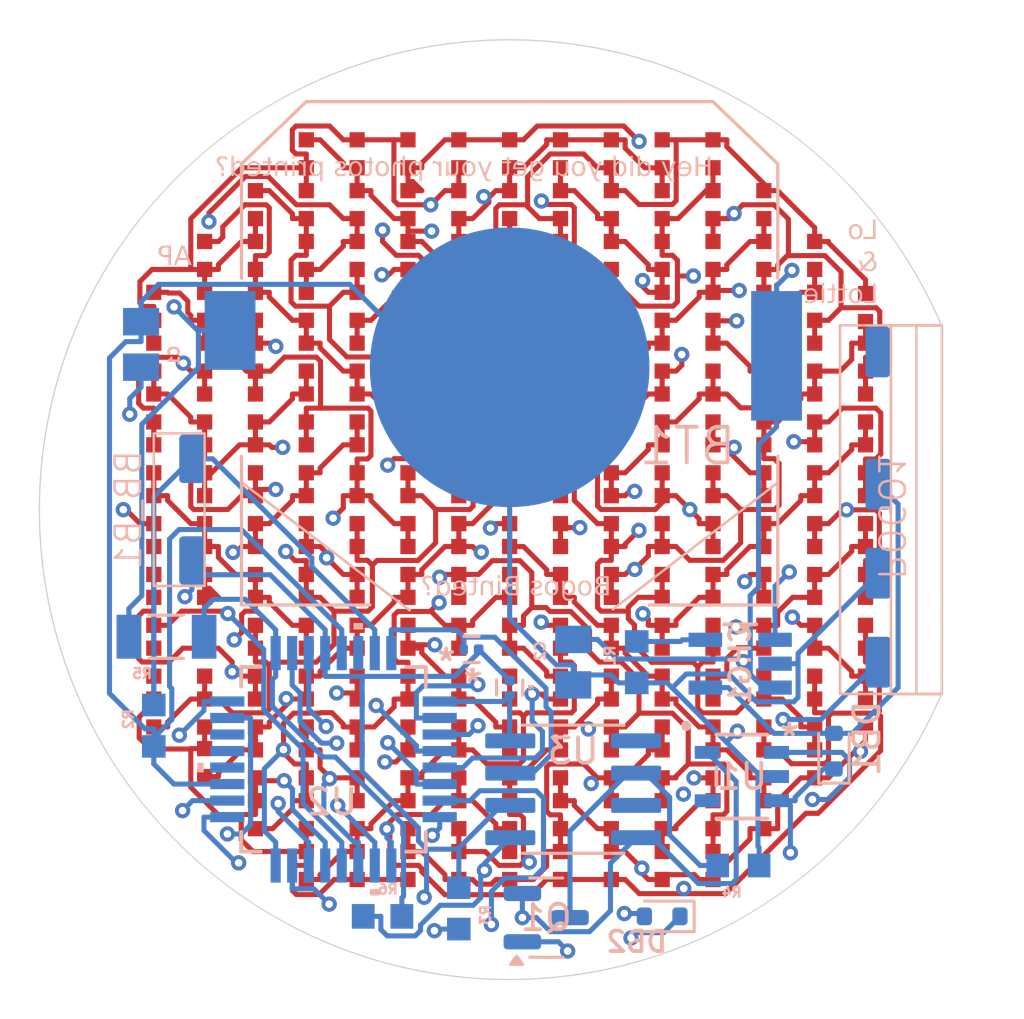
<source format=kicad_pcb>
(kicad_pcb (version 20241229) (generator "pcbnew") (generator_version "9.0")
  (layers (0 "F.Cu" signal) (4 "In1.Cu" signal) (6 "In2.Cu" signal) (2 "B.Cu" signal) (13 "F.Paste" user) (15 "B.Paste" user) (5 "F.SilkS" user "F.Silkscreen") (7 "B.SilkS" user "B.Silkscreen") (1 "F.Mask" user) (3 "B.Mask" user) (25 "Edge.Cuts" user))
  (net 0 "")
  (net 1 "Net-(CHG1-VBAT)")
  (net 2 "USB + ")
  (net 3 "GNDREF")
  (net 4 "BUTT")
  (net 5 "CHIP_POW")
  (net 6 "Net-(CHG1-PROG)")
  (net 7 "Charge_STAT")
  (net 10 "Bat_ON")
  (net 11 "F")
  (net 12 "P")
  (net 13 "N")
  (net 14 "B")
  (net 15 "M")
  (net 16 "O")
  (net 17 "L")
  (net 18 "A")
  (net 19 "J")
  (net 20 "H")
  (net 21 "D")
  (net 22 "K")
  (net 23 "I")
  (net 24 "G")
  (net 26 "C")
  (net 27 "E")
  (net 29 "UPDI")
  (net 30 "Bat_READ")
  (net 31 "RTC_WAKE")
  (net 32 "SDA")
  (net 33 "SCL")
  (net 35 "Net-(DB1-K)")
  (net 39 "Net-(Q1-G)")
  (footprint "WL-SMCC_0402:WL-SMCC_0402" (layer "F.Cu") (at 216 89.5 -90)
    (property "Reference" "D126" (hide yes))
    (property "Value" "WL-SMCC_0402")
  )
  (footprint "WL-SMCC_0402:WL-SMCC_0402" (layer "F.Cu") (at 226 95.5 -90)
    (property "Reference" "D175" (hide yes))
    (property "Value" "WL-SMCC_0402")
  )
  (footprint "WL-SMCC_0402:WL-SMCC_0402" (layer "F.Cu") (at 224 77.5 -90)
    (property "Reference" "D40" (hide yes))
    (property "Value" "WL-SMCC_0402")
  )
  (footprint "WL-SMCC_0402:WL-SMCC_0402" (layer "F.Cu") (at 226 75.5 -90)
    (property "Reference" "D27" (hide yes))
    (property "Value" "WL-SMCC_0402")
  )
  (footprint "WL-SMCC_0402:WL-SMCC_0402" (layer "F.Cu") (at 236 75.5 -90)
    (property "Reference" "D32" (hide yes))
    (property "Value" "WL-SMCC_0402")
  )
  (footprint "WL-SMCC_0402:WL-SMCC_0402" (layer "F.Cu") (at 238 89.5 -90)
    (property "Reference" "D137" (hide yes))
    (property "Value" "WL-SMCC_0402")
  )
  (footprint "WL-SMCC_0402:WL-SMCC_0402" (layer "F.Cu") (at 228 79.5 -90)
    (property "Reference" "D57" (hide yes))
    (property "Value" "WL-SMCC_0402")
  )
  (footprint "WL-SMCC_0402:WL-SMCC_0402" (layer "F.Cu") (at 230 77.5 -90)
    (property "Reference" "D43" (hide yes))
    (property "Value" "WL-SMCC_0402")
  )
  (footprint "WL-SMCC_0402:WL-SMCC_0402" (layer "F.Cu") (at 216 81.5 -90)
    (property "Reference" "D66" (hide yes))
    (property "Value" "WL-SMCC_0402")
  )
  (footprint "WL-SMCC_0402:WL-SMCC_0402" (layer "F.Cu") (at 222 75.5 -90)
    (property "Reference" "D25" (hide yes))
    (property "Value" "WL-SMCC_0402")
  )
  (footprint "WL-SMCC_0402:WL-SMCC_0402" (layer "F.Cu") (at 232 91.5 -90)
    (property "Reference" "D149" (hide yes))
    (property "Value" "WL-SMCC_0402")
  )
  (footprint "WL-SMCC_0402:WL-SMCC_0402" (layer "F.Cu") (at 222 83.5 -90)
    (property "Reference" "D84" (hide yes))
    (property "Value" "WL-SMCC_0402")
  )
  (footprint "WL-SMCC_0402:WL-SMCC_0402" (layer "F.Cu") (at 220 91.5 -90)
    (property "Reference" "D143" (hide yes))
    (property "Value" "WL-SMCC_0402")
  )
  (footprint "WL-SMCC_0402:WL-SMCC_0402" (layer "F.Cu") (at 238 81.5 -90)
    (property "Reference" "D77" (hide yes))
    (property "Value" "WL-SMCC_0402")
  )
  (footprint "WL-SMCC_0402:WL-SMCC_0402" (layer "F.Cu") (at 236 73.5 -90)
    (property "Reference" "D20" (hide yes))
    (property "Value" "WL-SMCC_0402")
  )
  (footprint "WL-SMCC_0402:WL-SMCC_0402" (layer "F.Cu") (at 238 75.5 -90)
    (property "Reference" "D33" (hide yes))
    (property "Value" "WL-SMCC_0402")
  )
  (footprint "WL-SMCC_0402:WL-SMCC_0402" (layer "F.Cu") (at 218 79.5 -90)
    (property "Reference" "D52" (hide yes))
    (property "Value" "WL-SMCC_0402")
  )
  (footprint "WL-SMCC_0402:WL-SMCC_0402" (layer "F.Cu") (at 236 81.5 -90)
    (property "Reference" "D76" (hide yes))
    (property "Value" "WL-SMCC_0402")
  )
  (footprint "WL-SMCC_0402:WL-SMCC_0402" (layer "F.Cu") (at 226 97.5 -90)
    (property "Reference" "D187" (hide yes))
    (property "Value" "WL-SMCC_0402")
  )
  (footprint "WL-SMCC_0402:WL-SMCC_0402" (layer "F.Cu") (at 228 75.5 -90)
    (property "Reference" "D28" (hide yes))
    (property "Value" "WL-SMCC_0402")
  )
  (footprint "WL-SMCC_0402:WL-SMCC_0402" (layer "F.Cu") (at 240 91.5 -90)
    (property "Reference" "D153" (hide yes))
    (property "Value" "WL-SMCC_0402")
  )
  (footprint "WL-SMCC_0402:WL-SMCC_0402" (layer "F.Cu") (at 236 95.5 -90)
    (property "Reference" "D180" (hide yes))
    (property "Value" "WL-SMCC_0402")
  )
  (footprint "WL-SMCC_0402:WL-SMCC_0402" (layer "F.Cu") (at 216 97.5 -90)
    (property "Reference" "D182" (hide yes))
    (property "Value" "WL-SMCC_0402")
  )
  (footprint "WL-SMCC_0402:WL-SMCC_0402" (layer "F.Cu") (at 214 89.5 -90)
    (property "Reference" "D125" (hide yes))
    (property "Value" "WL-SMCC_0402")
  )
  (footprint "WL-SMCC_0402:WL-SMCC_0402" (layer "F.Cu") (at 234 85.5 -90)
    (property "Reference" "D105" (hide yes))
    (property "Value" "WL-SMCC_0402")
  )
  (footprint "WL-SMCC_0402:WL-SMCC_0402" (layer "F.Cu") (at 230 99.5 -90)
    (property "Reference" "D199" (hide yes))
    (property "Value" "WL-SMCC_0402")
  )
  (footprint "WL-SMCC_0402:WL-SMCC_0402" (layer "F.Cu") (at 224 97.5 -90)
    (property "Reference" "D186" (hide yes))
    (property "Value" "WL-SMCC_0402")
  )
  (footprint "WL-SMCC_0402:WL-SMCC_0402" (layer "F.Cu") (at 226 71.5 -90)
    (property "Reference" "D5" (hide yes))
    (property "Value" "WL-SMCC_0402")
  )
  (footprint "WL-SMCC_0402:WL-SMCC_0402" (layer "F.Cu") (at 222 81.5 -90)
    (property "Reference" "D69" (hide yes))
    (property "Value" "WL-SMCC_0402")
  )
  (footprint "WL-SMCC_0402:WL-SMCC_0402" (layer "F.Cu") (at 212 85.5 -90)
    (property "Reference" "D94" (hide yes))
    (property "Value" "WL-SMCC_0402")
  )
  (footprint "WL-SMCC_0402:WL-SMCC_0402" (layer "F.Cu") (at 238 87.5 -90)
    (property "Reference" "D122" (hide yes))
    (property "Value" "WL-SMCC_0402")
  )
  (footprint "WL-SMCC_0402:WL-SMCC_0402" (layer "F.Cu") (at 212 83.5 -90)
    (property "Reference" "D79" (hide yes))
    (property "Value" "WL-SMCC_0402")
  )
  (footprint "WL-SMCC_0402:WL-SMCC_0402" (layer "F.Cu") (at 212 93.5 -90)
    (property "Reference" "D154" (hide yes))
    (property "Value" "WL-SMCC_0402")
  )
  (footprint "WL-SMCC_0402:WL-SMCC_0402" (layer "F.Cu") (at 234 77.5 -90)
    (property "Reference" "D45" (hide yes))
    (property "Value" "WL-SMCC_0402")
  )
  (footprint "WL-SMCC_0402:WL-SMCC_0402" (layer "F.Cu") (at 226 99.5 -90)
    (property "Reference" "D197" (hide yes))
    (property "Value" "WL-SMCC_0402")
  )
  (footprint "WL-SMCC_0402:WL-SMCC_0402" (layer "F.Cu") (at 234 91.5 -90)
    (property "Reference" "D150" (hide yes))
    (property "Value" "WL-SMCC_0402")
  )
  (footprint "WL-SMCC_0402:WL-SMCC_0402" (layer "F.Cu") (at 220 95.5 -90)
    (property "Reference" "D172" (hide yes))
    (property "Value" "WL-SMCC_0402")
  )
  (footprint "WL-SMCC_0402:WL-SMCC_0402" (layer "F.Cu") (at 222 93.5 -90)
    (property "Reference" "D159" (hide yes))
    (property "Value" "WL-SMCC_0402")
  )
  (footprint "WL-SMCC_0402:WL-SMCC_0402" (layer "F.Cu") (at 228 97.5 -90)
    (property "Reference" "D188" (hide yes))
    (property "Value" "WL-SMCC_0402")
  )
  (footprint "WL-SMCC_0402:WL-SMCC_0402" (layer "F.Cu") (at 232 81.5 -90)
    (property "Reference" "D74" (hide yes))
    (property "Value" "WL-SMCC_0402")
  )
  (footprint "WL-SMCC_0402:WL-SMCC_0402" (layer "F.Cu") (at 232 99.5 -90)
    (property "Reference" "D200" (hide yes))
    (property "Value" "WL-SMCC_0402")
  )
  (footprint "WL-SMCC_0402:WL-SMCC_0402" (layer "F.Cu") (at 222 79.5 -90)
    (property "Reference" "D54" (hide yes))
    (property "Value" "WL-SMCC_0402")
  )
  (footprint "WL-SMCC_0402:WL-SMCC_0402" (layer "F.Cu") (at 240 81.5 -90)
    (property "Reference" "D78" (hide yes))
    (property "Value" "WL-SMCC_0402")
  )
  (footprint "WL-SMCC_0402:WL-SMCC_0402" (layer "F.Cu") (at 218 89.5 -90)
    (property "Reference" "D127" (hide yes))
    (property "Value" "WL-SMCC_0402")
  )
  (footprint "WL-SMCC_0402:WL-SMCC_0402" (layer "F.Cu") (at 232 71.5 -90)
    (property "Reference" "D8" (hide yes))
    (property "Value" "WL-SMCC_0402")
  )
  (footprint "WL-SMCC_0402:WL-SMCC_0402" (layer "F.Cu") (at 222 99.5 -90)
    (property "Reference" "D195" (hide yes))
    (property "Value" "WL-SMCC_0402")
  )
  (footprint "WL-SMCC_0402:WL-SMCC_0402" (layer "F.Cu") (at 230 85.5 -90)
    (property "Reference" "D103" (hide yes))
    (property "Value" "WL-SMCC_0402")
  )
  (footprint "WL-SMCC_0402:WL-SMCC_0402" (layer "F.Cu") (at 222 95.5 -90)
    (property "Reference" "D173" (hide yes))
    (property "Value" "WL-SMCC_0402")
  )
  (footprint "WL-SMCC_0402:WL-SMCC_0402" (layer "F.Cu") (at 240 89.5 -90)
    (property "Reference" "D138" (hide yes))
    (property "Value" "WL-SMCC_0402")
  )
  (footprint "WL-SMCC_0402:WL-SMCC_0402" (layer "F.Cu") (at 216 87.5 -90)
    (property "Reference" "D111" (hide yes))
    (property "Value" "WL-SMCC_0402")
  )
  (footprint "WL-SMCC_0402:WL-SMCC_0402" (layer "F.Cu") (at 222 87.5 -90)
    (property "Reference" "D114" (hide yes))
    (property "Value" "WL-SMCC_0402")
  )
  (footprint "WL-SMCC_0402:WL-SMCC_0402" (layer "F.Cu") (at 240 83.5 -90)
    (property "Reference" "D93" (hide yes))
    (property "Value" "WL-SMCC_0402")
  )
  (footprint "WL-SMCC_0402:WL-SMCC_0402" (layer "F.Cu") (at 222 71.5 -90)
    (property "Reference" "D3" (hide yes))
    (property "Value" "WL-SMCC_0402")
  )
  (footprint "WL-SMCC_0402:WL-SMCC_0402" (layer "F.Cu") (at 218 75.5 -90)
    (property "Reference" "D23" (hide yes))
    (property "Value" "WL-SMCC_0402")
  )
  (footprint "WL-SMCC_0402:WL-SMCC_0402" (layer "F.Cu") (at 230 89.5 -90)
    (property "Reference" "D133" (hide yes))
    (property "Value" "WL-SMCC_0402")
  )
  (footprint "WL-SMCC_0402:WL-SMCC_0402" (layer "F.Cu") (at 224 91.5 -90)
    (property "Reference" "D145" (hide yes))
    (property "Value" "WL-SMCC_0402")
  )
  (footprint "WL-SMCC_0402:WL-SMCC_0402" (layer "F.Cu") (at 228 81.5 -90)
    (property "Reference" "D72" (hide yes))
    (property "Value" "WL-SMCC_0402")
  )
  (footprint "WL-SMCC_0402:WL-SMCC_0402" (layer "F.Cu") (at 232 75.5 -90)
    (property "Reference" "D30" (hide yes))
    (property "Value" "WL-SMCC_0402")
  )
  (footprint "WL-SMCC_0402:WL-SMCC_0402" (layer "F.Cu") (at 224 73.5 -90)
    (property "Reference" "D14" (hide yes))
    (property "Value" "WL-SMCC_0402")
  )
  (footprint "WL-SMCC_0402:WL-SMCC_0402" (layer "F.Cu") (at 220 81.5 -90)
    (property "Reference" "D68" (hide yes))
    (property "Value" "WL-SMCC_0402")
  )
  (footprint "WL-SMCC_0402:WL-SMCC_0402" (layer "F.Cu") (at 212 89.5 -90)
    (property "Reference" "D124" (hide yes))
    (property "Value" "WL-SMCC_0402")
  )
  (footprint "WL-SMCC_0402:WL-SMCC_0402" (layer "F.Cu") (at 234 73.5 -90)
    (property "Reference" "D19" (hide yes))
    (property "Value" "WL-SMCC_0402")
  )
  (footprint "WL-SMCC_0402:WL-SMCC_0402" (layer "F.Cu") (at 214 81.5 -90)
    (property "Reference" "D65" (hide yes))
    (property "Value" "WL-SMCC_0402")
  )
  (footprint "WL-SMCC_0402:WL-SMCC_0402" (layer "F.Cu") (at 212 77.5 -90)
    (property "Reference" "D34" (hide yes))
    (property "Value" "WL-SMCC_0402")
  )
  (footprint "WL-SMCC_0402:WL-SMCC_0402" (layer "F.Cu") (at 218 97.5 -90)
    (property "Reference" "D183" (hide yes))
    (property "Value" "WL-SMCC_0402")
  )
  (footprint "WL-SMCC_0402:WL-SMCC_0402" (layer "F.Cu") (at 238 83.5 -90)
    (property "Reference" "D92" (hide yes))
    (property "Value" "WL-SMCC_0402")
  )
  (footprint "WL-SMCC_0402:WL-SMCC_0402" (layer "F.Cu") (at 238 91.5 -90)
    (property "Reference" "D152" (hide yes))
    (property "Value" "WL-SMCC_0402")
  )
  (footprint "WL-SMCC_0402:WL-SMCC_0402" (layer "F.Cu") (at 228 91.5 -90)
    (property "Reference" "D147" (hide yes))
    (property "Value" "WL-SMCC_0402")
  )
  (footprint "WL-SMCC_0402:WL-SMCC_0402" (layer "F.Cu") (at 224 79.5 -90)
    (property "Reference" "D55" (hide yes))
    (property "Value" "WL-SMCC_0402")
  )
  (footprint "WL-SMCC_0402:WL-SMCC_0402" (layer "F.Cu") (at 236 89.5 -90)
    (property "Reference" "D136" (hide yes))
    (property "Value" "WL-SMCC_0402")
  )
  (footprint "WL-SMCC_0402:WL-SMCC_0402" (layer "F.Cu") (at 228 87.5 -90)
    (property "Reference" "D117" (hide yes))
    (property "Value" "WL-SMCC_0402")
  )
  (footprint "WL-SMCC_0402:WL-SMCC_0402" (layer "F.Cu") (at 230 97.5 -90)
    (property "Reference" "D189" (hide yes))
    (property "Value" "WL-SMCC_0402")
  )
  (footprint "WL-SMCC_0402:WL-SMCC_0402" (layer "F.Cu") (at 228 95.5 -90)
    (property "Reference" "D176" (hide yes))
    (property "Value" "WL-SMCC_0402")
  )
  (footprint "WL-SMCC_0402:WL-SMCC_0402" (layer "F.Cu") (at 230 93.5 -90)
    (property "Reference" "D163" (hide yes))
    (property "Value" "WL-SMCC_0402")
  )
  (footprint "WL-SMCC_0402:WL-SMCC_0402" (layer "F.Cu") (at 226 87.5 -90)
    (property "Reference" "D116" (hide yes))
    (property "Value" "WL-SMCC_0402")
  )
  (footprint "WL-SMCC_0402:WL-SMCC_0402" (layer "F.Cu") (at 224 81.5 -90)
    (property "Reference" "D70" (hide yes))
    (property "Value" "WL-SMCC_0402")
  )
  (footprint "WL-SMCC_0402:WL-SMCC_0402" (layer "F.Cu") (at 212 87.5 -90)
    (property "Reference" "D109" (hide yes))
    (property "Value" "WL-SMCC_0402")
  )
  (footprint "WL-SMCC_0402:WL-SMCC_0402" (layer "F.Cu") (at 226 91.5 -90)
    (property "Reference" "D146" (hide yes))
    (property "Value" "WL-SMCC_0402")
  )
  (footprint "WL-SMCC_0402:WL-SMCC_0402" (layer "F.Cu") (at 218 83.5 -90)
    (property "Reference" "D82" (hide yes))
    (property "Value" "WL-SMCC_0402")
  )
  (footprint "WL-SMCC_0402:WL-SMCC_0402" (layer "F.Cu") (at 228 71.5 -90)
    (property "Reference" "D6" (hide yes))
    (property "Value" "WL-SMCC_0402")
  )
  (footprint "WL-SMCC_0402:WL-SMCC_0402" (layer "F.Cu") (at 220 99.5 -90)
    (property "Reference" "D194" (hide yes))
    (property "Value" "WL-SMCC_0402")
  )
  (footprint "WL-SMCC_0402:WL-SMCC_0402" (layer "F.Cu") (at 236 87.5 -90)
    (property "Reference" "D121" (hide yes))
    (property "Value" "WL-SMCC_0402")
  )
  (footprint "WL-SMCC_0402:WL-SMCC_0402" (layer "F.Cu") (at 224 99.5 -90)
    (property "Reference" "D196" (hide yes))
    (property "Value" "WL-SMCC_0402")
  )
  (footprint "WL-SMCC_0402:WL-SMCC_0402" (layer "F.Cu") (at 230 73.5 -90)
    (property "Reference" "D17" (hide yes))
    (property "Value" "WL-SMCC_0402")
  )
  (footprint "WL-SMCC_0402:WL-SMCC_0402" (layer "F.Cu") (at 224 75.5 -90)
    (property "Reference" "D26" (hide yes))
    (property "Value" "WL-SMCC_0402")
  )
  (footprint "WL-SMCC_0402:WL-SMCC_0402" (layer "F.Cu") (at 220 85.5 -90)
    (property "Reference" "D98" (hide yes))
    (property "Value" "WL-SMCC_0402")
  )
  (footprint "WL-SMCC_0402:WL-SMCC_0402" (layer "F.Cu") (at 220 73.5 -90)
    (property "Reference" "D12" (hide yes))
    (property "Value" "WL-SMCC_0402")
  )
  (footprint "WL-SMCC_0402:WL-SMCC_0402" (layer "F.Cu") (at 232 83.5 -90)
    (property "Reference" "D89" (hide yes))
    (property "Value" "WL-SMCC_0402")
  )
  (footprint "WL-SMCC_0402:WL-SMCC_0402" (layer "F.Cu") (at 222 73.5 -90)
    (property "Reference" "D13" (hide yes))
    (property "Value" "WL-SMCC_0402")
  )
  (footprint "WL-SMCC_0402:WL-SMCC_0402" (layer "F.Cu") (at 222 77.5 -90)
    (property "Reference" "D39" (hide yes))
    (property "Value" "WL-SMCC_0402")
  )
  (footprint "WL-SMCC_0402:WL-SMCC_0402" (layer "F.Cu") (at 216 85.5 -90)
    (property "Reference" "D96" (hide yes))
    (property "Value" "WL-SMCC_0402")
  )
  (footprint "WL-SMCC_0402:WL-SMCC_0402" (layer "F.Cu") (at 222 97.5 -90)
    (property "Reference" "D185" (hide yes))
    (property "Value" "WL-SMCC_0402")
  )
  (footprint "WL-SMCC_0402:WL-SMCC_0402" (layer "F.Cu") (at 212 91.5 -90)
    (property "Reference" "D139" (hide yes))
    (property "Value" "WL-SMCC_0402")
  )
  (footprint "WL-SMCC_0402:WL-SMCC_0402" (layer "F.Cu") (at 216 77.5 -90)
    (property "Reference" "D36" (hide yes))
    (property "Value" "WL-SMCC_0402")
  )
  (footprint "WL-SMCC_0402:WL-SMCC_0402" (layer "F.Cu") (at 212 81.5 -90)
    (property "Reference" "D64" (hide yes))
    (property "Value" "WL-SMCC_0402")
  )
  (footprint "WL-SMCC_0402:WL-SMCC_0402" (layer "F.Cu") (at 232 93.5 -90)
    (property "Reference" "D164" (hide yes))
    (property "Value" "WL-SMCC_0402")
  )
  (footprint "WL-SMCC_0402:WL-SMCC_0402" (layer "F.Cu") (at 236 85.5 -90)
    (property "Reference" "D106" (hide yes))
    (property "Value" "WL-SMCC_0402")
  )
  (footprint "WL-SMCC_0402:WL-SMCC_0402" (layer "F.Cu") (at 234 79.5 -90)
    (property "Reference" "D60" (hide yes))
    (property "Value" "WL-SMCC_0402")
  )
  (footprint "WL-SMCC_0402:WL-SMCC_0402" (layer "F.Cu") (at 224 93.5 -90)
    (property "Reference" "D160" (hide yes))
    (property "Value" "WL-SMCC_0402")
  )
  (footprint "WL-SMCC_0402:WL-SMCC_0402" (layer "F.Cu") (at 234 83.5 -90)
    (property "Reference" "D90" (hide yes))
    (property "Value" "WL-SMCC_0402")
  )
  (footprint "WL-SMCC_0402:WL-SMCC_0402" (layer "F.Cu") (at 232 87.5 -90)
    (property "Reference" "D119" (hide yes))
    (property "Value" "WL-SMCC_0402")
  )
  (footprint "WL-SMCC_0402:WL-SMCC_0402" (layer "F.Cu") (at 226 89.5 -90)
    (property "Reference" "D131" (hide yes))
    (property "Value" "WL-SMCC_0402")
  )
  (footprint "WL-SMCC_0402:WL-SMCC_0402" (layer "F.Cu") (at 230 95.5 -90)
    (property "Reference" "D177" (hide yes))
    (property "Value" "WL-SMCC_0402")
  )
  (footprint "WL-SMCC_0402:WL-SMCC_0402" (layer "F.Cu") (at 218 91.5 -90)
    (property "Reference" "D142" (hide yes))
    (property "Value" "WL-SMCC_0402")
  )
  (footprint "WL-SMCC_0402:WL-SMCC_0402" (layer "F.Cu") (at 230 87.5 -90)
    (property "Reference" "D118" (hide yes))
    (property "Value" "WL-SMCC_0402")
  )
  (footprint "WL-SMCC_0402:WL-SMCC_0402" (layer "F.Cu") (at 238 77.5 -90)
    (property "Reference" "D47" (hide yes))
    (property "Value" "WL-SMCC_0402")
  )
  (footprint "WL-SMCC_0402:WL-SMCC_0402" (layer "F.Cu") (at 214 79.5 -90)
    (property "Reference" "D50" (hide yes))
    (property "Value" "WL-SMCC_0402")
  )
  (footprint "WL-SMCC_0402:WL-SMCC_0402" (layer "F.Cu") (at 222 89.5 -90)
    (property "Reference" "D129" (hide yes))
    (property "Value" "WL-SMCC_0402")
  )
  (footprint "WL-SMCC_0402:WL-SMCC_0402" (layer "F.Cu") (at 214 75.5 -90)
    (property "Reference" "D21" (hide yes))
    (property "Value" "WL-SMCC_0402")
  )
  (footprint "WL-SMCC_0402:WL-SMCC_0402" (layer "F.Cu") (at 232 85.5 -90)
    (property "Reference" "D104" (hide yes))
    (property "Value" "WL-SMCC_0402")
  )
  (footprint "WL-SMCC_0402:WL-SMCC_0402" (layer "F.Cu") (at 214 93.5 -90)
    (property "Reference" "D155" (hide yes))
    (property "Value" "WL-SMCC_0402")
  )
  (footprint "WL-SMCC_0402:WL-SMCC_0402" (layer "F.Cu") (at 230 91.5 -90)
    (property "Reference" "D148" (hide yes))
    (property "Value" "WL-SMCC_0402")
  )
  (footprint "WL-SMCC_0402:WL-SMCC_0402" (layer "F.Cu") (at 216 95.5 -90)
    (property "Reference" "D170" (hide yes))
    (property "Value" "WL-SMCC_0402")
  )
  (footprint "WL-SMCC_0402:WL-SMCC_0402" (layer "F.Cu") (at 234 87.5 -90)
    (property "Reference" "D120" (hide yes))
    (property "Value" "WL-SMCC_0402")
  )
  (footprint "WL-SMCC_0402:WL-SMCC_0402" (layer "F.Cu") (at 234 99.5 -90)
    (property "Reference" "D201" (hide yes))
    (property "Value" "WL-SMCC_0402")
  )
  (footprint "WL-SMCC_0402:WL-SMCC_0402" (layer "F.Cu") (at 218 85.5 -90)
    (property "Reference" "D97" (hide yes))
    (property "Value" "WL-SMCC_0402")
  )
  (footprint "WL-SMCC_0402:WL-SMCC_0402" (layer "F.Cu") (at 238 95.5 -90)
    (property "Reference" "D181" (hide yes))
    (property "Value" "WL-SMCC_0402")
  )
  (footprint "WL-SMCC_0402:WL-SMCC_0402" (layer "F.Cu") (at 234 97.5 -90)
    (property "Reference" "D191" (hide yes))
    (property "Value" "WL-SMCC_0402")
  )
  (footprint "WL-SMCC_0402:WL-SMCC_0402" (layer "F.Cu") (at 218 73.5 -90)
    (property "Reference" "D11" (hide yes))
    (property "Value" "WL-SMCC_0402")
  )
  (footprint "WL-SMCC_0402:WL-SMCC_0402" (layer "F.Cu") (at 228 85.5 -90)
    (property "Reference" "D102" (hide yes))
    (property "Value" "WL-SMCC_0402")
  )
  (footprint "WL-SMCC_0402:WL-SMCC_0402" (layer "F.Cu") (at 214 85.5 -90)
    (property "Reference" "D95" (hide yes))
    (property "Value" "WL-SMCC_0402")
  )
  (footprint "WL-SMCC_0402:WL-SMCC_0402" (layer "F.Cu") (at 240 77.55 -90)
    (property "Reference" "D48" (hide yes))
    (property "Value" "WL-SMCC_0402")
  )
  (footprint "WL-SMCC_0402:WL-SMCC_0402" (layer "F.Cu") (at 226 93.5 -90)
    (property "Reference" "D161" (hide yes))
    (property "Value" "WL-SMCC_0402")
  )
  (footprint "WL-SMCC_0402:WL-SMCC_0402" (layer "F.Cu") (at 230 81.5 -90)
    (property "Reference" "D73" (hide yes))
    (property "Value" "WL-SMCC_0402")
  )
  (footprint "WL-SMCC_0402:WL-SMCC_0402" (layer "F.Cu") (at 220 71.5 -90)
    (property "Reference" "D2" (hide yes))
    (property "Value" "WL-SMCC_0402")
  )
  (footprint "WL-SMCC_0402:WL-SMCC_0402" (layer "F.Cu") (at 226 85.5 -90)
    (property "Reference" "D101" (hide yes))
    (property "Value" "WL-SMCC_0402")
  )
  (footprint "WL-SMCC_0402:WL-SMCC_0402" (layer "F.Cu") (at 234 95.5 -90)
    (property "Reference" "D179" (hide yes))
    (property "Value" "WL-SMCC_0402")
  )
  (footprint "WL-SMCC_0402:WL-SMCC_0402" (layer "F.Cu") (at 226 79.5 -90)
    (property "Reference" "D56" (hide yes))
    (property "Value" "WL-SMCC_0402")
  )
  (footprint "WL-SMCC_0402:WL-SMCC_0402" (layer "F.Cu") (at 220 75.5 -90)
    (property "Reference" "D24" (hide yes))
    (property "Value" "WL-SMCC_0402")
  )
  (footprint "WL-SMCC_0402:WL-SMCC_0402" (layer "F.Cu") (at 216 91.5 -90)
    (property "Reference" "D141" (hide yes))
    (property "Value" "WL-SMCC_0402")
  )
  (footprint "WL-SMCC_0402:WL-SMCC_0402" (layer "F.Cu") (at 240 93.5 -90)
    (property "Reference" "D168" (hide yes))
    (property "Value" "WL-SMCC_0402")
  )
  (footprint "WL-SMCC_0402:WL-SMCC_0402" (layer "F.Cu") (at 214 77.5 -90)
    (property "Reference" "D35" (hide yes))
    (property "Value" "WL-SMCC_0402")
  )
  (footprint "WL-SMCC_0402:WL-SMCC_0402" (layer "F.Cu") (at 238 79.5 -90)
    (property "Reference" "D62" (hide yes))
    (property "Value" "WL-SMCC_0402")
  )
  (footprint "WL-SMCC_0402:WL-SMCC_0402" (layer "F.Cu") (at 220 83.5 -90)
    (property "Reference" "D83" (hide yes))
    (property "Value" "WL-SMCC_0402")
  )
  (footprint "WL-SMCC_0402:WL-SMCC_0402" (layer "F.Cu") (at 238 85.5 -90)
    (property "Reference" "D107" (hide yes))
    (property "Value" "WL-SMCC_0402")
  )
  (footprint "WL-SMCC_0402:WL-SMCC_0402" (layer "F.Cu") (at 220 93.5 -90)
    (property "Reference" "D158" (hide yes))
    (property "Value" "WL-SMCC_0402")
  )
  (footprint "WL-SMCC_0402:WL-SMCC_0402" (layer "F.Cu") (at 216 79.5 -90)
    (property "Reference" "D51" (hide yes))
    (property "Value" "WL-SMCC_0402")
  )
  (footprint "WL-SMCC_0402:WL-SMCC_0402" (layer "F.Cu") (at 234 93.5 -90)
    (property "Reference" "D165" (hide yes))
    (property "Value" "WL-SMCC_0402")
  )
  (footprint "WL-SMCC_0402:WL-SMCC_0402" (layer "F.Cu") (at 218 93.5 -90)
    (property "Reference" "D157" (hide yes))
    (property "Value" "WL-SMCC_0402")
  )
  (footprint "WL-SMCC_0402:WL-SMCC_0402" (layer "F.Cu") (at 240 79.5 -90)
    (property "Reference" "D63" (hide yes))
    (property "Value" "WL-SMCC_0402")
  )
  (footprint "WL-SMCC_0402:WL-SMCC_0402" (layer "F.Cu") (at 232 79.5 -90)
    (property "Reference" "D59" (hide yes))
    (property "Value" "WL-SMCC_0402")
  )
  (footprint "WL-SMCC_0402:WL-SMCC_0402" (layer "F.Cu") (at 224 83.5 -90)
    (property "Reference" "D85" (hide yes))
    (property "Value" "WL-SMCC_0402")
  )
  (footprint "WL-SMCC_0402:WL-SMCC_0402" (layer "F.Cu") (at 214 91.5 -90)
    (property "Reference" "D140" (hide yes))
    (property "Value" "WL-SMCC_0402")
  )
  (footprint "WL-SMCC_0402:WL-SMCC_0402" (layer "F.Cu") (at 224 95.5 -90)
    (property "Reference" "D174" (hide yes))
    (property "Value" "WL-SMCC_0402")
  )
  (footprint "WL-SMCC_0402:WL-SMCC_0402" (layer "F.Cu") (at 216 75.5 -90)
    (property "Reference" "D22" (hide yes))
    (property "Value" "WL-SMCC_0402")
  )
  (footprint "WL-SMCC_0402:WL-SMCC_0402" (layer "F.Cu") (at 234 71.5 -90)
    (property "Reference" "D9" (hide yes))
    (property "Value" "WL-SMCC_0402")
  )
  (footprint "WL-SMCC_0402:WL-SMCC_0402" (layer "F.Cu") (at 214 95.45 -90)
    (property "Reference" "D169" (hide yes))
    (property "Value" "WL-SMCC_0402")
  )
  (footprint "WL-SMCC_0402:WL-SMCC_0402" (layer "F.Cu") (at 234 89.5 -90)
    (property "Reference" "D135" (hide yes))
    (property "Value" "WL-SMCC_0402")
  )
  (footprint "WL-SMCC_0402:WL-SMCC_0402" (layer "F.Cu") (at 228 93.5 -90)
    (property "Reference" "D162" (hide yes))
    (property "Value" "WL-SMCC_0402")
  )
  (footprint "WL-SMCC_0402:WL-SMCC_0402" (layer "F.Cu") (at 212 79.5 -90)
    (property "Reference" "D49" (hide yes))
    (property "Value" "WL-SMCC_0402")
  )
  (footprint "WL-SMCC_0402:WL-SMCC_0402" (layer "F.Cu") (at 226 83.5 -90)
    (property "Reference" "D86" (hide yes))
    (property "Value" "WL-SMCC_0402")
  )
  (footprint "WL-SMCC_0402:WL-SMCC_0402" (layer "F.Cu") (at 218 99.5 -90)
    (property "Reference" "D193" (hide yes))
    (property "Value" "WL-SMCC_0402")
  )
  (footprint "WL-SMCC_0402:WL-SMCC_0402" (layer "F.Cu") (at 216 83.5 -90)
    (property "Reference" "D81" (hide yes))
    (property "Value" "WL-SMCC_0402")
  )
  (footprint "WL-SMCC_0402:WL-SMCC_0402" (layer "F.Cu") (at 220 97.5 -90)
    (property "Reference" "D184" (hide yes))
    (property "Value" "WL-SMCC_0402")
  )
  (footprint "WL-SMCC_0402:WL-SMCC_0402" (layer "F.Cu") (at 224 89.5 -90)
    (property "Reference" "D130" (hide yes))
    (property "Value" "WL-SMCC_0402")
  )
  (footprint "WL-SMCC_0402:WL-SMCC_0402" (layer "F.Cu") (at 228 77.5 -90)
    (property "Reference" "D42" (hide yes))
    (property "Value" "WL-SMCC_0402")
  )
  (footprint "WL-SMCC_0402:WL-SMCC_0402" (layer "F.Cu") (at 232 89.5 -90)
    (property "Reference" "D134" (hide yes))
    (property "Value" "WL-SMCC_0402")
  )
  (footprint "WL-SMCC_0402:WL-SMCC_0402" (layer "F.Cu") (at 218 77.5 -90)
    (property "Reference" "D37" (hide yes))
    (property "Value" "WL-SMCC_0402")
  )
  (footprint "WL-SMCC_0402:WL-SMCC_0402" (layer "F.Cu") (at 236 79.5 -90)
    (property "Reference" "D61" (hide yes))
    (property "Value" "WL-SMCC_0402")
  )
  (footprint "WL-SMCC_0402:WL-SMCC_0402" (layer "F.Cu") (at 230 71.5 -90)
    (property "Reference" "D7" (hide yes))
    (property "Value" "WL-SMCC_0402")
  )
  (footprint "WL-SMCC_0402:WL-SMCC_0402" (layer "F.Cu") (at 218 95.5 -90)
    (property "Reference" "D171" (hide yes))
    (property "Value" "WL-SMCC_0402")
  )
  (footprint "WL-SMCC_0402:WL-SMCC_0402" (layer "F.Cu") (at 238 93.5 -90)
    (property "Reference" "D167" (hide yes))
    (property "Value" "WL-SMCC_0402")
  )
  (footprint "WL-SMCC_0402:WL-SMCC_0402" (layer "F.Cu") (at 218 87.5 -90)
    (property "Reference" "D112" (hide yes))
    (property "Value" "WL-SMCC_0402")
  )
  (footprint "WL-SMCC_0402:WL-SMCC_0402" (layer "F.Cu") (at 218 81.5 -90)
    (property "Reference" "D67" (hide yes))
    (property "Value" "WL-SMCC_0402")
  )
  (footprint "WL-SMCC_0402:WL-SMCC_0402" (layer "F.Cu") (at 226 77.5 -90)
    (property "Reference" "D41" (hide yes))
    (property "Value" "WL-SMCC_0402")
  )
  (footprint "WL-SMCC_0402:WL-SMCC_0402" (layer "F.Cu") (at 226 81.5 -90)
    (property "Reference" "D71" (hide yes))
    (property "Value" "WL-SMCC_0402")
  )
  (footprint "WL-SMCC_0402:WL-SMCC_0402" (layer "F.Cu") (at 234 81.5 -90)
    (property "Reference" "D75" (hide yes))
    (property "Value" "WL-SMCC_0402")
  )
  (footprint "WL-SMCC_0402:WL-SMCC_0402" (layer "F.Cu") (at 214 83.5 -90)
    (property "Reference" "D80" (hide yes))
    (property "Value" "WL-SMCC_0402")
  )
  (footprint "WL-SMCC_0402:WL-SMCC_0402" (layer "F.Cu") (at 220 89.5 -90)
    (property "Reference" "D128" (hide yes))
    (property "Value" "WL-SMCC_0402")
  )
  (footprint "WL-SMCC_0402:WL-SMCC_0402" (layer "F.Cu") (at 228 89.5 -90)
    (property "Reference" "D132" (hide yes))
    (property "Value" "WL-SMCC_0402")
  )
  (footprint "WL-SMCC_0402:WL-SMCC_0402" (layer "F.Cu") (at 230 75.5 -90)
    (property "Reference" "D29" (hide yes))
    (property "Value" "WL-SMCC_0402")
  )
  (footprint "WL-SMCC_0402:WL-SMCC_0402" (layer "F.Cu") (at 222 91.5 -90)
    (property "Reference" "D144" (hide yes))
    (property "Value" "WL-SMCC_0402")
  )
  (footprint "WL-SMCC_0402:WL-SMCC_0402" (layer "F.Cu") (at 240 87.5 -90)
    (property "Reference" "D123" (hide yes))
    (property "Value" "WL-SMCC_0402")
  )
  (footprint "WL-SMCC_0402:WL-SMCC_0402" (layer "F.Cu") (at 216 93.5 -90)
    (property "Reference" "D156" (hide yes))
    (property "Value" "WL-SMCC_0402")
  )
  (footprint "WL-SMCC_0402:WL-SMCC_0402" (layer "F.Cu") (at 214 87.5 -90)
    (property "Reference" "D110" (hide yes))
    (property "Value" "WL-SMCC_0402")
  )
  (footprint "WL-SMCC_0402:WL-SMCC_0402" (layer "F.Cu") (at 236 91.5 -90)
    (property "Reference" "D151" (hide yes))
    (property "Value" "WL-SMCC_0402")
  )
  (footprint "WL-SMCC_0402:WL-SMCC_0402" (layer "F.Cu") (at 222 85.5 -90)
    (property "Reference" "D99" (hide yes))
    (property "Value" "WL-SMCC_0402")
  )
  (footprint "WL-SMCC_0402:WL-SMCC_0402" (layer "F.Cu") (at 220 79.5 -90)
    (property "Reference" "D53" (hide yes))
    (property "Value" "WL-SMCC_0402")
  )
  (footprint "WL-SMCC_0402:WL-SMCC_0402" (layer "F.Cu") (at 240 85.5 -90)
    (property "Reference" "D108" (hide yes))
    (property "Value" "WL-SMCC_0402")
  )
  (footprint "WL-SMCC_0402:WL-SMCC_0402" (layer "F.Cu") (at 232 73.5 -90)
    (property "Reference" "D18" (hide yes))
    (property "Value" "WL-SMCC_0402")
  )
  (footprint "WL-SMCC_0402:WL-SMCC_0402" (layer "F.Cu") (at 230 83.5 -90)
    (property "Reference" "D88" (hide yes))
    (property "Value" "WL-SMCC_0402")
  )
  (footprint "WL-SMCC_0402:WL-SMCC_0402" (layer "F.Cu") (at 232 95.5 -90)
    (property "Reference" "D178" (hide yes))
    (property "Value" "WL-SMCC_0402")
  )
  (footprint "WL-SMCC_0402:WL-SMCC_0402" (layer "F.Cu") (at 220 87.5 -90)
    (property "Reference" "D113" (hide yes))
    (property "Value" "WL-SMCC_0402")
  )
  (footprint "WL-SMCC_0402:WL-SMCC_0402" (layer "F.Cu") (at 236 97.5 -90)
    (property "Reference" "D192" (hide yes))
    (property "Value" "WL-SMCC_0402")
  )
  (footprint "WL-SMCC_0402:WL-SMCC_0402" (layer "F.Cu") (at 226 73.5 -90)
    (property "Reference" "D15" (hide yes))
    (property "Value" "WL-SMCC_0402")
  )
  (footprint "WL-SMCC_0402:WL-SMCC_0402" (layer "F.Cu") (at 228 83.5 -90)
    (property "Reference" "D87" (hide yes))
    (property "Value" "WL-SMCC_0402")
  )
  (footprint "WL-SMCC_0402:WL-SMCC_0402" (layer "F.Cu") (at 224 85.5 -90)
    (property "Reference" "D100" (hide yes))
    (property "Value" "WL-SMCC_0402")
  )
  (footprint "WL-SMCC_0402:WL-SMCC_0402" (layer "F.Cu") (at 234 75.5 -90)
    (property "Reference" "D31" (hide yes))
    (property "Value" "WL-SMCC_0402")
  )
  (footprint "WL-SMCC_0402:WL-SMCC_0402" (layer "F.Cu") (at 220 77.5 -90)
    (property "Reference" "D38" (hide yes))
    (property "Value" "WL-SMCC_0402")
  )
  (footprint "WL-SMCC_0402:WL-SMCC_0402" (layer "F.Cu") (at 228 73.5 -90)
    (property "Reference" "D16" (hide yes))
    (property "Value" "WL-SMCC_0402")
  )
  (footprint "WL-SMCC_0402:WL-SMCC_0402" (layer "F.Cu") (at 232 77.5 -90)
    (property "Reference" "D44" (hide yes))
    (property "Value" "WL-SMCC_0402")
  )
  (footprint "WL-SMCC_0402:WL-SMCC_0402" (layer "F.Cu") (at 224 71.5 -90)
    (property "Reference" "D4" (hide yes))
    (property "Value" "WL-SMCC_0402")
  )
  (footprint "WL-SMCC_0402:WL-SMCC_0402" (layer "F.Cu") (at 236 77.5 -90)
    (property "Reference" "D46" (hide yes))
    (property "Value" "WL-SMCC_0402")
  )
  (footprint "WL-SMCC_0402:WL-SMCC_0402" (layer "F.Cu") (at 236 83.5 -90)
    (property "Reference" "D91" (hide yes))
    (property "Value" "WL-SMCC_0402")
  )
  (footprint "WL-SMCC_0402:WL-SMCC_0402" (layer "F.Cu") (at 218 71.5 -90)
    (property "Reference" "D1" (hide yes))
    (property "Value" "WL-SMCC_0402")
  )
  (footprint "WL-SMCC_0402:WL-SMCC_0402" (layer "F.Cu") (at 236 93.5 -90)
    (property "Reference" "D166" (hide yes))
    (property "Value" "WL-SMCC_0402")
  )
  (footprint "WL-SMCC_0402:WL-SMCC_0402" (layer "F.Cu") (at 232 97.5 -90)
    (property "Reference" "D190" (hide yes))
    (property "Value" "WL-SMCC_0402")
  )
  (footprint "WL-SMCC_0402:WL-SMCC_0402" (layer "F.Cu") (at 224 87.5 -90)
    (property "Reference" "D115" (hide yes))
    (property "Value" "WL-SMCC_0402")
  )
  (footprint "WL-SMCC_0402:WL-SMCC_0402" (layer "F.Cu") (at 216 73.5 -90)
    (property "Reference" "D10" (hide yes))
    (property "Value" "WL-SMCC_0402")
  )
  (footprint "WL-SMCC_0402:WL-SMCC_0402" (layer "F.Cu") (at 228 99.5 -90)
    (property "Reference" "D198" (hide yes))
    (property "Value" "WL-SMCC_0402")
  )
  (footprint "WL-SMCC_0402:WL-SMCC_0402" (layer "F.Cu") (at 230 79.5 -90)
    (property "Reference" "D58" (hide yes))
    (property "Value" "WL-SMCC_0402")
  )
  (footprint "Button_breakout:BB_B" (layer "B.Cu") (at 213 85.5)
    (property "Reference" "BB_B1")
    (property "Value" "~")
  )
  (footprint "Package_TO_SOT_SMD:SOT-23" (layer "B.Cu") (at 227.4375 101.55)
    (property "Reference" "Q1")
    (property "Value" "IRLML6402")
  )
  (footprint "ATMEGA4808-AU:ATMEGA4808-AU" (layer "B.Cu") (at 219.0692 95.3212 180)
    (property "Reference" "U2")
    (property "Value" "TQFP32_PT_MCH")
  )
  (footprint "Diode_SMD:D_SOD-523" (layer "B.Cu") (at 232 101.5 180)
    (property "Reference" "DB2")
    (property "Value" "1N4148WT")
  )
  (footprint "MCP73832T_2ACI_OT:SOT95P270X145-5N" (layer "B.Cu") (at 235.0692 91.5602 180)
    (property "Reference" "CHG1")
    (property "Value" "MCP73832T-2ACI_OT")
  )
  (footprint "WL-SMCC_0402:Untitled" (layer "B.Cu") (at 246 85.5 180)
    (property "Reference" "POGO1")
    (property "Value" "~")
  )
  (footprint "RN73H1JTTD5052F50:RN73H1JTTD5052F50" (layer "B.Cu") (at 235 99.5)
    (property "Reference" "R4")
    (property "Value" "RN73H1JTTD5052F50")
  )
  (footprint "BAT-HLD-003-SMT:BAT_BAT-HLD-003-SMT_CUT" (layer "B.Cu") (at 226 80 180)
    (property "Reference" "BT1")
    (property "Value" "BAT-HLD-003-SMT")
  )
  (footprint "RN73H1JTTD5052F50:RN73H1JTTD5052F50" (layer "B.Cu") (at 224 101.186 90)
    (property "Reference" "R3")
    (property "Value" "RN73H1JTTD5052F50")
  )
  (footprint "RN73H1JTTD5052F50:RN73H1JTTD5052F50" (layer "B.Cu") (at 212 94 -90)
    (property "Reference" "R2")
    (property "Value" "RN73H1JTTD5052F50")
  )
  (footprint "RMCF0603FT300K:RMCF0603FT300K" (layer "B.Cu") (at 221 101.5 180)
    (property "Reference" "R6")
    (property "Value" "RMCF0603FT300K")
  )
  (footprint "GRM21BC81E106ME51K:CAPC2012X140N" (layer "B.Cu") (at 211.5 79 90)
    (property "Reference" "C1")
    (property "Value" "GRM21BC81E106ME51K")
  )
  (footprint "GRM21BC81E106ME51K:CAPC2012X140N" (layer "B.Cu") (at 228.5 91.5 -90)
    (property "Reference" "C2")
    (property "Value" "GRM21BC81E106ME51K")
  )
  (footprint "RC0201FR_074K7L:RESC0603X26N" (layer "B.Cu") (at 226 92.5 90)
    (property "Reference" "R8")
    (property "Value" "RC0201FR-074K7L")
  )
  (footprint "RC1206FR_07120KL:RC1206FR_07120KL" (layer "B.Cu") (at 212.5 90.5)
    (property "Reference" "R5")
    (property "Value" "RC1206FR-07120KL")
  )
  (footprint "DS3231MZ:DS3231MZ_" (layer "B.Cu") (at 228.5 96.5 180)
    (property "Reference" "U3")
    (property "Value" "DS3231MZ_")
  )
  (footprint "Diode_SMD:D_SOD-523" (layer "B.Cu") (at 238.7568 95 90)
    (property "Reference" "DB1")
    (property "Value" "1N4148WT")
  )
  (footprint "TPS7A0230PDBVR:TPS7A0230PDBVR" (layer "B.Cu") (at 235.1348 96 180)
    (property "Reference" "U1")
    (property "Value" "TPS7A0230PDBVR")
  )
  (footprint "RC0201FR_074K7L:RESC0603X26N" (layer "B.Cu") (at 224.5 91)
    (property "Reference" "R7")
    (property "Value" "RC0201FR-074K7L")
  )
  (footprint "RN73H1JTTD5052F50:RN73H1JTTD5052F50" (layer "B.Cu") (at 231 91.5 -90)
    (property "Reference" "R1")
    (property "Value" "RN73H1JTTD5052F50")
  )
  (gr_line (start 215.448434 84.418577) (end 222.067634 89.460877) (stroke (width 0.1)) (layer "B.SilkS"))
  (gr_line (start 236.567634 84.418577) (end 230.067634 89.418577) (stroke (width 0.1)) (layer "B.SilkS"))
  (gr_line (start 242.980195 78.235701) (end 242.999999 92.71779) (stroke (width 0.05)) (layer "Edge.Cuts"))
  (gr_arc (start 242.999999 92.71779) (mid 207.5 85.5) (end 242.980195 78.235667) (stroke (width 0.05)) (layer "Edge.Cuts"))
  (gr_text "Bogos Binted?" (at 230 89 0) (layer "B.SilkS") (effects (font (size 0.75 0.75) (thickness 0.09375)) (justify left bottom mirror)))
  (gr_text "Hey did you get your photos printed?" (at 234 72.5 0) (layer "B.SilkS") (effects (font (size 0.75 0.75) (thickness 0.09375)) (justify left bottom mirror)))
  (gr_text "Lo\n&\nLottie" (at 240.5 77.5 0) (layer "B.SilkS") (effects (font (size 0.75 0.75) (thickness 0.09375)) (justify left bottom mirror)))
  (gr_text "AP\n" (at 213.5 76 0) (layer "B.SilkS") (effects (font (size 0.75 0.75) (thickness 0.09375)) (justify left bottom mirror)))
  (via (at 237.1057 76.0876) (size 0.6) (drill 0.3) (layers "F.Cu" "B.Cu") (net 1))
  (via (at 212.7953 77.5226) (size 0.6) (drill 0.3) (layers "F.Cu" "B.Cu") (net 1))
  (via (at 235.1976 91.4761) (size 0.6) (drill 0.3) (layers "F.Cu" "B.Cu") (net 1))
  (via (at 237.9101 96.903) (size 0.6) (drill 0.3) (layers "F.Cu" "B.Cu") (net 1))
  (segment (start 236.5 79.45) (end 236.5 76.6563) (width 0.2) (layer "B.Cu") (net 1))
  (segment (start 238.5107 96.903) (end 237.9101 96.903) (width 0.2) (layer "B.Cu") (net 1))
  (segment (start 235.4643 88.8807) (end 235.7917 88.5533) (width 0.2) (layer "B.Cu") (net 1))
  (segment (start 215 78.45) (end 213.7563 78.45) (width 0.2) (layer "B.Cu") (net 1))
  (segment (start 235.7917 82.952) (end 236.5 82.2437) (width 0.2) (layer "B.Cu") (net 1))
  (segment (start 235.4643 91.9755) (end 235.4643 91.3747) (width 0.2) (layer "B.Cu") (net 1))
  (segment (start 230.2234 91.3747) (end 229.4537 90.605) (width 0.2) (layer "B.Cu") (net 1))
  (segment (start 235.7917 88.5533) (end 235.7917 82.952) (width 0.2) (layer "B.Cu") (net 1))
  (segment (start 239.0712 95.05) (end 239.3727 95.3515) (width 0.2) (layer "B.Cu") (net 1))
  (segment (start 235.1976 91.3747) (end 235.1976 91.4761) (width 0.2) (layer "B.Cu") (net 1))
  (segment (start 228.5 90.605) (end 229.4537 90.605) (width 0.2) (layer "B.Cu") (net 1))
  (segment (start 235.4643 91.3747) (end 235.4643 88.8807) (width 0.2) (layer "B.Cu") (net 1))
  (segment (start 239.3727 95.3515) (end 239.3727 96.041) (width 0.2) (layer "B.Cu") (net 1))
  (segment (start 235.9888 92.5) (end 235.4643 91.9755) (width 0.2) (layer "B.Cu") (net 1))
  (segment (start 235.1976 91.3747) (end 230.2234 91.3747) (width 0.2) (layer "B.Cu") (net 1))
  (segment (start 236.5 95.05) (end 239.0712 95.05) (width 0.2) (layer "B.Cu") (net 1))
  (segment (start 236.537 76.6563) (end 236.5 76.6563) (width 0.2) (layer "B.Cu") (net 1))
  (segment (start 236.5 79.45) (end 236.5 82.2437) (width 0.2) (layer "B.Cu") (net 1))
  (segment (start 213.7563 78.45) (end 213.7227 78.45) (width 0.2) (layer "B.Cu") (net 1))
  (segment (start 211.529 82.1428) (end 213.7563 79.9155) (width 0.2) (layer "B.Cu") (net 1))
  (segment (start 213.7563 79.9155) (end 213.7563 78.45) (width 0.2) (layer "B.Cu") (net 1))
  (segment (start 211.02 89.3913) (end 211.529 88.8823) (width 0.2) (layer "B.Cu") (net 1))
  (segment (start 236.4408 92.5) (end 235.9888 92.5) (width 0.2) (layer "B.Cu") (net 1))
  (segment (start 239.3727 96.041) (end 238.5107 96.903) (width 0.2) (layer "B.Cu") (net 1))
  (segment (start 213.7227 78.45) (end 212.7953 77.5226) (width 0.2) (layer "B.Cu") (net 1))
  (segment (start 237.1057 76.0876) (end 236.537 76.6563) (width 0.2) (layer "B.Cu") (net 1))
  (segment (start 211.02 90.5) (end 211.02 89.3913) (width 0.2) (layer "B.Cu") (net 1))
  (segment (start 211.529 88.8823) (end 211.529 82.1428) (width 0.2) (layer "B.Cu") (net 1))
  (segment (start 235.4643 91.3747) (end 235.1976 91.3747) (width 0.2) (layer "B.Cu") (net 1))
  (segment (start 241.2822 85.2822) (end 240.5 84.5) (width 0.2) (layer "B.Cu") (net 2))
  (segment (start 239.4808 94.3) (end 241.2822 92.4986) (width 0.2) (layer "B.Cu") (net 2))
  (segment (start 234.6017 92.5) (end 236.4017 94.3) (width 0.2) (layer "B.Cu") (net 2))
  (segment (start 241.2822 92.4986) (end 241.2822 85.2822) (width 0.2) (layer "B.Cu") (net 2))
  (segment (start 233.6976 92.5) (end 234.6017 92.5) (width 0.2) (layer "B.Cu") (net 2))
  (segment (start 238.7568 94.3) (end 239.4808 94.3) (width 0.2) (layer "B.Cu") (net 2))
  (segment (start 236.4017 94.3) (end 238.7568 94.3) (width 0.2) (layer "B.Cu") (net 2))
  (via (at 234.9588 94.2172) (size 0.6) (drill 0.3) (layers "F.Cu" "B.Cu") (net 3))
  (via (at 225.0094 99.6893) (size 0.6) (drill 0.3) (layers "F.Cu" "B.Cu") (net 3))
  (segment (start 224.8581 99.8406) (end 224.8581 100.7742) (width 0.2) (layer "B.Cu") (net 3))
  (segment (start 219.7156 76.6373) (end 212.184 76.6373) (width 0.2) (layer "B.Cu") (net 3))
  (segment (start 235.7673 95.8853) (end 235.7673 96) (width 0.2) (layer "B.Cu") (net 3))
  (segment (start 212 94.4696) (end 212 94.1253) (width 0.2) (layer "B.Cu") (net 3))
  (segment (start 232.9431 91.9659) (end 232.3955 92.5135) (width 0.2) (layer "B.Cu") (net 3))
  (segment (start 225.0094 99.4206) (end 225.0094 99.6893) (width 0.2) (layer "B.Cu") (net 3))
  (segment (start 224.8581 100.7742) (end 224.5695 101.0628) (width 0.2) (layer "B.Cu") (net 3))
  (segment (start 221.181 102.2676) (end 220.9337 102.0203) (width 0.2) (layer "B.Cu") (net 3))
  (segment (start 212.6204 86.6543) (end 212.6204 92.4518) (width 0.2) (layer "B.Cu") (net 3))
  (segment (start 222.9783 79.9) (end 219.7156 76.6373) (width 0.2) (layer "B.Cu") (net 3))
  (segment (start 235.814 99.5) (end 235.814 98.7913) (width 0.2) (layer "B.Cu") (net 3))
  (segment (start 228.5 92.0031) (end 229.9804 92.0031) (width 0.2) (layer "B.Cu") (net 3))
  (segment (start 212.7087 92.5401) (end 212.7087 93.7609) (width 0.2) (layer "B.Cu") (net 3))
  (segment (start 222.2841 102.2676) (end 221.181 102.2676) (width 0.2) (layer "B.Cu") (net 3))
  (segment (start 229.9804 92.0031) (end 230.2913 92.314) (width 0.2) (layer "B.Cu") (net 3))
  (segment (start 220.9337 102.0203) (end 220.9337 101.5) (width 0.2) (layer "B.Cu") (net 3))
  (segment (start 237.3449 91.1551) (end 237.3449 91.5602) (width 0.2) (layer "B.Cu") (net 3))
  (segment (start 231 92.314) (end 232.196 92.314) (width 0.2) (layer "B.Cu") (net 3))
  (segment (start 235.7673 96) (end 235.7673 98.7446) (width 0.2) (layer "B.Cu") (net 3))
  (segment (start 232.3955 92.5135) (end 234.529 94.647) (width 0.2) (layer "B.Cu") (net 3))
  (segment (start 211.5 78.8887) (end 210.9 78.8887) (width 0.2) (layer "B.Cu") (net 3))
  (segment (start 212 95.5027) (end 212.7935 96.2962) (width 0.2) (layer "B.Cu") (net 3))
  (segment (start 231 92.314) (end 230.2913 92.314) (width 0.2) (layer "B.Cu") (net 3))
  (segment (start 219.3942 91.1429) (end 219.3942 90.2261) (width 0.2) (layer "B.Cu") (net 3))
  (segment (start 234.529 94.647) (end 234.9588 94.2172) (width 0.2) (layer "B.Cu") (net 3))
  (segment (start 211.6557 94.1253) (end 212 94.1253) (width 0.2) (layer "B.Cu") (net 3))
  (segment (start 212.184 76.6373) (end 211.5 77.3213) (width 0.2) (layer "B.Cu") (net 3))
  (segment (start 222.4955 102.0562) (end 222.2841 102.2676) (width 0.2) (layer "B.Cu") (net 3))
  (segment (start 212.7087 93.7609) (end 212 94.4696) (width 0.2) (layer "B.Cu") (net 3))
  (segment (start 226.025 98.405) (end 225.0094 99.4206) (width 0.2) (layer "B.Cu") (net 3))
  (segment (start 222.4955 101.8367) (end 222.4955 102.0562) (width 0.2) (layer "B.Cu") (net 3))
  (segment (start 212.7935 96.2962) (end 214.8909 96.2962) (width 0.2) (layer "B.Cu") (net 3))
  (segment (start 212 94.814) (end 212 94.4696) (width 0.2) (layer "B.Cu") (net 3))
  (segment (start 237.3449 92.8923) (end 237.1774 93.0598) (width 0.2) (layer "B.Cu") (net 3))
  (segment (start 210.2573 92.7269) (end 211.6557 94.1253) (width 0.2) (layer "B.Cu") (net 3))
  (segment (start 211.5 78.4968) (end 211.5 78.8887) (width 0.2) (layer "B.Cu") (net 3))
  (segment (start 219.3942 90.2261) (end 215.4498 86.2817) (width 0.2) (layer "B.Cu") (net 3))
  (segment (start 215.4498 86.2817) (end 212.993 86.2817) (width 0.2) (layer "B.Cu") (net 3))
  (segment (start 224.5695 101.0628) (end 223.2694 101.0628) (width 0.2) (layer "B.Cu") (net 3))
  (segment (start 211.5 78.105) (end 211.5 77.3213) (width 0.2) (layer "B.Cu") (net 3))
  (segment (start 236.5 96) (end 235.7673 96) (width 0.2) (layer "B.Cu") (net 3))
  (segment (start 210.9 78.8887) (end 210.2573 79.5314) (width 0.2) (layer "B.Cu") (net 3))
  (segment (start 212.993 86.2817) (end 212.6204 86.6543) (width 0.2) (layer "B.Cu") (net 3))
  (segment (start 234.6223 91.9659) (end 232.9431 91.9659) (width 0.2) (layer "B.Cu") (net 3))
  (segment (start 211.5 78.105) (end 211.5 78.4968) (width 0.2) (layer "B.Cu") (net 3))
  (segment (start 235.7673 98.7446) (end 235.814 98.7913) (width 0.2) (layer "B.Cu") (net 3))
  (segment (start 236.4408 91.5602) (end 237.3449 91.5602) (width 0.2) (layer "B.Cu") (net 3))
  (segment (start 223.2694 101.0628) (end 222.4955 101.8367) (width 0.2) (layer "B.Cu") (net 3))
  (segment (start 212.6204 92.4518) (end 212.7087 92.5401) (width 0.2) (layer "B.Cu") (net 3))
  (segment (start 225.0094 99.6893) (end 224.8581 99.8406) (width 0.2) (layer "B.Cu") (net 3))
  (segment (start 235.7162 93.0598) (end 234.6223 91.9659) (width 0.2) (layer "B.Cu") (net 3))
  (segment (start 220.24 101.5) (end 220.9337 101.5) (width 0.2) (layer "B.Cu") (net 3))
  (segment (start 228.5 92.395) (end 228.5 92.0031) (width 0.2) (layer "B.Cu") (net 3))
  (segment (start 234.529 94.647) (end 235.7673 95.8853) (width 0.2) (layer "B.Cu") (net 3))
  (segment (start 226 79.9) (end 222.9783 79.9) (width 0.2) (layer "B.Cu") (net 3))
  (segment (start 227.8402 91.6113) (end 226 89.7711) (width 0.2) (layer "B.Cu") (net 3))
  (segment (start 228.5 92.0031) (end 228.5 91.6113) (width 0.2) (layer "B.Cu") (net 3))
  (segment (start 240.5 88) (end 237.3449 91.1551) (width 0.2) (layer "B.Cu") (net 3))
  (segment (start 228.5 91.6113) (end 227.8402 91.6113) (width 0.2) (layer "B.Cu") (net 3))
  (segment (start 237.3449 91.5602) (end 237.3449 92.8923) (width 0.2) (layer "B.Cu") (net 3))
  (segment (start 232.196 92.314) (end 232.3955 92.5135) (width 0.2) (layer "B.Cu") (net 3))
  (segment (start 210.2573 79.5314) (end 210.2573 92.7269) (width 0.2) (layer "B.Cu") (net 3))
  (segment (start 237.1774 93.0598) (end 235.7162 93.0598) (width 0.2) (layer "B.Cu") (net 3))
  (segment (start 212 94.814) (end 212 95.5027) (width 0.2) (layer "B.Cu") (net 3))
  (segment (start 226 89.7711) (end 226 79.9) (width 0.2) (layer "B.Cu") (net 3))
  (segment (start 212 85) (end 212 92.4973) (width 0.2) (layer "B.Cu") (net 4))
  (segment (start 218.2167 87.4) (end 218.2167 87.7486) (width 0.2) (layer "B.Cu") (net 4))
  (segment (start 213.5 83.5) (end 212 85) (width 0.2) (layer "B.Cu") (net 4))
  (segment (start 212 93.186) (end 212 92.4973) (width 0.2) (layer "B.Cu") (net 4))
  (segment (start 218.2167 87.7486) (end 220.6942 90.2261) (width 0.2) (layer "B.Cu") (net 4))
  (segment (start 213.5 83.5) (end 214.3167 83.5) (width 0.2) (layer "B.Cu") (net 4))
  (segment (start 220.6942 91.1429) (end 220.6942 90.2261) (width 0.2) (layer "B.Cu") (net 4))
  (segment (start 214.3167 83.5) (end 218.2167 87.4) (width 0.2) (layer "B.Cu") (net 4))
  (via (at 213.2241 88.9234) (size 0.6) (drill 0.3) (layers "F.Cu" "B.Cu") (net 5))
  (via (at 226.5 101.55) (size 0.6) (drill 0.3) (layers "F.Cu" "B.Cu") (net 5))
  (via (at 211.0546 81.7466) (size 0.6) (drill 0.3) (layers "F.Cu" "B.Cu") (net 5))
  (via (at 213.1335 97.3389) (size 0.6) (drill 0.3) (layers "F.Cu" "B.Cu") (net 5))
  (via (at 222.636 100.7469) (size 0.6) (drill 0.3) (layers "F.Cu" "B.Cu") (net 5))
  (segment (start 224 98.8578) (end 224 98.8126) (width 0.2) (layer "B.Cu") (net 5))
  (segment (start 229.1429 102.1016) (end 227.6055 102.1016) (width 0.2) (layer "B.Cu") (net 5))
  (segment (start 224 100.372) (end 224 98.8578) (width 0.2) (layer "B.Cu") (net 5))
  (segment (start 213.2241 88.9234) (end 213.5 88.6475) (width 0.2) (layer "B.Cu") (net 5))
  (segment (start 218.7442 91.1429) (end 218.7442 90.2261) (width 0.2) (layer "B.Cu") (net 5))
  (segment (start 225.6776 97.135) (end 226.025 97.135) (width 0.2) (layer "B.Cu") (net 5))
  (segment (start 227.6055 102.1016) (end 227.0539 101.55) (width 0.2) (layer "B.Cu") (net 5))
  (segment (start 218.7442 91.1429) (end 218.7442 92.0597) (width 0.2) (layer "B.Cu") (net 5))
  (segment (start 229.9665 99.4135) (end 229.9665 101.278) (width 0.2) (layer "B.Cu") (net 5))
  (segment (start 224.9026 91.1226) (end 224.78 91.1226) (width 0.2) (layer "B.Cu") (net 5))
  (segment (start 222.4122 98.5392) (end 222.7308 98.8578) (width 0.2) (layer "B.Cu") (net 5))
  (segment (start 220.1958 92.0597) (end 218.7442 92.0597) (width 0.2) (layer "B.Cu") (net 5))
  (segment (start 233.7695 95.05) (end 234.9123 96.1928) (width 0.2) (layer "B.Cu") (net 5))
  (segment (start 222.7308 98.8578) (end 224 98.8578) (width 0.2) (layer "B.Cu") (net 5))
  (segment (start 224.78 91) (end 224.78 91.1226) (width 0.2) (layer "B.Cu") (net 5))
  (segment (start 226.5 101.55) (end 226.5 100.6) (width 0.2) (layer "B.Cu") (net 5))
  (segment (start 213.5262 96.9462) (end 213.1335 97.3389) (width 0.2) (layer "B.Cu") (net 5))
  (segment (start 231.6212 98.405) (end 230.975 98.405) (width 0.2) (layer "B.Cu") (net 5))
  (segment (start 234.9123 96.1928) (end 234.9123 100.0455) (width 0.2) (layer "B.Cu") (net 5))
  (segment (start 213.5 87.5) (end 214.0608 88.0608) (width 0.2) (layer "B.Cu") (net 5))
  (segment (start 213.5 88.6475) (end 213.5 87.5) (width 0.2) (layer "B.Cu") (net 5))
  (segment (start 220.1958 92.0597) (end 220.1958 95.7982) (width 0.2) (layer "B.Cu") (net 5))
  (segment (start 234.9123 100.0455) (end 234.7491 100.2087) (width 0.2) (layer "B.Cu") (net 5))
  (segment (start 211.0546 81.1241) (end 211.0546 81.7466) (width 0.2) (layer "B.Cu") (net 5))
  (segment (start 220.1958 95.7982) (end 222.4122 98.0146) (width 0.2) (layer "B.Cu") (net 5))
  (segment (start 211.5 79.895) (end 211.5 80.6787) (width 0.2) (layer "B.Cu") (net 5))
  (segment (start 224 98.8126) (end 225.6776 97.135) (width 0.2) (layer "B.Cu") (net 5))
  (segment (start 222.4122 98.0146) (end 222.4122 98.5392) (width 0.2) (layer "B.Cu") (net 5))
  (segment (start 214.8909 96.9462) (end 213.5262 96.9462) (width 0.2) (layer "B.Cu") (net 5))
  (segment (start 216.5789 88.0608) (end 218.7442 90.2261) (width 0.2) (layer "B.Cu") (net 5))
  (segment (start 222.7308 100.6521) (end 222.7308 98.8578) (width 0.2) (layer "B.Cu") (net 5))
  (segment (start 223.8429 92.0597) (end 220.1958 92.0597) (width 0.2) (layer "B.Cu") (net 5))
  (segment (start 233.4249 100.2087) (end 231.6212 98.405) (width 0.2) (layer "B.Cu") (net 5))
  (segment (start 230.975 98.405) (end 229.9665 99.4135) (width 0.2) (layer "B.Cu") (net 5))
  (segment (start 224.78 91.1226) (end 223.8429 92.0597) (width 0.2) (layer "B.Cu") (net 5))
  (segment (start 211.5 80.6787) (end 211.0546 81.1241) (width 0.2) (layer "B.Cu") (net 5))
  (segment (start 234.7491 100.2087) (end 233.4249 100.2087) (width 0.2) (layer "B.Cu") (net 5))
  (segment (start 214.0608 88.0608) (end 216.5789 88.0608) (width 0.2) (layer "B.Cu") (net 5))
  (segment (start 226 92.22) (end 224.9026 91.1226) (width 0.2) (layer "B.Cu") (net 5))
  (segment (start 229.9665 101.278) (end 229.1429 102.1016) (width 0.2) (layer "B.Cu") (net 5))
  (segment (start 222.636 100.7469) (end 222.7308 100.6521) (width 0.2) (layer "B.Cu") (net 5))
  (segment (start 227.0539 101.55) (end 226.5 101.55) (width 0.2) (layer "B.Cu") (net 5))
  (segment (start 231 90.686) (end 232.7279 90.686) (width 0.2) (layer "B.Cu") (net 6))
  (segment (start 232.7279 90.686) (end 232.7935 90.6204) (width 0.2) (layer "B.Cu") (net 6))
  (segment (start 233.6976 90.6204) (end 232.7935 90.6204) (width 0.2) (layer "B.Cu") (net 6))
  (via (at 223.0392 102.0634) (size 0.6) (drill 0.3) (layers "F.Cu" "B.Cu") (net 7))
  (via (at 213.0051 94.3718) (size 0.6) (drill 0.3) (layers "F.Cu" "B.Cu") (net 7))
  (via (at 237 87.95) (size 0.6) (drill 0.3) (layers "F.Cu" "B.Cu") (net 7))
  (segment (start 224 102) (end 223.2913 102) (width 0.2) (layer "B.Cu") (net 7))
  (segment (start 214.8909 93.0462) (end 213.9741 93.0462) (width 0.2) (layer "B.Cu") (net 7))
  (segment (start 213.9741 93.0462) (end 213.9741 93.4028) (width 0.2) (layer "B.Cu") (net 7))
  (segment (start 223.2279 102.0634) (end 223.0392 102.0634) (width 0.2) (layer "B.Cu") (net 7))
  (segment (start 236.4408 88.5092) (end 236.4408 90.6204) (width 0.2) (layer "B.Cu") (net 7))
  (segment (start 237 87.95) (end 236.4408 88.5092) (width 0.2) (layer "B.Cu") (net 7))
  (segment (start 213.9741 93.4028) (end 213.0051 94.3718) (width 0.2) (layer "B.Cu") (net 7))
  (segment (start 223.2913 102) (end 223.2279 102.0634) (width 0.2) (layer "B.Cu") (net 7))
  (via (at 230.5102 101.3881) (size 0.6) (drill 0.3) (layers "F.Cu" "B.Cu") (net 10))
  (via (at 219.1962 94.6855) (size 0.6) (drill 0.3) (layers "F.Cu" "B.Cu") (net 10))
  (via (at 232.8355 96.6919) (size 0.6) (drill 0.3) (layers "F.Cu" "B.Cu") (net 10))
  (segment (start 231.1881 101.3881) (end 231.3 101.5) (width 0.2) (layer "B.Cu") (net 10))
  (segment (start 217.7542 93.8425) (end 217.7542 92.71) (width 0.2) (layer "B.Cu") (net 10))
  (segment (start 219.1962 94.6855) (end 218.5972 94.6855) (width 0.2) (layer "B.Cu") (net 10))
  (segment (start 230.5102 101.3881) (end 231.1881 101.3881) (width 0.2) (layer "B.Cu") (net 10))
  (segment (start 218.5972 94.6855) (end 217.7542 93.8425) (width 0.2) (layer "B.Cu") (net 10))
  (segment (start 217.4442 92.4) (end 217.4442 91.1429) (width 0.2) (layer "B.Cu") (net 10))
  (segment (start 217.7542 92.71) (end 217.4442 92.4) (width 0.2) (layer "B.Cu") (net 10))
  (segment (start 228.5437 96.95) (end 228.5437 97.1374) (width 0.2) (layer "F.Cu") (net 11))
  (segment (start 222 90.8149) (end 223.0541 90.8149) (width 0.2) (layer "F.Cu") (net 11))
  (segment (start 232 100.05) (end 231.4563 100.05) (width 0.2) (layer "F.Cu") (net 11))
  (segment (start 231.1988 99.6051) (end 231.2013 99.6051) (width 0.2) (layer "F.Cu") (net 11))
  (segment (start 214 82.95) (end 214 83.4937) (width 0.2) (layer "F.Cu") (net 11))
  (segment (start 231.2013 99.6051) (end 231.2013 99.795) (width 0.2) (layer "F.Cu") (net 11))
  (segment (start 225.4563 94.05) (end 225.4563 93.8626) (width 0.2) (layer "F.Cu") (net 11))
  (segment (start 220 88.95) (end 220 88.05) (width 0.2) (layer "F.Cu") (net 11))
  (segment (start 216 84.95) (end 216 84.7037) (width 0.2) (layer "F.Cu") (net 11))
  (segment (start 239.8016 95.0104) (end 239.5833 95.0104) (width 0.2) (layer "F.Cu") (net 11))
  (segment (start 220 88.05) (end 219.4563 88.05) (width 0.2) (layer "F.Cu") (net 11))
  (segment (start 233.2645 99.8582) (end 232.1918 99.8582) (width 0.2) (layer "F.Cu") (net 11))
  (segment (start 212 80.05) (end 212 80.95) (width 0.2) (layer "F.Cu") (net 11))
  (segment (start 213.4563 82.05) (end 213.4563 81.8626) (width 0.2) (layer "F.Cu") (net 11))
  (segment (start 231.2013 99.795) (end 231.4563 100.05) (width 0.2) (layer "F.Cu") (net 11))
  (segment (start 216 84.95) (end 215.4563 84.95) (width 0.2) (layer "F.Cu") (net 11))
  (segment (start 212 80.95) (end 212.5437 80.95) (width 0.2) (layer "F.Cu") (net 11))
  (segment (start 218.7998 87.3933) (end 218.7998 87.3935) (width 0.2) (layer "F.Cu") (net 11))
  (segment (start 214.9126 85.4937) (end 213.5713 85.4937) (width 0.2) (layer "F.Cu") (net 11))
  (segment (start 215.4563 84.95) (end 214.9126 85.4937) (width 0.2) (layer "F.Cu") (net 11))
  (segment (start 238.2719 96.05) (end 238.5437 96.05) (width 0.2) (layer "F.Cu") (net 11))
  (segment (start 214 82.05) (end 213.4563 82.05) (width 0.2) (layer "F.Cu") (net 11))
  (segment (start 234 100.05) (end 234 99.5063) (width 0.2) (layer "F.Cu") (net 11))
  (segment (start 218.7998 87.2061) (end 218.7998 87.3933) (width 0.2) (layer "F.Cu") (net 11))
  (segment (start 218.5437 86.95) (end 218.7998 87.2061) (width 0.2) (layer "F.Cu") (net 11))
  (segment (start 238 96.05) (end 237.4563 96.05) (width 0.2) (layer "F.Cu") (net 11))
  (segment (start 222.5437 91.1374) (end 222.5437 90.95) (width 0.2) (layer "F.Cu") (net 11))
  (segment (start 230.5437 98.95) (end 231.1988 99.6051) (width 0.2) (layer "F.Cu") (net 11))
  (segment (start 230 98.05) (end 230 98.95) (width 0.2) (layer "F.Cu") (net 11))
  (segment (start 240 94.5937) (end 239.8016 94.7921) (width 0.2) (layer "F.Cu") (net 11))
  (segment (start 213.5922 83.4937) (end 214 83.4937) (width 0.2) (layer "F.Cu") (net 11))
  (segment (start 222 90.8149) (end 222 90.95) (width 0.2) (layer "F.Cu") (net 11))
  (segment (start 234.4078 99.5063) (end 235.4563 98.4578) (width 0.2) (layer "F.Cu") (net 11))
  (segment (start 238.2719 96.05) (end 238 96.05) (width 0.2) (layer "F.Cu") (net 11))
  (segment (start 213.5713 85.4937) (end 213.4563 85.3787) (width 0.2) (layer "F.Cu") (net 11))
  (segment (start 222 90.05) (end 222 90.8149) (width 0.2) (layer "F.Cu") (net 11))
  (segment (start 213.4563 81.8626) (end 212.5437 80.95) (width 0.2) (layer "F.Cu") (net 11))
  (segment (start 240 94.05) (end 240 94.5937) (width 0.2) (layer "F.Cu") (net 11))
  (segment (start 235.4563 98.4578) (end 235.4563 98.05) (width 0.2) (layer "F.Cu") (net 11))
  (segment (start 226 94.95) (end 226 94.05) (width 0.2) (layer "F.Cu") (net 11))
  (segment (start 224 92.95) (end 224.5437 92.95) (width 0.2) (layer "F.Cu") (net 11))
  (segment (start 216 84.7037) (end 216 84.05) (width 0.2) (layer "F.Cu") (net 11))
  (segment (start 225.4563 93.8626) (end 224.5437 92.95) (width 0.2) (layer "F.Cu") (net 11))
  (segment (start 239.5833 95.0104) (end 238.5437 96.05) (width 0.2) (layer "F.Cu") (net 11))
  (segment (start 230 98.95) (end 230.5437 98.95) (width 0.2) (layer "F.Cu") (net 11))
  (segment (start 234 100.05) (end 233.4563 100.05) (width 0.2) (layer "F.Cu") (net 11))
  (segment (start 213.4563 85.3787) (end 213.4563 83.6296) (width 0.2) (layer "F.Cu") (net 11))
  (segment (start 239.8016 94.7921) (end 239.8016 95.0104) (width 0.2) (layer "F.Cu") (net 11))
  (segment (start 236 98.05) (end 235.4563 98.05) (width 0.2) (layer "F.Cu") (net 11))
  (segment (start 237.4563 96.05) (end 236.5437 96.9626) (width 0.2) (layer "F.Cu") (net 11))
  (segment (start 233.4563 100.05) (end 233.2645 99.8582) (width 0.2) (layer "F.Cu") (net 11))
  (segment (start 218 86.95) (end 218 86.05) (width 0.2) (layer "F.Cu") (net 11))
  (segment (start 234 99.5063) (end 234.4078 99.5063) (width 0.2) (layer "F.Cu") (net 11))
  (segment (start 213.4563 83.6296) (end 213.5922 83.4937) (width 0.2) (layer "F.Cu") (net 11))
  (segment (start 236.5437 96.9626) (end 236.5437 98.05) (width 0.2) (layer "F.Cu") (net 11))
  (segment (start 222 90.95) (end 222.5437 90.95) (width 0.2) (layer "F.Cu") (net 11))
  (segment (start 218.7998 87.3935) (end 219.4563 88.05) (width 0.2) (layer "F.Cu") (net 11))
  (segment (start 228 96.95) (end 228 96.05) (width 0.2) (layer "F.Cu") (net 11))
  (segment (start 228 96.95) (end 228.5437 96.95) (width 0.2) (layer "F.Cu") (net 11))
  (segment (start 232.1918 99.8582) (end 232 100.05) (width 0.2) (layer "F.Cu") (net 11))
  (segment (start 223.4563 92.05) (end 222.5437 91.1374) (width 0.2) (layer "F.Cu") (net 11))
  (segment (start 236 98.05) (end 236.5437 98.05) (width 0.2) (layer "F.Cu") (net 11))
  (segment (start 216 84.7037) (end 216.7971 84.7037) (width 0.2) (layer "F.Cu") (net 11))
  (segment (start 224 92.05) (end 224 92.95) (width 0.2) (layer "F.Cu") (net 11))
  (segment (start 228.5437 97.1374) (end 229.4563 98.05) (width 0.2) (layer "F.Cu") (net 11))
  (segment (start 224 92.05) (end 223.4563 92.05) (width 0.2) (layer "F.Cu") (net 11))
  (segment (start 226 94.05) (end 225.4563 94.05) (width 0.2) (layer "F.Cu") (net 11))
  (segment (start 214 82.95) (end 214 82.05) (width 0.2) (layer "F.Cu") (net 11))
  (segment (start 230 98.05) (end 229.4563 98.05) (width 0.2) (layer "F.Cu") (net 11))
  (segment (start 218 86.95) (end 218.5437 86.95) (width 0.2) (layer "F.Cu") (net 11))
  (via (at 223.0541 90.8149) (size 0.6) (drill 0.3) (layers "F.Cu" "B.Cu") (net 11))
  (via (at 216.7971 84.7037) (size 0.6) (drill 0.3) (layers "F.Cu" "B.Cu") (net 11))
  (via (at 225.2837 101.8189) (size 0.6) (drill 0.3) (layers "F.Cu" "B.Cu") (net 11))
  (via (at 231.2013 99.6051) (size 0.6) (drill 0.3) (layers "F.Cu" "B.Cu") (net 11))
  (via (at 239.8016 95.0104) (size 0.6) (drill 0.3) (layers "F.Cu" "B.Cu") (net 11))
  (via (at 218.7998 87.3933) (size 0.6) (drill 0.3) (layers "F.Cu" "B.Cu") (net 11))
  (segment (start 224.4421 96.9462) (end 224.8323 96.556) (width 0.2) (layer "B.Cu") (net 11))
  (segment (start 225.8218 99.9831) (end 225.2837 100.5212) (width 0.2) (layer "B.Cu") (net 11))
  (segment (start 224.8323 96.556) (end 227.0418 96.556) (width 0.2) (layer "B.Cu") (net 11))
  (segment (start 223.2475 96.9462) (end 224.4421 96.9462) (width 0.2) (layer "B.Cu") (net 11))
  (segment (start 227.3317 96.8459) (end 227.3317 99.6) (width 0.2) (layer "B.Cu") (net 11))
  (segment (start 226.9486 99.9831) (end 225.8218 99.9831) (width 0.2) (layer "B.Cu") (net 11))
  (segment (start 227.0418 96.556) (end 227.3317 96.8459) (width 0.2) (layer "B.Cu") (net 11))
  (segment (start 225.2837 100.5212) (end 225.2837 101.8189) (width 0.2) (layer "B.Cu") (net 11))
  (segment (start 227.3317 99.6) (end 226.9486 99.9831) (width 0.2) (layer "B.Cu") (net 11))
  (segment (start 222 96.05) (end 222 96.95) (width 0.2) (layer "F.Cu") (net 12))
  (segment (start 240 78.1) (end 240 78.95) (width 0.2) (layer "F.Cu") (net 12))
  (segment (start 236 83.4937) (end 236.4078 83.4937) (width 0.2) (layer "F.Cu") (net 12))
  (segment (start 232.5437 86.95) (end 233.0874 87.4937) (width 0.2) (layer "F.Cu") (net 12))
  (segment (start 234 84.95) (end 234 84.05) (width 0.2) (layer "F.Cu") (net 12))
  (segment (start 222.5437 96.05) (end 222.5437 95.8626) (width 0.2) (layer "F.Cu") (net 12))
  (segment (start 226.4009 95.4937) (end 225.0874 95.4937) (width 0.2) (layer "F.Cu") (net 12))
  (segment (start 228 90.05) (end 227.4563 90.05) (width 0.2) (layer "F.Cu") (net 12))
  (segment (start 235.0874 86.8072) (end 235.0874 85.4937) (width 0.2) (layer "F.Cu") (net 12))
  (segment (start 232 86.95) (end 232.5437 86.95) (width 0.2) (layer "F.Cu") (net 12))
  (segment (start 237.4563 81.1374) (end 236.5437 82.05) (width 0.2) (layer "F.Cu") (net 12))
  (segment (start 238 80.95) (end 237.4563 80.95) (width 0.2) (layer "F.Cu") (net 12))
  (segment (start 239.4563 79.5939) (end 239.4563 78.95) (width 0.2) (layer "F.Cu") (net 12))
  (segment (start 226.5437 95.3509) (end 226.4009 95.4937) (width 0.2) (layer "F.Cu") (net 12))
  (segment (start 228.4287 93.4937) (end 228.5437 93.3787) (width 0.2) (layer "F.Cu") (net 12))
  (segment (start 240 78.95) (end 239.4563 78.95) (width 0.2) (layer "F.Cu") (net 12))
  (segment (start 235.0874 85.4937) (end 234.5437 84.95) (width 0.2) (layer "F.Cu") (net 12))
  (segment (start 222.5437 95.8626) (end 223.4563 94.95) (width 0.2) (layer "F.Cu") (net 12))
  (segment (start 226.4078 93.4937) (end 226.5437 93.6296) (width 0.2) (layer "F.Cu") (net 12))
  (segment (start 230 88.05) (end 230.5437 88.05) (width 0.2) (layer "F.Cu") (net 12))
  (segment (start 220.5437 97.8626) (end 221.4563 96.95) (width 0.2) (layer "F.Cu") (net 12))
  (segment (start 226.5437 93.6296) (end 226.6796 93.4937) (width 0.2) (layer "F.Cu") (net 12))
  (segment (start 226.6796 93.4937) (end 228.4287 93.4937) (width 0.2) (layer "F.Cu") (net 12))
  (segment (start 218.2719 100.05) (end 218 100.05) (width 0.2) (layer "F.Cu") (net 12))
  (segment (start 224 94.05) (end 224 94.95) (width 0.2) (layer "F.Cu") (net 12))
  (segment (start 222 96.95) (end 221.4563 96.95) (width 0.2) (layer "F.Cu") (net 12))
  (segment (start 233.0874 87.4937) (end 234.4009 87.4937) (width 0.2) (layer "F.Cu") (net 12))
  (segment (start 238 80.95) (end 238 80.05) (width 0.2) (layer "F.Cu") (net 12))
  (segment (start 236 82.95) (end 236 83.4937) (width 0.2) (layer "F.Cu") (net 12))
  (segment (start 236.4287 85.4937) (end 235.0874 85.4937) (width 0.2) (layer "F.Cu") (net 12))
  (segment (start 236.4078 83.4937) (end 236.6001 83.686) (width 0.2) (layer "F.Cu") (net 12))
  (segment (start 226 92.95) (end 226 93.4937) (width 0.2) (layer "F.Cu") (net 12))
  (segment (start 226.5437 93.6296) (end 226.5437 95.3509) (width 0.2) (layer "F.Cu") (net 12))
  (segment (start 231.4563 87.3164) (end 230.9209 87.8518) (width 0.2) (layer "F.Cu") (net 12))
  (segment (start 234 84.95) (end 234.5437 84.95) (width 0.2) (layer "F.Cu") (net 12))
  (segment (start 225.0874 95.4937) (end 224.5437 94.95) (width 0.2) (layer "F.Cu") (net 12))
  (segment (start 230.9209 87.8518) (end 230.7419 87.8518) (width 0.2) (layer "F.Cu") (net 12))
  (segment (start 239.0002 80.05) (end 239.4563 79.5939) (width 0.2) (layer "F.Cu") (net 12))
  (segment (start 232 86.05) (end 232 86.95) (width 0.2) (layer "F.Cu") (net 12))
  (segment (start 224 94.95) (end 224.5437 94.95) (width 0.2) (layer "F.Cu") (net 12))
  (segment (start 238 80.05) (end 238.5437 80.05) (width 0.2) (layer "F.Cu") (net 12))
  (segment (start 228.5437 93.3787) (end 228.5437 91.6296) (width 0.2) (layer "F.Cu") (net 12))
  (segment (start 228.4078 91.4937) (end 228 91.4937) (width 0.2) (layer "F.Cu") (net 12))
  (segment (start 231.4563 86.95) (end 231.4563 87.3164) (width 0.2) (layer "F.Cu") (net 12))
  (segment (start 237.4563 80.95) (end 237.4563 81.1374) (width 0.2) (layer "F.Cu") (net 12))
  (segment (start 232 86.95) (end 231.4563 86.95) (width 0.2) (layer "F.Cu") (net 12))
  (segment (start 228.5437 91.6296) (end 228.4078 91.4937) (width 0.2) (layer "F.Cu") (net 12))
  (segment (start 227.2374 89.9222) (end 227.3652 90.05) (width 0.2) (layer "F.Cu") (net 12))
  (segment (start 226 93.4937) (end 226.4078 93.4937) (width 0.2) (layer "F.Cu") (net 12))
  (segment (start 230.7419 87.8518) (end 230.5437 88.05) (width 0.2) (layer "F.Cu") (net 12))
  (segment (start 236.6001 83.686) (end 236.6001 85.3223) (width 0.2) (layer "F.Cu") (net 12))
  (segment (start 236 82.05) (end 236.5437 82.05) (width 0.2) (layer "F.Cu") (net 12))
  (segment (start 236 82.05) (end 236 82.95) (width 0.2) (layer "F.Cu") (net 12))
  (segment (start 220 98.05) (end 220.5437 98.05) (width 0.2) (layer "F.Cu") (net 12))
  (segment (start 228 90.05) (end 228 90.95) (width 0.2) (layer "F.Cu") (net 12))
  (segment (start 228 90.95) (end 228 91.4937) (width 0.2) (layer "F.Cu") (net 12))
  (segment (start 220 98.95) (end 219.4563 98.95) (width 0.2) (layer "F.Cu") (net 12))
  (segment (start 220.5437 98.05) (end 220.5437 97.8626) (width 0.2) (layer "F.Cu") (net 12))
  (segment (start 236.6001 85.3223) (end 236.4287 85.4937) (width 0.2) (layer "F.Cu") (net 12))
  (segment (start 220 98.05) (end 220 98.95) (width 0.2) (layer "F.Cu") (net 12))
  (segment (start 234.4009 87.4937) (end 235.0874 86.8072) (width 0.2) (layer "F.Cu") (net 12))
  (segment (start 222 96.05) (end 222.5437 96.05) (width 0.2) (layer "F.Cu") (net 12))
  (segment (start 226 92.95) (end 226 92.05) (width 0.2) (layer "F.Cu") (net 12))
  (segment (start 218.5437 100.05) (end 218.5437 99.8626) (width 0.2) (layer "F.Cu") (net 12))
  (segment (start 227.3652 90.05) (end 227.4563 90.05) (width 0.2) (layer "F.Cu") (net 12))
  (segment (start 218.2719 100.05) (end 218.5437 100.05) (width 0.2) (layer "F.Cu") (net 12))
  (segment (start 224 94.95) (end 223.4563 94.95) (width 0.2) (layer "F.Cu") (net 12))
  (segment (start 230 88.05) (end 230 88.95) (width 0.2) (layer "F.Cu") (net 12))
  (segment (start 218.5437 99.8626) (end 219.4563 98.95) (width 0.2) (layer "F.Cu") (net 12))
  (segment (start 238.5437 80.05) (end 239.0002 80.05) (width 0.2) (layer "F.Cu") (net 12))
  (via (at 215.3408 99.3948) (size 0.6) (drill 0.3) (layers "F.Cu" "B.Cu") (net 12))
  (via (at 227.2374 89.9222) (size 0.6) (drill 0.3) (layers "F.Cu" "B.Cu") (net 12))
  (via (at 230.9209 87.8518) (size 0.6) (drill 0.3) (layers "F.Cu" "B.Cu") (net 12))
  (segment (start 213.9741 97.5962) (end 213.9741 98.122) (width 0.2) (layer "B.Cu") (net 12))
  (segment (start 214.8909 97.5962) (end 213.9741 97.5962) (width 0.2) (layer "B.Cu") (net 12))
  (segment (start 215.2469 99.3948) (end 215.3408 99.3948) (width 0.2) (layer "B.Cu") (net 12))
  (segment (start 213.9741 98.122) (end 215.2469 99.3948) (width 0.2) (layer "B.Cu") (net 12))
  (segment (start 234 76.05) (end 234.5437 76.05) (width 0.2) (layer "F.Cu") (net 13))
  (segment (start 222.5437 87.8626) (end 222.5437 88.05) (width 0.2) (layer "F.Cu") (net 13))
  (segment (start 216 94.05) (end 216 94.95) (width 0.2) (layer "F.Cu") (net 13))
  (segment (start 214.5437 95.8626) (end 215.4563 94.95) (width 0.2) (layer "F.Cu") (net 13))
  (segment (start 228 82.95) (end 227.4563 82.95) (width 0.2) (layer "F.Cu") (net 13))
  (segment (start 217.4563 92.95) (end 216.5437 93.8626) (width 0.2) (layer "F.Cu") (net 13))
  (segment (start 218 92.05) (end 218 92.95) (width 0.2) (layer "F.Cu") (net 13))
  (segment (start 220 90.95) (end 219.4563 90.95) (width 0.2) (layer "F.Cu") (net 13))
  (segment (start 230.2719 80.05) (end 230.5437 80.05) (width 0.2) (layer "F.Cu") (net 13))
  (segment (start 234 76.8772) (end 235.0307 76.8772) (width 0.2) (layer "F.Cu") (net 13))
  (segment (start 230 80.95) (end 230 80.05) (width 0.2) (layer "F.Cu") (net 13))
  (segment (start 234 76.95) (end 234 76.8772) (width 0.2) (layer "F.Cu") (net 13))
  (segment (start 216 94.05) (end 216.5437 94.05) (width 0.2) (layer "F.Cu") (net 13))
  (segment (start 230.2719 80.05) (end 230 80.05) (width 0.2) (layer "F.Cu") (net 13))
  (segment (start 225.4563 84.95) (end 225.4563 85.1374) (width 0.2) (layer "F.Cu") (net 13))
  (segment (start 226 84.95) (end 226 84.05) (width 0.2) (layer "F.Cu") (net 13))
  (segment (start 214.5437 96) (end 214.5437 95.8626) (width 0.2) (layer "F.Cu") (net 13))
  (segment (start 236 74.95) (end 235.4563 74.95) (width 0.2) (layer "F.Cu") (net 13))
  (segment (start 217.4415 92.9352) (end 217.4563 92.95) (width 0.2) (layer "F.Cu") (net 13))
  (segment (start 216 94.95) (end 215.4563 94.95) (width 0.2) (layer "F.Cu") (net 13))
  (segment (start 222 88.05) (end 222 88.95) (width 0.2) (layer "F.Cu") (net 13))
  (segment (start 218 92.05) (end 218.5437 92.05) (width 0.2) (layer "F.Cu") (net 13))
  (segment (start 218 92.95) (end 217.4563 92.95) (width 0.2) (layer "F.Cu") (net 13))
  (segment (start 232 78.05) (end 232 78.95) (width 0.2) (layer "F.Cu") (net 13))
  (segment (start 231.4563 79.1374) (end 230.5437 80.05) (width 0.2) (layer "F.Cu") (net 13))
  (segment (start 224 86.95) (end 223.4563 86.95) (width 0.2) (layer "F.Cu") (net 13))
  (segment (start 232 78.95) (end 231.4563 78.95) (width 0.2) (layer "F.Cu") (net 13))
  (segment (start 234.5437 76.05) (end 234.5437 75.8626) (width 0.2) (layer "F.Cu") (net 13))
  (segment (start 214 96) (end 214.5437 96) (width 0.2) (layer "F.Cu") (net 13))
  (segment (start 227.4563 83.1374) (end 227.4563 82.95) (width 0.2) (layer "F.Cu") (net 13))
  (segment (start 234.5437 75.8626) (end 235.4563 74.95) (width 0.2) (layer "F.Cu") (net 13))
  (segment (start 226 84.05) (end 226.5437 84.05) (width 0.2) (layer "F.Cu") (net 13))
  (segment (start 221.4563 88.95) (end 221.4563 89.1374) (width 0.2) (layer "F.Cu") (net 13))
  (segment (start 218.5437 92.05) (end 218.5437 91.8626) (width 0.2) (layer "F.Cu") (net 13))
  (segment (start 226 84.95) (end 225.4563 84.95) (width 0.2) (layer "F.Cu") (net 13))
  (segment (start 234 76.8772) (end 234 76.05) (width 0.2) (layer "F.Cu") (net 13))
  (segment (start 222 88.05) (end 222.5437 88.05) (width 0.2) (layer "F.Cu") (net 13))
  (segment (start 233.4563 77.1374) (end 232.5437 78.05) (width 0.2) (layer "F.Cu") (net 13))
  (segment (start 234 76.95) (end 233.4563 76.95) (width 0.2) (layer "F.Cu") (net 13))
  (segment (start 216.5437 93.8626) (end 216.5437 94.05) (width 0.2) (layer "F.Cu") (net 13))
  (segment (start 221.4563 89.1374) (end 220.5437 90.05) (width 0.2) (layer "F.Cu") (net 13))
  (segment (start 224 86.95) (end 224.5437 86.95) (width 0.2) (layer "F.Cu") (net 13))
  (segment (start 218.5437 91.8626) (end 219.4563 90.95) (width 0.2) (layer "F.Cu") (net 13))
  (segment (start 225.4563 85.1374) (end 224.5437 86.05) (width 0.2) (layer "F.Cu") (net 13))
  (segment (start 224.8847 87.1705) (end 224.7642 87.1705) (width 0.2) (layer "F.Cu") (net 13))
  (segment (start 224.7642 87.1705) (end 224.5437 86.95) (width 0.2) (layer "F.Cu") (net 13))
  (segment (start 220 90.05) (end 220.5437 90.05) (width 0.2) (layer "F.Cu") (net 13))
  (segment (start 224 86.05) (end 224 86.95) (width 0.2) (layer "F.Cu") (net 13))
  (segment (start 231.4563 78.95) (end 231.4563 79.1374) (width 0.2) (layer "F.Cu") (net 13))
  (segment (start 228 82.95) (end 228 82.05) (width 0.2) (layer "F.Cu") (net 13))
  (segment (start 217.2105 92.9352) (end 217.4415 92.9352) (width 0.2) (layer "F.Cu") (net 13))
  (segment (start 220 90.95) (end 220 90.05) (width 0.2) (layer "F.Cu") (net 13))
  (segment (start 222 88.95) (end 221.4563 88.95) (width 0.2) (layer "F.Cu") (net 13))
  (segment (start 236 74.05) (end 236 74.95) (width 0.2) (layer "F.Cu") (net 13))
  (segment (start 226.5437 84.05) (end 227.4563 83.1374) (width 0.2) (layer "F.Cu") (net 13))
  (segment (start 224 86.05) (end 224.5437 86.05) (width 0.2) (layer "F.Cu") (net 13))
  (segment (start 233.4563 76.95) (end 233.4563 77.1374) (width 0.2) (layer "F.Cu") (net 13))
  (segment (start 223.4563 86.95) (end 222.5437 87.8626) (width 0.2) (layer "F.Cu") (net 13))
  (segment (start 232 78.05) (end 232.5437 78.05) (width 0.2) (layer "F.Cu") (net 13))
  (via (at 218.8992 101.0181) (size 0.6) (drill 0.3) (layers "F.Cu" "B.Cu") (net 13))
  (via (at 235.0307 76.8772) (size 0.6) (drill 0.3) (layers "F.Cu" "B.Cu") (net 13))
  (via (at 224.8847 87.1705) (size 0.6) (drill 0.3) (layers "F.Cu" "B.Cu") (net 13))
  (via (at 217.2105 92.9352) (size 0.6) (drill 0.3) (layers "F.Cu" "B.Cu") (net 13))
  (segment (start 218.2974 100.4163) (end 218.8992 101.0181) (width 0.2) (layer "B.Cu") (net 13))
  (segment (start 217.4442 100.4163) (end 218.2974 100.4163) (width 0.2) (layer "B.Cu") (net 13))
  (segment (start 217.4442 99.4995) (end 217.4442 100.4163) (width 0.2) (layer "B.Cu") (net 13))
  (segment (start 224.8985 81.4922) (end 224 81.4922) (width 0.2) (layer "F.Cu") (net 14))
  (segment (start 234 91.4937) (end 233.5922 91.4937) (width 0.2) (layer "F.Cu") (net 14))
  (segment (start 233.5713 93.4937) (end 234.9126 93.4937) (width 0.2) (layer "F.Cu") (net 14))
  (segment (start 220 76.95) (end 220 76.05) (width 0.2) (layer "F.Cu") (net 14))
  (segment (start 230 86.95) (end 230 86.05) (width 0.2) (layer "F.Cu") (net 14))
  (segment (start 233.3999 91.686) (end 233.3999 93.3223) (width 0.2) (layer "F.Cu") (net 14))
  (segment (start 216.5437 72.95) (end 217.4563 73.8626) (width 0.2) (layer "F.Cu") (net 14))
  (segment (start 226 82.05) (end 226.5437 82.05) (width 0.2) (layer "F.Cu") (net 14))
  (segment (start 231.4563 88.95) (end 231.0577 88.95) (width 0.2) (layer "F.Cu") (net 14))
  (segment (start 232 88.95) (end 231.4563 88.95) (width 0.2) (layer "F.Cu") (net 14))
  (segment (start 217.5713 77.4937) (end 218.9126 77.4937) (width 0.2) (layer "F.Cu") (net 14))
  (segment (start 228.5437 84.5937) (end 228.5437 81.6213) (width 0.2) (layer "F.Cu") (net 14))
  (segment (start 229.4563 89.3509) (end 229.4563 87.6296) (width 0.2) (layer "F.Cu") (net 14))
  (segment (start 229.5991 89.4937) (end 229.4563 89.3509) (width 0.2) (layer "F.Cu") (net 14))
  (segment (start 231.0849 86.3158) (end 230.5437 86.857) (width 0.2) (layer "F.Cu") (net 14))
  (segment (start 218 74.05) (end 218 74.95) (width 0.2) (layer "F.Cu") (net 14))
  (segment (start 227.0874 81.5063) (end 226.5437 82.05) (width 0.2) (layer "F.Cu") (net 14))
  (segment (start 228 84.5937) (end 228.5437 84.5937) (width 0.2) (layer "F.Cu") (net 14))
  (segment (start 217.4563 73.8626) (end 217.4563 74.05) (width 0.2) (layer "F.Cu") (net 14))
  (segment (start 228.4287 81.5063) (end 227.0874 81.5063) (width 0.2) (layer "F.Cu") (net 14))
  (segment (start 220 76.95) (end 219.4563 76.95) (width 0.2) (layer "F.Cu") (net 14))
  (segment (start 222 78.95) (end 222 79.4937) (width 0.2) (layer "F.Cu") (net 14))
  (segment (start 231.5839 91.5063) (end 233.2202 91.5063) (width 0.2) (layer "F.Cu") (net 14))
  (segment (start 218 74.95) (end 218 75.4937) (width 0.2) (layer "F.Cu") (net 14))
  (segment (start 230 86.95) (end 230 87.4937) (width 0.2) (layer "F.Cu") (net 14))
  (segment (start 228.5437 85.1374) (end 228.5437 84.5937) (width 0.2) (layer "F.Cu") (net 14))
  (segment (start 236 92.95) (end 236.5437 92.95) (width 0.2) (layer "F.Cu") (net 14))
  (segment (start 230.9126 90.835) (end 231.5839 91.5063) (width 0.2) (layer "F.Cu") (net 14))
  (segment (start 230.6682 89.3395) (end 230.6682 89.4937) (width 0.2) (layer "F.Cu") (net 14))
  (segment (start 219.5991 79.4937) (end 221.4563 79.4937) (width 0.2) (layer "F.Cu") (net 14))
  (segment (start 232 88.95) (end 232 88.05) (width 0.2) (layer "F.Cu") (net 14))
  (segment (start 230.6682 89.4937) (end 229.5991 89.4937) (width 0.2) (layer "F.Cu") (net 14))
  (segment (start 230.5437 86.857) (end 230.5437 86.95) (width 0.2) (layer "F.Cu") (net 14))
  (segment (start 236.7169 92.95) (end 236.5437 92.95) (width 0.2) (layer "F.Cu") (net 14))
  (segment (start 221.4563 79.4937) (end 222 79.4937) (width 0.2) (layer "F.Cu") (net 14))
  (segment (start 233.3999 93.3223) (end 233.5713 93.4937) (width 0.2) (layer "F.Cu") (net 14))
  (segment (start 228.5437 81.6213) (end 228.4287 81.5063) (width 0.2) (layer "F.Cu") (net 14))
  (segment (start 218 74.05) (end 217.4563 74.05) (width 0.2) (layer "F.Cu") (net 14))
  (segment (start 222 78.05) (end 222 78.95) (width 0.2) (layer "F.Cu") (net 14))
  (segment (start 226 82.05) (end 226 82.95) (width 0.2) (layer "F.Cu") (net 14))
  (segment (start 238 94.05) (end 237.4563 94.05) (width 0.2) (layer "F.Cu") (net 14))
  (segment (start 234 90.95) (end 234 91.4937) (width 0.2) (layer "F.Cu") (net 14))
  (segment (start 224 80.95) (end 224 80.05) (width 0.2) (layer "F.Cu") (net 14))
  (segment (start 237.4563 93.6894) (end 236.7169 92.95) (width 0.2) (layer "F.Cu") (net 14))
  (segment (start 224 81.4937) (end 221.5991 81.4937) (width 0.2) (layer "F.Cu") (net 14))
  (segment (start 221.5991 81.4937) (end 221.4563 81.3509) (width 0.2) (layer "F.Cu") (net 14))
  (segment (start 237.4563 94.05) (end 237.4563 93.6894) (width 0.2) (layer "F.Cu") (net 14))
  (segment (start 217.5922 75.4937) (end 217.3999 75.686) (width 0.2) (layer "F.Cu") (net 14))
  (segment (start 218 75.4937) (end 217.5922 75.4937) (width 0.2) (layer "F.Cu") (net 14))
  (segment (start 230.9126 90.0373) (end 230.9126 90.835) (width 0.2) (layer "F.Cu") (net 14))
  (segment (start 217.3999 77.3223) (end 217.5713 77.4937) (width 0.2) (layer "F.Cu") (net 14))
  (segment (start 229.4563 87.6296) (end 229.5922 87.4937) (width 0.2) (layer "F.Cu") (net 14))
  (segment (start 231.0577 88.95) (end 230.6682 89.3395) (width 0.2) (layer "F.Cu") (net 14))
  (segment (start 230 86.95) (end 230.5437 86.95) (width 0.2) (layer "F.Cu") (net 14))
  (segment (start 238 94.05) (end 238 94.95) (width 0.2) (layer "F.Cu") (net 14))
  (segment (start 221.4563 81.3509) (end 221.4563 79.4937) (width 0.2) (layer "F.Cu") (net 14))
  (segment (start 233.2202 91.5063) (end 233.3999 91.686) (width 0.2) (layer "F.Cu") (net 14))
  (segment (start 216 72.95) (end 216.5437 72.95) (width 0.2) (layer "F.Cu") (net 14))
  (segment (start 230.6682 89.4937) (end 230.6682 89.7929) (width 0.2) (layer "F.Cu") (net 14))
  (segment (start 234 90.95) (end 234 90.05) (width 0.2) (layer "F.Cu") (net 14))
  (segment (start 230.6682 89.7929) (end 230.9126 90.0373) (width 0.2) (layer "F.Cu") (net 14))
  (segment (start 230 86.05) (end 229.4563 86.05) (width 0.2) (layer "F.Cu") (net 14))
  (segment (start 234.9126 93.4937) (end 235.4563 92.95) (width 0.2) (layer "F.Cu") (net 14))
  (segment (start 224 81.4922) (end 224 81.4937) (width 0.2) (layer "F.Cu") (net 14))
  (segment (start 228 84.05) (end 228 84.5937) (width 0.2) (layer "F.Cu") (net 14))
  (segment (start 225.7282 82.05) (end 226 82.05) (width 0.2) (layer "F.Cu") (net 14))
  (segment (start 236 92.95) (end 236 92.05) (width 0.2) (layer "F.Cu") (net 14))
  (segment (start 225.4563 82.05) (end 224.8985 81.4922) (width 0.2) (layer "F.Cu") (net 14))
  (segment (start 236 92.95) (end 235.4563 92.95) (width 0.2) (layer "F.Cu") (net 14))
  (segment (start 217.3999 75.686) (end 217.3999 77.3223) (width 0.2) (layer "F.Cu") (net 14))
  (segment (start 225.7282 82.05) (end 225.4563 82.05) (width 0.2) (layer "F.Cu") (net 14))
  (segment (start 228 84.5937) (end 228 84.95) (width 0.2) (layer "F.Cu") (net 14))
  (segment (start 229.4563 86.05) (end 228.5437 85.1374) (width 0.2) (layer "F.Cu") (net 14))
  (segment (start 224 80.95) (end 224 81.4922) (width 0.2) (layer "F.Cu") (net 14))
  (segment (start 233.5922 91.4937) (end 233.3999 91.686) (width 0.2) (layer "F.Cu") (net 14))
  (segment (start 218.9126 77.4937) (end 219.4563 76.95) (width 0.2) (layer "F.Cu") (net 14))
  (segment (start 229.5922 87.4937) (end 230 87.4937) (width 0.2) (layer "F.Cu") (net 14))
  (segment (start 218.9126 77.4937) (end 218.9126 78.8072) (width 0.2) (layer "F.Cu") (net 14))
  (segment (start 218.9126 78.8072) (end 219.5991 79.4937) (width 0.2) (layer "F.Cu") (net 14))
  (via (at 224.7545 93.9973) (size 0.6) (drill 0.3) (layers "F.Cu" "B.Cu") (net 14))
  (via (at 231.0849 86.3158) (size 0.6) (drill 0.3) (layers "F.Cu" "B.Cu") (net 14))
  (segment (start 224.4056 94.3462) (end 224.7545 93.9973) (width 0.2) (layer "B.Cu") (net 14))
  (segment (start 223.2475 94.3462) (end 224.4056 94.3462) (width 0.2) (layer "B.Cu") (net 14))
  (segment (start 216.5437 91.6296) (end 216.6733 91.5) (width 0.2) (layer "F.Cu") (net 15))
  (segment (start 232.6282 74.05) (end 233.7282 72.95) (width 0.2) (layer "F.Cu") (net 15))
  (segment (start 226 80.05) (end 226 80.95) (width 0.2) (layer "F.Cu") (net 15))
  (segment (start 217.1917 87.1455) (end 217.5525 87.5063) (width 0.2) (layer "F.Cu") (net 15))
  (segment (start 225.5991 77.5063) (end 225.4563 77.6491) (width 0.2) (layer "F.Cu") (net 15))
  (segment (start 230 76.05) (end 230 76.95) (width 0.2) (layer "F.Cu") (net 15))
  (segment (start 214.5437 92.95) (end 215.0874 93.4937) (width 0.2) (layer "F.Cu") (net 15))
  (segment (start 213.7282 92.95) (end 214 92.95) (width 0.2) (layer "F.Cu") (net 15))
  (segment (start 220.6001 89.3223) (end 220.6001 87.686) (width 0.2) (layer "F.Cu") (net 15))
  (segment (start 227.4563 78.05) (end 226.9126 77.5063) (width 0.2) (layer "F.Cu") (net 15))
  (segment (start 232 74.95) (end 232 75.4937) (width 0.2) (layer "F.Cu") (net 15))
  (segment (start 213.7282 92.95) (end 213.4563 92.95) (width 0.2) (layer "F.Cu") (net 15))
  (segment (start 220.6001 87.686) (end 220.7881 87.498) (width 0.2) (layer "F.Cu") (net 15))
  (segment (start 218.3946 91.5) (end 219.0874 90.8072) (width 0.2) (layer "F.Cu") (net 15))
  (segment (start 216.4078 91.4937) (end 216 91.4937) (width 0.2) (layer "F.Cu") (net 15))
  (segment (start 226 80.05) (end 226 79.5063) (width 0.2) (layer "F.Cu") (net 15))
  (segment (start 215.0874 93.4937) (end 216.4009 93.4937) (width 0.2) (layer "F.Cu") (net 15))
  (segment (start 218 88.05) (end 218 88.95) (width 0.2) (layer "F.Cu") (net 15))
  (segment (start 223.0874 86.8072) (end 223.0874 85.4937) (width 0.2) (layer "F.Cu") (net 15))
  (segment (start 228.5437 77.8626) (end 229.4563 76.95) (width 0.2) (layer "F.Cu") (net 15))
  (segment (start 225.5922 79.5063) (end 226 79.5063) (width 0.2) (layer "F.Cu") (net 15))
  (segment (start 232.4078 75.4937) (end 232.6001 75.686) (width 0.2) (layer "F.Cu") (net 15))
  (segment (start 232.6001 77.3223) (end 232.4287 77.4937) (width 0.2) (layer "F.Cu") (net 15))
  (segment (start 220.4287 89.4937) (end 220.6001 89.3223) (width 0.2) (layer "F.Cu") (net 15))
  (segment (start 212 94.05) (end 212.5437 94.05) (width 0.2) (layer "F.Cu") (net 15))
  (segment (start 232 74.05) (end 232.6282 74.05) (width 0.2) (layer "F.Cu") (net 15))
  (segment (start 228 78.95) (end 228 78.05) (width 0.2) (layer "F.Cu") (net 15))
  (segment (start 216 90.95) (end 216 91.4937) (width 0.2) (layer "F.Cu") (net 15))
  (segment (start 228 78.05) (end 227.4563 78.05) (width 0.2) (layer "F.Cu") (net 15))
  (segment (start 216.5437 91.6296) (end 216.4078 91.4937) (width 0.2) (layer "F.Cu") (net 15))
  (segment (start 223.0874 85.4937) (end 224.4287 85.4937) (width 0.2) (layer "F.Cu") (net 15))
  (segment (start 232 74.05) (end 232 74.95) (width 0.2) (layer "F.Cu") (net 15))
  (segment (start 220.7881 87.498) (end 222.3966 87.498) (width 0.2) (layer "F.Cu") (net 15))
  (segment (start 220 86.95) (end 220 86.05) (width 0.2) (layer "F.Cu") (net 15))
  (segment (start 218 88.95) (end 218.5437 88.95) (width 0.2) (layer "F.Cu") (net 15))
  (segment (start 220 87.4937) (end 220.4078 87.4937) (width 0.2) (layer "F.Cu") (net 15))
  (segment (start 228.5437 78.05) (end 228.5437 77.8626) (width 0.2) (layer "F.Cu") (net 15))
  (segment (start 232.6001 75.686) (end 232.6001 76.3079) (width 0.2) (layer "F.Cu") (net 15))
  (segment (start 219.0874 90.8072) (end 219.0874 89.4937) (width 0.2) (layer "F.Cu") (net 15))
  (segment (start 232.6001 76.3079) (end 232.6001 77.3223) (width 0.2) (layer "F.Cu") (net 15))
  (segment (start 232 75.4937) (end 232.4078 75.4937) (width 0.2) (layer "F.Cu") (net 15))
  (segment (start 217.5525 87.5063) (end 218 87.5063) (width 0.2) (layer "F.Cu") (net 15))
  (segment (start 220.4078 87.4937) (end 220.6001 87.686) (width 0.2) (layer "F.Cu") (net 15))
  (segment (start 224 82.95) (end 224 83.2924) (width 0.2) (layer "F.Cu") (net 15))
  (segment (start 218 88.05) (end 218 87.5063) (width 0.2) (layer "F.Cu") (net 15))
  (segment (start 219.0874 89.4937) (end 220.4287 89.4937) (width 0.2) (layer "F.Cu") (net 15))
  (segment (start 234 72.6782) (end 233.7282 72.95) (width 0.2) (layer "F.Cu") (net 15))
  (segment (start 216.4009 93.4937) (end 216.5437 93.3509) (width 0.2) (layer "F.Cu") (net 15))
  (segment (start 234 72.95) (end 233.7282 72.95) (width 0.2) (layer "F.Cu") (net 15))
  (segment (start 225.4563 77.6491) (end 225.4563 79.3704) (width 0.2) (layer "F.Cu") (net 15))
  (segment (start 223.0874 85.4937) (end 222.5437 84.95) (width 0.2) (layer "F.Cu") (net 15))
  (segment (start 220 86.95) (end 220 87.4937) (width 0.2) (layer "F.Cu") (net 15))
  (segment (start 230 76.95) (end 230.5437 76.95) (width 0.2) (layer "F.Cu") (net 15))
  (segment (start 224.5621 83.5839) (end 224.2706 83.2924) (width 0.2) (layer "F.Cu") (net 15))
  (segment (start 232.4287 77.4937) (end 231.0874 77.4937) (width 0.2) (layer "F.Cu") (net 15))
  (segment (start 222 84.95) (end 222.5437 84.95) (width 0.2) (layer "F.Cu") (net 15))
  (segment (start 226.9126 77.5063) (end 225.5991 77.5063) (width 0.2) (layer "F.Cu") (net 15))
  (segment (start 218.5437 88.95) (end 219.0874 89.4937) (width 0.2) (layer "F.Cu") (net 15))
  (segment (start 213.4563 92.95) (end 212.5437 93.8626) (width 0.2) (layer "F.Cu") (net 15))
  (segment (start 214 92.95) (end 214 92.05) (width 0.2) (layer "F.Cu") (net 15))
  (segment (start 216.6733 91.5) (end 218.3946 91.5) (width 0.2) (layer "F.Cu") (net 15))
  (segment (start 214 92.95) (end 214.5437 92.95) (width 0.2) (layer "F.Cu") (net 15))
  (segment (start 225.4563 79.3704) (end 225.5922 79.5063) (width 0.2) (layer "F.Cu") (net 15))
  (segment (start 216 90.95) (end 216 90.05) (width 0.2) (layer "F.Cu") (net 15))
  (segment (start 232.6001 76.3079) (end 233.2294 76.3079) (width 0.2) (layer "F.Cu") (net 15))
  (segment (start 230 76.95) (end 229.4563 76.95) (width 0.2) (layer "F.Cu") (net 15))
  (segment (start 224.2706 83.2924) (end 224 83.2924) (width 0.2) (layer "F.Cu") (net 15))
  (segment (start 222 84.05) (end 222 84.95) (width 0.2) (layer "F.Cu") (net 15))
  (segment (start 224.5621 85.3603) (end 224.5621 83.5839) (width 0.2) (layer "F.Cu") (net 15))
  (segment (start 228 78.05) (end 228.5437 78.05) (width 0.2) (layer "F.Cu") (net 15))
  (segment (start 222.3966 87.498) (end 223.0874 86.8072) (width 0.2) (layer "F.Cu") (net 15))
  (segment (start 224 82.05) (end 224 82.95) (width 0.2) (layer "F.Cu") (net 15))
  (segment (start 212.5437 93.8626) (end 212.5437 94.05) (width 0.2) (layer "F.Cu") (net 15))
  (segment (start 216.5437 93.3509) (end 216.5437 91.6296) (width 0.2) (layer "F.Cu") (net 15))
  (segment (start 224.4287 85.4937) (end 224.5621 85.3603) (width 0.2) (layer "F.Cu") (net 15))
  (segment (start 234 72.05) (end 234 72.6782) (width 0.2) (layer "F.Cu") (net 15))
  (segment (start 231.0874 77.4937) (end 230.5437 76.95) (width 0.2) (layer "F.Cu") (net 15))
  (via (at 233.2294 76.3079) (size 0.6) (drill 0.3) (layers "F.Cu" "B.Cu") (net 15))
  (via (at 217.1917 87.1455) (size 0.6) (drill 0.3) (layers "F.Cu" "B.Cu") (net 15))
  (via (at 216.8945 97.0604) (size 0.6) (drill 0.3) (layers "F.Cu" "B.Cu") (net 15))
  (segment (start 216.8945 97.0604) (end 216.8945 97.383) (width 0.2) (layer "B.Cu") (net 15))
  (segment (start 218.0942 99.4995) (end 218.0942 98.5827) (width 0.2) (layer "B.Cu") (net 15))
  (segment (start 216.8945 97.383) (end 218.0942 98.5827) (width 0.2) (layer "B.Cu") (net 15))
  (segment (start 231.8145 82.95) (end 232 82.95) (width 0.2) (layer "F.Cu") (net 16))
  (segment (start 231.4563 82.95) (end 231.4563 83.1374) (width 0.2) (layer "F.Cu") (net 16))
  (segment (start 234.5437 80.95) (end 235.0874 81.4937) (width 0.2) (layer "F.Cu") (net 16))
  (segment (start 219.0035 93.4863) (end 218.5532 93.4863) (width 0.2) (layer "F.Cu") (net 16))
  (segment (start 217.5013 93.5063) (end 217.1058 93.9018) (width 0.2) (layer "F.Cu") (net 16))
  (segment (start 232.5437 82.05) (end 233.4563 81.1374) (width 0.2) (layer "F.Cu") (net 16))
  (segment (start 224 90.05) (end 224 90.95) (width 0.2) (layer "F.Cu") (net 16))
  (segment (start 220.5437 94.05) (end 220.6669 94.05) (width 0.2) (layer "F.Cu") (net 16))
  (segment (start 228 86.206) (end 228.7625 86.206) (width 0.2) (layer "F.Cu") (net 16))
  (segment (start 236.4078 79.4937) (end 236 79.4937) (width 0.2) (layer "F.Cu") (net 16))
  (segment (start 231.8145 82.95) (end 231.4563 82.95) (width 0.2) (layer "F.Cu") (net 16))
  (segment (start 218 96.05) (end 218 96.95) (width 0.2) (layer "F.Cu") (net 16))
  (segment (start 220 94.05) (end 220.5437 94.05) (width 0.2) (layer "F.Cu") (net 16))
  (segment (start 226 88.95) (end 225.4563 88.95) (width 0.2) (layer "F.Cu") (net 16))
  (segment (start 226 88.05) (end 226 88.95) (width 0.2) (layer "F.Cu") (net 16))
  (segment (start 231.4563 83.1374) (end 230.5437 84.05) (width 0.2) (layer "F.Cu") (net 16))
  (segment (start 218 96.05) (end 218 95.5063) (width 0.2) (layer "F.Cu") (net 16))
  (segment (start 236 78.05) (end 236.5437 78.05) (width 0.2) (layer "F.Cu") (net 16))
  (segment (start 230 84.05) (end 230.5437 84.05) (width 0.2) (layer "F.Cu") (net 16))
  (segment (start 235.0874 81.4937) (end 236.4287 81.4937) (width 0.2) (layer "F.Cu") (net 16))
  (segment (start 230 84.95) (end 230.5437 84.95) (width 0.2) (layer "F.Cu") (net 16))
  (segment (start 230 84.95) (end 230 84.05) (width 0.2) (layer "F.Cu") (net 16))
  (segment (start 218.5532 93.4863) (end 218.5332 93.5063) (width 0.2) (layer "F.Cu") (net 16))
  (segment (start 222.9126 89.5063) (end 222.9126 89.468) (width 0.2) (layer "F.Cu") (net 16))
  (segment (start 222.9126 89.468) (end 223.2236 89.157) (width 0.2) (layer "F.Cu") (net 16))
  (segment (start 238 76.95) (end 237.4563 76.95) (width 0.2) (layer "F.Cu") (net 16))
  (segment (start 216 98.05) (end 216.5437 98.05) (width 0.2) (layer "F.Cu") (net 16))
  (segment (start 232 82.05) (end 232.5437 82.05) (width 0.2) (layer "F.Cu") (net 16))
  (segment (start 233.4563 81.1374) (end 233.4563 80.95) (width 0.2) (layer "F.Cu") (net 16))
  (segment (start 236.5437 79.6296) (end 236.4078 79.4937) (width 0.2) (layer "F.Cu") (net 16))
  (segment (start 228 86.95) (end 228 86.206) (width 0.2) (layer "F.Cu") (net 16))
  (segment (start 218.5332 93.5063) (end 217.5013 93.5063) (width 0.2) (layer "F.Cu") (net 16))
  (segment (start 230.7128 84.7809) (end 230.5437 84.95) (width 0.2) (layer "F.Cu") (net 16))
  (segment (start 234 80.95) (end 233.4563 80.95) (width 0.2) (layer "F.Cu") (net 16))
  (segment (start 236.5437 77.8626) (end 237.4563 76.95) (width 0.2) (layer "F.Cu") (net 16))
  (segment (start 228 86.206) (end 228 86.05) (width 0.2) (layer "F.Cu") (net 16))
  (segment (start 221.4563 91.3704) (end 221.4563 89.6491) (width 0.2) (layer "F.Cu") (net 16))
  (segment (start 220.6669 94.05) (end 221.4563 93.2606) (width 0.2) (layer "F.Cu") (net 16))
  (segment (start 216.6754 98.05) (end 217.4563 97.2691) (width 0.2) (layer "F.Cu") (net 16))
  (segment (start 217.1058 95.0702) (end 217.5419 95.5063) (width 0.2) (layer "F.Cu") (net 16))
  (segment (start 230.9178 84.7809) (end 230.7128 84.7809) (width 0.2) (layer "F.Cu") (net 16))
  (segment (start 236.5437 81.3787) (end 236.5437 79.6296) (width 0.2) (layer "F.Cu") (net 16))
  (segment (start 219.4563 93.9391) (end 219.0035 93.4863) (width 0.2) (layer "F.Cu") (net 16))
  (segment (start 217.1005 94.9404) (end 217.1058 94.9404) (width 0.2) (layer "F.Cu") (net 16))
  (segment (start 234 80.95) (end 234 80.05) (width 0.2) (layer "F.Cu") (net 16))
  (segment (start 220 94.95) (end 220 94.05) (width 0.2) (layer "F.Cu") (net 16))
  (segment (start 221.5991 89.5063) (end 222.9126 89.5063) (width 0.2) (layer "F.Cu") (net 16))
  (segment (start 236.5437 78.05) (end 236.5437 77.8626) (width 0.2) (layer "F.Cu") (net 16))
  (segment (start 224.5437 89.8626) (end 224.5437 90.05) (width 0.2) (layer "F.Cu") (net 16))
  (segment (start 217.1058 93.9018) (end 217.1058 94.9404) (width 0.2) (layer "F.Cu") (net 16))
  (segment (start 224 90.05) (end 224.5437 90.05) (width 0.2) (layer "F.Cu") (net 16))
  (segment (start 225.4563 88.95) (end 224.5437 89.8626) (width 0.2) (layer "F.Cu") (net 16))
  (segment (start 217.5419 95.5063) (end 218 95.5063) (width 0.2) (layer "F.Cu") (net 16))
  (segment (start 219.4563 94.05) (end 219.4563 93.9391) (width 0.2) (layer "F.Cu") (net 16))
  (segment (start 221.5922 91.5063) (end 221.4563 91.3704) (width 0.2) (layer "F.Cu") (net 16))
  (segment (start 217.1058 94.9404) (end 217.1058 95.0702) (width 0.2) (layer "F.Cu") (net 16))
  (segment (start 236 78.95) (end 236 78.05) (width 0.2) (layer "F.Cu") (net 16))
  (segment (start 222 91.5063) (end 221.5922 91.5063) (width 0.2) (layer "F.Cu") (net 16))
  (segment (start 218 96.95) (end 217.4563 96.95) (width 0.2) (layer "F.Cu") (net 16))
  (segment (start 220 94.05) (end 219.4563 94.05) (width 0.2) (layer "F.Cu") (net 16))
  (segment (start 221.4563 89.6491) (end 221.5991 89.5063) (width 0.2) (layer "F.Cu") (net 16))
  (segment (start 236.4287 81.4937) (end 236.5437 81.3787) (width 0.2) (layer "F.Cu") (net 16))
  (segment (start 216.5437 98.05) (end 216.6754 98.05) (width 0.2) (layer "F.Cu") (net 16))
  (segment (start 238 76.05) (end 238 76.95) (width 0.2) (layer "F.Cu") (net 16))
  (segment (start 234 80.95) (end 234.5437 80.95) (width 0.2) (layer "F.Cu") (net 16))
  (segment (start 224 90.05) (end 223.4563 90.05) (width 0.2) (layer "F.Cu") (net 16))
  (segment (start 217.4563 97.2691) (end 217.4563 96.95) (width 0.2) (layer "F.Cu") (net 16))
  (segment (start 221.4563 93.2606) (end 221.4563 92.95) (width 0.2) (layer "F.Cu") (net 16))
  (segment (start 232 82.05) (end 232 82.95) (width 0.2) (layer "F.Cu") (net 16))
  (segment (start 222 92.05) (end 222 91.5063) (width 0.2) (layer "F.Cu") (net 16))
  (segment (start 222 92.05) (end 222 92.95) (width 0.2) (layer "F.Cu") (net 16))
  (segment (start 222 92.95) (end 221.4563 92.95) (width 0.2) (layer "F.Cu") (net 16))
  (segment (start 236 78.95) (end 236 79.4937) (width 0.2) (layer "F.Cu") (net 16))
  (segment (start 222.9126 89.5063) (end 223.4563 90.05) (width 0.2) (layer "F.Cu") (net 16))
  (via (at 217.1005 94.9404) (size 0.6) (drill 0.3) (layers "F.Cu" "B.Cu") (net 16))
  (via (at 228.7625 86.206) (size 0.6) (drill 0.3) (layers "F.Cu" "B.Cu") (net 16))
  (via (at 230.9178 84.7809) (size 0.6) (drill 0.3) (layers "F.Cu" "B.Cu") (net 16))
  (via (at 223.2236 89.157) (size 0.6) (drill 0.3) (layers "F.Cu" "B.Cu") (net 16))
  (segment (start 216.3508 98.1393) (end 216.7942 98.5827) (width 0.2) (layer "B.Cu") (net 16))
  (segment (start 216.3508 95.6901) (end 216.3508 98.1393) (width 0.2) (layer "B.Cu") (net 16))
  (segment (start 217.1005 94.9404) (end 216.3508 95.6901) (width 0.2) (layer "B.Cu") (net 16))
  (segment (start 216.7942 99.4995) (end 216.7942 98.5827) (width 0.2) (layer "B.Cu") (net 16))
  (segment (start 217.5922 99.4937) (end 218 99.4937) (width 0.2) (layer "F.Cu") (net 17))
  (segment (start 211.4259 93.66) (end 211.4259 94.4833) (width 0.2) (layer "F.Cu") (net 17))
  (segment (start 217.4563 98.95) (end 215.9035 98.95) (width 0.2) (layer "F.Cu") (net 17))
  (segment (start 222 100.05) (end 220 100.05) (width 0.2) (layer "F.Cu") (net 17))
  (segment (start 232.2719 90.05) (end 232.5437 90.05) (width 0.2) (layer "F.Cu") (net 17))
  (segment (start 214 94.9) (end 213.4563 94.9) (width 0.2) (layer "F.Cu") (net 17))
  (segment (start 231.4563 90.05) (end 231.4563 89.8106) (width 0.2) (layer "F.Cu") (net 17))
  (segment (start 218 98.95) (end 218 98.05) (width 0.2) (layer "F.Cu") (net 17))
  (segment (start 228 94.95) (end 228 94.05) (width 0.2) (layer "F.Cu") (net 17))
  (segment (start 212 92.05) (end 212 92.95) (width 0.2) (layer "F.Cu") (net 17))
  (segment (start 238 84.05) (end 238 84.95) (width 0.2) (layer "F.Cu") (net 17))
  (segment (start 240 82.05) (end 240 82.95) (width 0.2) (layer "F.Cu") (net 17))
  (segment (start 213.4563 96.425) (end 213.4563 94.9) (width 0.2) (layer "F.Cu") (net 17))
  (segment (start 228 94.95) (end 227.4563 94.95) (width 0.2) (layer "F.Cu") (net 17))
  (segment (start 228.5437 94.05) (end 228.7826 93.8111) (width 0.2) (layer "F.Cu") (net 17))
  (segment (start 226 96.05) (end 226.5437 96.05) (width 0.2) (layer "F.Cu") (net 17))
  (segment (start 226 96.95) (end 226 96.05) (width 0.2) (layer "F.Cu") (net 17))
  (segment (start 239.4563 83.1374) (end 238.5437 84.05) (width 0.2) (layer "F.Cu") (net 17))
  (segment (start 216 96.1632) (end 217.1273 96.1632) (width 0.2) (layer "F.Cu") (net 17))
  (segment (start 237.4563 85.1374) (end 237.4563 84.95) (width 0.2) (layer "F.Cu") (net 17))
  (segment (start 230 92.05) (end 230 92.95) (width 0.2) (layer "F.Cu") (net 17))
  (segment (start 238 84.95) (end 237.4563 84.95) (width 0.2) (layer "F.Cu") (net 17))
  (segment (start 226.5437 99.3652) (end 226.7712 99.3652) (width 0.2) (layer "F.Cu") (net 17))
  (segment (start 215.4414 98.4879) (end 215.4414 97.4937) (width 0.2) (layer "F.Cu") (net 17))
  (segment (start 211.4259 94.4833) (end 211.8581 94.9155) (width 0.2) (layer "F.Cu") (net 17))
  (segment (start 238 84.05) (end 238.5437 84.05) (width 0.2) (layer "F.Cu") (net 17))
  (segment (start 224 98.95) (end 224.5437 98.95) (width 0.2) (layer "F.Cu") (net 17))
  (segment (start 215.9035 98.95) (end 215.4414 98.4879) (width 0.2) (layer "F.Cu") (net 17))
  (segment (start 218 98.95) (end 218 99.4937) (width 0.2) (layer "F.Cu") (net 17))
  (segment (start 234.5437 87.8626) (end 235.4563 86.95) (width 0.2) (layer "F.Cu") (net 17))
  (segment (start 228 94.05) (end 228.5437 94.05) (width 0.2) (layer "F.Cu") (net 17))
  (segment (start 229.4563 93.1374) (end 229.4563 92.95) (width 0.2) (layer "F.Cu") (net 17))
  (segment (start 217.4563 99.6296) (end 217.5922 99.4937) (width 0.2) (layer "F.Cu") (net 17))
  (segment (start 226.4078 97.4937) (end 226.5437 97.6296) (width 0.2) (layer "F.Cu") (net 17))
  (segment (start 216 97.4937) (end 215.4414 97.4937) (width 0.2) (layer "F.Cu") (net 17))
  (segment (start 232.5437 89.8626) (end 232.5437 90.05) (width 0.2) (layer "F.Cu") (net 17))
  (segment (start 217.611 100.6426) (end 217.4563 100.4879) (width 0.2) (layer "F.Cu") (net 17))
  (segment (start 236.2719 86.05) (end 236.5437 86.05) (width 0.2) (layer "F.Cu") (net 17))
  (segment (start 233.4563 88.95) (end 232.5437 89.8626) (width 0.2) (layer "F.Cu") (net 17))
  (segment (start 226.5437 97.6296) (end 226.5437 99.3652) (width 0.2) (layer "F.Cu") (net 17))
  (segment (start 216 96.95) (end 216 96.1632) (width 0.2) (layer "F.Cu") (net 17))
  (segment (start 226 97.4937) (end 226.4078 97.4937) (width 0.2) (layer "F.Cu") (net 17))
  (segment (start 220 100.05) (end 219.4563 100.05) (width 0.2) (layer "F.Cu") (net 17))
  (segment (start 236 86.95) (end 235.4563 86.95) (width 0.2) (layer "F.Cu") (net 17))
  (segment (start 214.525 97.4937) (end 213.4563 96.425) (width 0.2) (layer "F.Cu") (net 17))
  (segment (start 231.4563 89.8106) (end 231.2422 89.5965) (width 0.2) (layer "F.Cu") (net 17))
  (segment (start 236 86.95) (end 236 86.05) (width 0.2) (layer "F.Cu") (net 17))
  (segment (start 211.5922 93.4937) (end 211.4259 93.66) (width 0.2) (layer "F.Cu") (net 17))
  (segment (start 219.0985 100.05) (end 218.5059 100.6426) (width 0.2) (layer "F.Cu") (net 17))
  (segment (start 214 94.9) (end 214 94.05) (width 0.2) (layer "F.Cu") (net 17))
  (segment (start 228.7826 93.8111) (end 229.4563 93.1374) (width 0.2) (layer "F.Cu") (net 17))
  (segment (start 225.039 98.95) (end 224.5437 98.95) (width 0.2) (layer "F.Cu") (net 17))
  (segment (start 240 82.95) (end 239.4563 82.95) (width 0.2) (layer "F.Cu") (net 17))
  (segment (start 216 96.1632) (end 216 96.05) (width 0.2) (layer "F.Cu") (net 17))
  (segment (start 232.2719 90.05) (end 232 90.05) (width 0.2) (layer "F.Cu") (net 17))
  (segment (start 217.4563 100.4879) (end 217.4563 99.6296) (width 0.2) (layer "F.Cu") (net 17))
  (segment (start 218.5059 100.6426) (end 217.611 100.6426) (width 0.2) (layer "F.Cu") (net 17))
  (segment (start 218 98.95) (end 217.4563 98.95) (width 0.2) (layer "F.Cu") (net 17))
  (segment (start 232 90.95) (end 232 90.05) (width 0.2) (layer "F.Cu") (net 17))
  (segment (start 236.5437 86.05) (end 237.4563 85.1374) (width 0.2) (layer "F.Cu") (net 17))
  (segment (start 212 93.4937) (end 211.5922 93.4937) (width 0.2) (layer "F.Cu") (net 17))
  (segment (start 234 88.95) (end 233.4563 88.95) (width 0.2) (layer "F.Cu") (net 17))
  (segment (start 213.4408 94.9155) (end 213.4563 94.9) (width 0.2) (layer "F.Cu") (net 17))
  (segment (start 234 88.05) (end 234.5437 88.05) (width 0.2) (layer "F.Cu") (net 17))
  (segment (start 215.4414 97.4937) (end 214.525 97.4937) (width 0.2) (layer "F.Cu") (net 17))
  (segment (start 229.0994 94.1279) (end 228.7826 93.8111) (width 0.2) (layer "F.Cu") (net 17))
  (segment (start 226 96.95) (end 226 97.4937) (width 0.2) (layer "F.Cu") (net 17))
  (segment (start 236.2719 86.05) (end 236 86.05) (width 0.2) (layer "F.Cu") (net 17))
  (segment (start 226.5437 95.8626) (end 227.4563 94.95) (width 0.2) (layer "F.Cu") (net 17))
  (segment (start 226.4152 99.4937) (end 225.5827 99.4937) (width 0.2) (layer "F.Cu") (net 17))
  (segment (start 225.5827 99.4937) (end 225.039 98.95) (width 0.2) (layer "F.Cu") (net 17))
  (segment (start 212 92.95) (end 212 93.4937) (width 0.2) (layer "F.Cu") (net 17))
  (segment (start 224 98.05) (end 224 98.95) (width 0.2) (layer "F.Cu") (net 17))
  (segment (start 219.4563 100.05) (end 219.0985 100.05) (width 0.2) (layer "F.Cu") (net 17))
  (segment (start 234 88.05) (end 234 88.95) (width 0.2) (layer "F.Cu") (net 17))
  (segment (start 226.5437 96.05) (end 226.5437 95.8626) (width 0.2) (layer "F.Cu") (net 17))
  (segment (start 232 90.05) (end 231.4563 90.05) (width 0.2) (layer "F.Cu") (net 17))
  (segment (start 230 92.95) (end 229.4563 92.95) (width 0.2) (layer "F.Cu") (net 17))
  (segment (start 211.8581 94.9155) (end 213.4408 94.9155) (width 0.2) (layer "F.Cu") (net 17))
  (segment (start 226.5437 99.3652) (end 226.4152 99.4937) (width 0.2) (layer "F.Cu") (net 17))
  (segment (start 234.5437 88.05) (end 234.5437 87.8626) (width 0.2) (layer "F.Cu") (net 17))
  (segment (start 239.4563 82.95) (end 239.4563 83.1374) (width 0.2) (layer "F.Cu") (net 17))
  (segment (start 216 96.95) (end 216 97.4937) (width 0.2) (layer "F.Cu") (net 17))
  (via (at 231.2422 89.5965) (size 0.6) (drill 0.3) (layers "F.Cu" "B.Cu") (net 17))
  (via (at 229.0994 94.1279) (size 0.6) (drill 0.3) (layers "F.Cu" "B.Cu") (net 17))
  (via (at 217.1273 96.1632) (size 0.6) (drill 0.3) (layers "F.Cu" "B.Cu") (net 17))
  (via (at 226.7712 99.3652) (size 0.6) (drill 0.3) (layers "F.Cu" "B.Cu") (net 17))
  (segment (start 217.4579 97.2964) (end 218.7442 98.5827) (width 0.2) (layer "B.Cu") (net 17))
  (segment (start 218.7442 99.4995) (end 218.7442 98.5827) (width 0.2) (layer "B.Cu") (net 17))
  (segment (start 217.4579 96.4938) (end 217.4579 97.2964) (width 0.2) (layer "B.Cu") (net 17))
  (segment (start 217.1273 96.1632) (end 217.4579 96.4938) (width 0.2) (layer "B.Cu") (net 17))
  (segment (start 222 74.5424) (end 222.9301 74.5424) (width 0.2) (layer "F.Cu") (net 18))
  (segment (start 238 90.95) (end 238.5437 90.95) (width 0.2) (layer "F.Cu") (net 18))
  (segment (start 239.4563 91.8626) (end 238.5437 90.95) (width 0.2) (layer "F.Cu") (net 18))
  (segment (start 224 76.05) (end 223.4563 76.05) (width 0.2) (layer "F.Cu") (net 18))
  (segment (start 222 74.05) (end 221.4563 74.05) (width 0.2) (layer "F.Cu") (net 18))
  (segment (start 227.4563 80.05) (end 226.5437 79.1374) (width 0.2) (layer "F.Cu") (net 18))
  (segment (start 224 76.95) (end 224 76.05) (width 0.2) (layer "F.Cu") (net 18))
  (segment (start 240 92.05) (end 239.4563 92.05) (width 0.2) (layer "F.Cu") (net 18))
  (segment (start 239.4563 92.05) (end 239.4563 91.8626) (width 0.2) (layer "F.Cu") (net 18))
  (segment (start 235.4563 88.1198) (end 235.4563 88.05) (width 0.2) (layer "F.Cu") (net 18))
  (segment (start 226 78.05) (end 226 78.95) (width 0.2) (layer "F.Cu") (net 18))
  (segment (start 236 88.05) (end 235.4563 88.05) (width 0.2) (layer "F.Cu") (net 18))
  (segment (start 230 82.95) (end 230 83.4937) (width 0.2) (layer "F.Cu") (net 18))
  (segment (start 218 70.95) (end 218.5437 70.95) (width 0.2) (layer "F.Cu") (net 18))
  (segment (start 228 80.95) (end 228 80.05) (width 0.2) (layer "F.Cu") (net 18))
  (segment (start 226.5437 79.1374) (end 226.5437 78.95) (width 0.2) (layer "F.Cu") (net 18))
  (segment (start 234 86.05) (end 233.4563 86.05) (width 0.2) (layer "F.Cu") (net 18))
  (segment (start 228.5437 80.95) (end 229.4563 81.8626) (width 0.2) (layer "F.Cu") (net 18))
  (segment (start 222 74.95) (end 222.5437 74.95) (width 0.2) (layer "F.Cu") (net 18))
  (segment (start 238 90.05) (end 237.4563 90.05) (width 0.2) (layer "F.Cu") (net 18))
  (segment (start 219.4563 71.8626) (end 219.4563 72.05) (width 0.2) (layer "F.Cu") (net 18))
  (segment (start 229.5991 85.4937) (end 229.4563 85.3509) (width 0.2) (layer "F.Cu") (net 18))
  (segment (start 226 78.95) (end 226.5437 78.95) (width 0.2) (layer "F.Cu") (net 18))
  (segment (start 232.5437 84.95) (end 233.0871 85.4934) (width 0.2) (layer "F.Cu") (net 18))
  (segment (start 228 80.95) (end 228.5437 80.95) (width 0.2) (layer "F.Cu") (net 18))
  (segment (start 223.4563 75.8626) (end 223.4563 76.05) (width 0.2) (layer "F.Cu") (net 18))
  (segment (start 233.4563 85.8648) (end 233.0871 85.4956) (width 0.2) (layer "F.Cu") (net 18))
  (segment (start 220 72.05) (end 219.4563 72.05) (width 0.2) (layer "F.Cu") (net 18))
  (segment (start 218.5437 70.95) (end 219.4563 71.8626) (width 0.2) (layer "F.Cu") (net 18))
  (segment (start 232 84.95) (end 232.2719 84.95) (width 0.2) (layer "F.Cu") (net 18))
  (segment (start 230 82.05) (end 229.4563 82.05) (width 0.2) (layer "F.Cu") (net 18))
  (segment (start 229.4563 85.3509) (end 229.4563 83.6296) (width 0.2) (layer "F.Cu") (net 18))
  (segment (start 234 86.95) (end 234 86.05) (width 0.2) (layer "F.Cu") (net 18))
  (segment (start 237.1213 89.7289) (end 237.1352 89.7289) (width 0.2) (layer "F.Cu") (net 18))
  (segment (start 229.5922 83.4937) (end 230 83.4937) (width 0.2) (layer "F.Cu") (net 18))
  (segment (start 220 72.95) (end 220 72.05) (width 0.2) (layer "F.Cu") (net 18))
  (segment (start 220.5437 72.95) (end 220.5437 73.1374) (width 0.2) (layer "F.Cu") (net 18))
  (segment (start 235.248 88.3281) (end 235.4563 88.1198) (width 0.2) (layer "F.Cu") (net 18))
  (segment (start 232.2719 84.95) (end 232.5437 84.95) (width 0.2) (layer "F.Cu") (net 18))
  (segment (start 230 82.05) (end 230 82.95) (width 0.2) (layer "F.Cu") (net 18))
  (segment (start 220 72.95) (end 220.5437 72.95) (width 0.2) (layer "F.Cu") (net 18))
  (segment (start 229.4563 81.8626) (end 229.4563 82.05) (width 0.2) (layer "F.Cu") (net 18))
  (segment (start 220.5437 73.1374) (end 221.4563 74.05) (width 0.2) (layer "F.Cu") (net 18))
  (segment (start 222 74.05) (end 222 74.5424) (width 0.2) (layer "F.Cu") (net 18))
  (segment (start 231.7282 85.4937) (end 229.5991 85.4937) (width 0.2) (layer "F.Cu") (net 18))
  (segment (start 232.2719 84.95) (end 231.7282 85.4937) (width 0.2) (layer "F.Cu") (net 18))
  (segment (start 240 92.95) (end 240 92.05) (width 0.2) (layer "F.Cu") (net 18))
  (segment (start 237.1352 89.7289) (end 237.4563 90.05) (width 0.2) (layer "F.Cu") (net 18))
  (segment (start 229.4563 83.6296) (end 229.5922 83.4937) (width 0.2) (layer "F.Cu") (net 18))
  (segment (start 236 88.95) (end 236 88.05) (width 0.2) (layer "F.Cu") (net 18))
  (segment (start 222 74.5424) (end 222 74.95) (width 0.2) (layer "F.Cu") (net 18))
  (segment (start 228 80.05) (end 227.4563 80.05) (width 0.2) (layer "F.Cu") (net 18))
  (segment (start 233.4563 86.05) (end 233.4563 85.8648) (width 0.2) (layer "F.Cu") (net 18))
  (segment (start 233.0871 85.4934) (end 233.0871 85.4956) (width 0.2) (layer "F.Cu") (net 18))
  (segment (start 232 84.95) (end 232 84.05) (width 0.2) (layer "F.Cu") (net 18))
  (segment (start 222.5437 74.95) (end 223.4563 75.8626) (width 0.2) (layer "F.Cu") (net 18))
  (segment (start 238 90.95) (end 238 90.05) (width 0.2) (layer "F.Cu") (net 18))
  (via (at 237.1213 89.7289) (size 0.6) (drill 0.3) (layers "F.Cu" "B.Cu") (net 18))
  (via (at 224.7472 92.3815) (size 0.6) (drill 0.3) (layers "F.Cu" "B.Cu") (net 18))
  (via (at 235.248 88.3281) (size 0.6) (drill 0.3) (layers "F.Cu" "B.Cu") (net 18))
  (via (at 222.9301 74.5424) (size 0.6) (drill 0.3) (layers "F.Cu" "B.Cu") (net 18))
  (via (at 233.0871 85.4956) (size 0.6) (drill 0.3) (layers "F.Cu" "B.Cu") (net 18))
  (segment (start 224.6972 92.4315) (end 224.7472 92.3815) (width 0.2) (layer "B.Cu") (net 18))
  (segment (start 222.5961 92.4315) (end 224.6972 92.4315) (width 0.2) (layer "B.Cu") (net 18))
  (segment (start 223.2475 93.6962) (end 222.3307 93.6962) (width 0.2) (layer "B.Cu") (net 18))
  (segment (start 222.3307 93.6962) (end 222.3307 92.6969) (width 0.2) (layer "B.Cu") (net 18))
  (segment (start 222.3307 92.6969) (end 222.5961 92.4315) (width 0.2) (layer "B.Cu") (net 18))
  (segment (start 230 96.05) (end 230.5437 96.05) (width 0.2) (layer "F.Cu") (net 19))
  (segment (start 235.4563 90.95) (end 235.4371 90.9308) (width 0.2) (layer "F.Cu") (net 19))
  (segment (start 234.5437 91.3596) (end 234.5437 92.05) (width 0.2) (layer "F.Cu") (net 19))
  (segment (start 213.4563 90.95) (end 213.1421 90.95) (width 0.2) (layer "F.Cu") (net 19))
  (segment (start 230 96.95) (end 230 96.05) (width 0.2) (layer "F.Cu") (net 19))
  (segment (start 229.207 96.2728) (end 229.2335 96.2728) (width 0.2) (layer "F.Cu") (net 19))
  (segment (start 211.5411 91.4937) (end 211.4053 91.3579) (width 0.2) (layer "F.Cu") (net 19))
  (segment (start 213.1421 90.95) (end 212.5984 91.4937) (width 0.2) (layer "F.Cu") (net 19))
  (segment (start 212.5984 91.4937) (end 211.5411 91.4937) (width 0.2) (layer "F.Cu") (net 19))
  (segment (start 218 94.95) (end 218 94.05) (width 0.2) (layer "F.Cu") (net 19))
  (segment (start 228.9126 95.5063) (end 229.4563 96.05) (width 0.2) (layer "F.Cu") (net 19))
  (segment (start 230 96.05) (end 229.4563 96.05) (width 0.2) (layer "F.Cu") (net 19))
  (segment (start 218.9416 96.05) (end 218.9159 96.0757) (width 0.2) (layer "F.Cu") (net 19))
  (segment (start 222 98.05) (end 222 98.95) (width 0.2) (layer "F.Cu") (net 19))
  (segment (start 228 98.95) (end 228 98.05) (width 0.2) (layer "F.Cu") (net 19))
  (segment (start 231.4563 94.95) (end 231.4563 95.1374) (width 0.2) (layer "F.Cu") (net 19))
  (segment (start 215.0841 91.4904) (end 215.0841 91.8793) (width 0.2) (layer "F.Cu") (net 19))
  (segment (start 226.5437 100.05) (end 226.9327 100.05) (width 0.2) (layer "F.Cu") (net 19))
  (segment (start 225.2733 100.233) (end 225.4563 100.05) (width 0.2) (layer "F.Cu") (net 19))
  (segment (start 228 97.5063) (end 227.5922 97.5063) (width 0.2) (layer "F.Cu") (net 19))
  (segment (start 236 90.05) (end 236.5437 90.05) (width 0.2) (layer "F.Cu") (net 19))
  (segment (start 227.4563 95.6213) (end 227.5713 95.5063) (width 0.2) (layer "F.Cu") (net 19))
  (segment (start 232 94.05) (end 232 94.95) (width 0.2) (layer "F.Cu") (net 19))
  (segment (start 214 90.95) (end 213.4563 90.95) (width 0.2) (layer "F.Cu") (net 19))
  (segment (start 211.4053 91.3579) (end 211.4053 89.6806) (width 0.2) (layer "F.Cu") (net 19))
  (segment (start 222 98.95) (end 222.5437 98.95) (width 0.2) (layer "F.Cu") (net 19))
  (segment (start 223.4563 100.05) (end 223.4563 99.8626) (width 0.2) (layer "F.Cu") (net 19))
  (segment (start 224.7267 100.233) (end 225.2733 100.233) (width 0.2) (layer "F.Cu") (net 19))
  (segment (start 234 92.05) (end 234 92.95) (width 0.2) (layer "F.Cu") (net 19))
  (segment (start 227.5922 97.5063) (end 227.4563 97.3704) (width 0.2) (layer "F.Cu") (net 19))
  (segment (start 214 90.95) (end 214.5437 90.95) (width 0.2) (layer "F.Cu") (net 19))
  (segment (start 219.5427 96.05) (end 218.9416 96.05) (width 0.2) (layer "F.Cu") (net 19))
  (segment (start 237.1298 88.95) (end 236.5437 89.5361) (width 0.2) (layer "F.Cu") (net 19))
  (segment (start 212 88.95) (end 212 89.4937) (width 0.2) (layer "F.Cu") (net 19))
  (segment (start 240 86.05) (end 240 86.95) (width 0.2) (layer "F.Cu") (net 19))
  (segment (start 239.4563 86.95) (end 239.4563 87.1374) (width 0.2) (layer "F.Cu") (net 19))
  (segment (start 224 100.05) (end 224.5437 100.05) (width 0.2) (layer "F.Cu") (net 19))
  (segment (start 218.5437 94.95) (end 218.5437 95.6521) (width 0.2) (layer "F.Cu") (net 19))
  (segment (start 234 92.05) (end 234.5437 92.05) (width 0.2) (layer "F.Cu") (net 19))
  (segment (start 226 100.05) (end 226.5437 100.05) (width 0.2) (layer "F.Cu") (net 19))
  (segment (start 240 86.95) (end 239.4563 86.95) (width 0.2) (layer "F.Cu") (net 19))
  (segment (start 227.4563 97.3704) (end 227.4563 95.6213) (width 0.2) (layer "F.Cu") (net 19))
  (segment (start 238 88.95) (end 238 88.05) (width 0.2) (layer "F.Cu") (net 19))
  (segment (start 216 92.05) (end 216 92.95) (width 0.2) (layer "F.Cu") (net 19))
  (segment (start 214 90.95) (end 214 90.05) (width 0.2) (layer "F.Cu") (net 19))
  (segment (start 211.4053 89.6806) (end 211.5922 89.4937) (width 0.2) (layer "F.Cu") (net 19))
  (segment (start 226 100.05) (end 225.4563 100.05) (width 0.2) (layer "F.Cu") (net 19))
  (segment (start 236 90.05) (end 236 90.1135) (width 0.2) (layer "F.Cu") (net 19))
  (segment (start 228 98.05) (end 228 97.5063) (width 0.2) (layer "F.Cu") (net 19))
  (segment (start 234.9725 90.9308) (end 234.5437 91.3596) (width 0.2) (layer "F.Cu") (net 19))
  (segment (start 215.0841 91.8793) (end 215.2856 91.8793) (width 0.2) (layer "F.Cu") (net 19))
  (segment (start 211.5922 89.4937) (end 212 89.4937) (width 0.2) (layer "F.Cu") (net 19))
  (segment (start 236 90.95) (end 235.4563 90.95) (width 0.2) (layer "F.Cu") (net 19))
  (segment (start 223.4563 99.8626) (end 222.5437 98.95) (width 0.2) (layer "F.Cu") (net 19))
  (segment (start 232 94.95) (end 231.4563 94.95) (width 0.2) (layer "F.Cu") (net 19))
  (segment (start 212 88.95) (end 212 88.05) (width 0.2) (layer "F.Cu") (net 19))
  (segment (start 237.4563 88.95) (end 237.1298 88.95) (width 0.2) (layer "F.Cu") (net 19))
  (segment (start 236.5437 89.5361) (end 236.5437 90.05) (width 0.2) (layer "F.Cu") (net 19))
  (segment (start 229.2335 96.2728) (end 229.4563 96.05) (width 0.2) (layer "F.Cu") (net 19))
  (segment (start 226.9327 100.05) (end 227.4563 99.5264) (width 0.2) (layer "F.Cu") (net 19))
  (segment (start 231.4563 95.1374) (end 230.5437 96.05) (width 0.2) (layer "F.Cu") (net 19))
  (segment (start 224 100.05) (end 223.4563 100.05) (width 0.2) (layer "F.Cu") (net 19))
  (segment (start 215.2856 91.8793) (end 215.4563 92.05) (width 0.2) (layer "F.Cu") (net 19))
  (segment (start 218.5437 95.6521) (end 218.9416 96.05) (width 0.2) (layer "F.Cu") (net 19))
  (segment (start 236 90.1135) (end 234.9048 90.1135) (width 0.2) (layer "F.Cu") (net 19))
  (segment (start 239.4563 87.1374) (end 238.5437 88.05) (width 0.2) (layer "F.Cu") (net 19))
  (segment (start 235.4371 90.9308) (end 234.9725 90.9308) (width 0.2) (layer "F.Cu") (net 19))
  (segment (start 216 92.05) (end 215.4563 92.05) (width 0.2) (layer "F.Cu") (net 19))
  (segment (start 238 88.05) (end 238.5437 88.05) (width 0.2) (layer "F.Cu") (net 19))
  (segment (start 218 94.95) (end 218.5437 94.95) (width 0.2) (layer "F.Cu") (net 19))
  (segment (start 224.5437 100.05) (end 224.7267 100.233) (width 0.2) (layer "F.Cu") (net 19))
  (segment (start 236 90.1135) (end 236 90.95) (width 0.2) (layer "F.Cu") (net 19))
  (segment (start 238 88.95) (end 237.4563 88.95) (width 0.2) (layer "F.Cu") (net 19))
  (segment (start 227.4563 99.5264) (end 227.4563 98.95) (width 0.2) (layer "F.Cu") (net 19))
  (segment (start 220 96.05) (end 219.5427 96.05) (width 0.2) (layer "F.Cu") (net 19))
  (segment (start 218.9159 96.0757) (end 218.9159 96.0821) (width 0.2) (layer "F.Cu") (net 19))
  (segment (start 228 98.95) (end 227.4563 98.95) (width 0.2) (layer "F.Cu") (net 19))
  (segment (start 227.5713 95.5063) (end 228.9126 95.5063) (width 0.2) (layer "F.Cu") (net 19))
  (segment (start 220 96.05) (end 220 96.95) (width 0.2) (layer "F.Cu") (net 19))
  (segment (start 214.5437 90.95) (end 215.0841 91.4904) (width 0.2) (layer "F.Cu") (net 19))
  (via (at 215.0841 91.8793) (size 0.6) (drill 0.3) (layers "F.Cu" "B.Cu") (net 19))
  (via (at 218.9159 96.0821) (size 0.6) (drill 0.3) (layers "F.Cu" "B.Cu") (net 19))
  (via (at 229.207 96.2728) (size 0.6) (drill 0.3) (layers "F.Cu" "B.Cu") (net 19))
  (via (at 234.9048 90.1135) (size 0.6) (drill 0.3) (layers "F.Cu" "B.Cu") (net 19))
  (segment (start 218.6903 96.3077) (end 218.9159 96.0821) (width 0.2) (layer "B.Cu") (net 19))
  (segment (start 218.6903 97.3873) (end 218.6903 96.3077) (width 0.2) (layer "B.Cu") (net 19))
  (segment (start 219.8857 98.5827) (end 218.6903 97.3873) (width 0.2) (layer "B.Cu") (net 19))
  (segment (start 220.0442 98.5827) (end 219.8857 98.5827) (width 0.2) (layer "B.Cu") (net 19))
  (segment (start 220.0442 99.4995) (end 220.0442 98.5827) (width 0.2) (layer "B.Cu") (net 19))
  (segment (start 238 92.95) (end 238 92.05) (width 0.2) (layer "F.Cu") (net 20))
  (segment (start 224 96.95) (end 224.5437 96.95) (width 0.2) (layer "F.Cu") (net 20))
  (segment (start 237.6521 97.4467) (end 234.493 100.6058) (width 0.2) (layer "F.Cu") (net 20))
  (segment (start 222.5437 99.6213) (end 222.5437 99.7428) (width 0.2) (layer "F.Cu") (net 20))
  (segment (start 224 96.95) (end 224 96.05) (width 0.2) (layer "F.Cu") (net 20))
  (segment (start 214.5437 86.95) (end 214.5437 87.3792) (width 0.2) (layer "F.Cu") (net 20))
  (segment (start 212.5437 85.1374) (end 213.4563 86.05) (width 0.2) (layer "F.Cu") (net 20))
  (segment (start 238.4111 95.4937) (end 238.5437 95.3611) (width 0.2) (layer "F.Cu") (net 20))
  (segment (start 216 89.4937) (end 215.5922 89.4937) (width 0.2) (layer "F.Cu") (net 20))
  (segment (start 215.4563 89.6296) (end 215.4563 90.3313) (width 0.2) (layer "F.Cu") (net 20))
  (segment (start 223.4491 100.6482) (end 226.8581 100.6482) (width 0.2) (layer "F.Cu") (net 20))
  (segment (start 237.0874 95.4937) (end 238.4111 95.4937) (width 0.2) (layer "F.Cu") (net 20))
  (segment (start 223.4563 96.95) (end 222.9126 97.4937) (width 0.2) (layer "F.Cu") (net 20))
  (segment (start 215.2145 88.05) (end 215.4563 88.05) (width 0.2) (layer "F.Cu") (net 20))
  (segment (start 228 100.05) (end 227.4563 100.05) (width 0.2) (layer "F.Cu") (net 20))
  (segment (start 222.9126 97.4937) (end 221.5809 97.4937) (width 0.2) (layer "F.Cu") (net 20))
  (segment (start 234 96.0516) (end 234 96.05) (width 0.2) (layer "F.Cu") (net 20))
  (segment (start 234.493 100.6058) (end 232.8492 100.6058) (width 0.2) (layer "F.Cu") (net 20))
  (segment (start 234 96.0516) (end 233.2498 96.0516) (width 0.2) (layer "F.Cu") (net 20))
  (segment (start 238 92.95) (end 238 93.4937) (width 0.2) (layer "F.Cu") (net 20))
  (segment (start 226.8581 100.6482) (end 227.4563 100.05) (width 0.2) (layer "F.Cu") (net 20))
  (segment (start 221.2894 98.0598) (end 221.2894 99.2524) (width 0.2) (layer "F.Cu") (net 20))
  (segment (start 232.8492 100.6058) (end 231.0995 100.6058) (width 0.2) (layer "F.Cu") (net 20))
  (segment (start 215.4563 90.3313) (end 215.1646 90.623) (width 0.2) (layer "F.Cu") (net 20))
  (segment (start 216 88.05) (end 215.4563 88.05) (width 0.2) (layer "F.Cu") (net 20))
  (segment (start 217.4563 90.05) (end 216.5437 89.1374) (width 0.2) (layer "F.Cu") (net 20))
  (segment (start 240.4078 91.4937) (end 240.5437 91.6296) (width 0.2) (layer "F.Cu") (net 20))
  (segment (start 240 91.4937) (end 240.4078 91.4937) (width 0.2) (layer "F.Cu") (net 20))
  (segment (start 238.1353 97.4467) (end 237.6521 97.4467) (width 0.2) (layer "F.Cu") (net 20))
  (segment (start 221.5307 99.4937) (end 222.4161 99.4937) (width 0.2) (layer "F.Cu") (net 20))
  (segment (start 221.5243 95.4257) (end 221.0891 95.4257) (width 0.2) (layer "F.Cu") (net 20))
  (segment (start 232 98.05) (end 232.5437 98.05) (width 0.2) (layer "F.Cu") (net 20))
  (segment (start 231.0995 100.6058) (end 230.5437 100.05) (width 0.2) (layer "F.Cu") (net 20))
  (segment (start 212.5437 84.95) (end 212.5437 85.1374) (width 0.2) (layer "F.Cu") (net 20))
  (segment (start 234 96.95) (end 234 96.0516) (width 0.2) (layer "F.Cu") (net 20))
  (segment (start 240.4698 93.5063) (end 238.667 93.5063) (width 0.2) (layer "F.Cu") (net 20))
  (segment (start 240 90.95) (end 240 91.4937) (width 0.2) (layer "F.Cu") (net 20))
  (segment (start 238.667 93.5063) (end 238.5437 93.6296) (width 0.2) (layer "F.Cu") (net 20))
  (segment (start 226 98.05) (end 225.4563 98.05) (width 0.2) (layer "F.Cu") (net 20))
  (segment (start 216 88.95) (end 216 89.4937) (width 0.2) (layer "F.Cu") (net 20))
  (segment (start 225.4563 97.8626) (end 224.5437 96.95) (width 0.2) (layer "F.Cu") (net 20))
  (segment (start 240.5945 93.631) (end 240.5945 94.9875) (width 0.2) (layer "F.Cu") (net 20))
  (segment (start 216 88.95) (end 216.5437 88.95) (width 0.2) (layer "F.Cu") (net 20))
  (segment (start 226 98.05) (end 226 98.95) (width 0.2) (layer "F.Cu") (net 20))
  (segment (start 214.5437 87.3792) (end 215.2145 88.05) (width 0.2) (layer "F.Cu") (net 20))
  (segment (start 222 94.95) (end 221.5243 95.4257) (width 0.2) (layer "F.Cu") (net 20))
  (segment (start 228 100.05) (end 230 100.05) (width 0.2) (layer "F.Cu") (net 20))
  (segment (start 214 86.95) (end 214.5437 86.95) (width 0.2) (layer "F.Cu") (net 20))
  (segment (start 232.8492 100.4019) (end 232.8492 100.6058) (width 0.2) (layer "F.Cu") (net 20))
  (segment (start 212 84.95) (end 212.5437 84.95) (width 0.2) (layer "F.Cu") (net 20))
  (segment (start 240.4698 93.5063) (end 240.5945 93.631) (width 0.2) (layer "F.Cu") (net 20))
  (segment (start 222 94.95) (end 222 94.05) (width 0.2) (layer "F.Cu") (net 20))
  (segment (start 238.5437 95.3611) (end 238.5437 93.6296) (width 0.2) (layer "F.Cu") (net 20))
  (segment (start 225.4563 98.05) (end 225.4563 97.8626) (width 0.2) (layer "F.Cu") (net 20))
  (segment (start 218 90.95) (end 218 90.05) (width 0.2) (layer "F.Cu") (net 20))
  (segment (start 220 92.7119) (end 219.1947 92.7119) (width 0.2) (layer "F.Cu") (net 20))
  (segment (start 236 94.95) (end 236 94.05) (width 0.2) (layer "F.Cu") (net 20))
  (segment (start 216.5437 89.1374) (end 216.5437 88.95) (width 0.2) (layer "F.Cu") (net 20))
  (segment (start 222.5437 99.7428) (end 223.4491 100.6482) (width 0.2) (layer "F.Cu") (net 20))
  (segment (start 215.5922 89.4937) (end 215.4563 89.6296) (width 0.2) (layer "F.Cu") (net 20))
  (segment (start 232.5437 97.949) (end 233.5427 96.95) (width 0.2) (layer "F.Cu") (net 20))
  (segment (start 238.5437 93.6296) (end 238.4078 93.4937) (width 0.2) (layer "F.Cu") (net 20))
  (segment (start 221.2894 98.0598) (end 221.1719 98.0598) (width 0.2) (layer "F.Cu") (net 20))
  (segment (start 236 94.95) (end 236.5437 94.95) (width 0.2) (layer "F.Cu") (net 20))
  (segment (start 221.2894 99.2524) (end 221.5307 99.4937) (width 0.2) (layer "F.Cu") (net 20))
  (segment (start 216 88.05) (end 216 88.95) (width 0.2) (layer "F.Cu") (net 20))
  (segment (start 232.5437 98.05) (end 232.5437 97.949) (width 0.2) (layer "F.Cu") (net 20))
  (segment (start 224 96.95) (end 223.4563 96.95) (width 0.2) (layer "F.Cu") (net 20))
  (segment (start 214 86.05) (end 213.4563 86.05) (width 0.2) (layer "F.Cu") (net 20))
  (segment (start 240 90.95) (end 240 90.05) (width 0.2) (layer "F.Cu") (net 20))
  (segment (start 220 92.05) (end 220 92.7119) (width 0.2) (layer "F.Cu") (net 20))
  (segment (start 230 100.05) (end 230.5437 100.05) (width 0.2) (layer "F.Cu") (net 20))
  (segment (start 214 86.95) (end 214 86.05) (width 0.2) (layer "F.Cu") (net 20))
  (segment (start 240.5437 91.6296) (end 240.5437 93.4324) (width 0.2) (layer "F.Cu") (net 20))
  (segment (start 218 90.05) (end 217.4563 90.05) (width 0.2) (layer "F.Cu") (net 20))
  (segment (start 234 96.95) (end 233.5427 96.95) (width 0.2) (layer "F.Cu") (net 20))
  (segment (start 236.5437 94.95) (end 237.0874 95.4937) (width 0.2) (layer "F.Cu") (net 20))
  (segment (start 221.5809 97.4937) (end 221.2894 97.7852) (width 0.2) (layer "F.Cu") (net 20))
  (segment (start 220 92.7119) (end 220 92.95) (width 0.2) (layer "F.Cu") (net 20))
  (segment (start 232 98.95) (end 232 98.05) (width 0.2) (layer "F.Cu") (net 20))
  (segment (start 212 84.05) (end 212 84.95) (width 0.2) (layer "F.Cu") (net 20))
  (segment (start 238.4078 93.4937) (end 238 93.4937) (width 0.2) (layer "F.Cu") (net 20))
  (segment (start 240.5945 94.9875) (end 238.1353 97.4467) (width 0.2) (layer "F.Cu") (net 20))
  (segment (start 240.5437 93.4324) (end 240.4698 93.5063) (width 0.2) (layer "F.Cu") (net 20))
  (segment (start 222.4161 99.4937) (end 222.5437 99.6213) (width 0.2) (layer "F.Cu") (net 20))
  (segment (start 221.2894 97.7852) (end 221.2894 98.0598) (width 0.2) (layer "F.Cu") (net 20))
  (via (at 219.1947 92.7119) (size 0.6) (drill 0.3) (layers "F.Cu" "B.Cu") (net 20))
  (via (at 221.1719 98.0598) (size 0.6) (drill 0.3) (layers "F.Cu" "B.Cu") (net 20))
  (via (at 221.0891 95.4257) (size 0.6) (drill 0.3) (layers "F.Cu" "B.Cu") (net 20))
  (via (at 233.2498 96.0516) (size 0.6) (drill 0.3) (layers "F.Cu" "B.Cu") (net 20))
  (via (at 232.8492 100.4019) (size 0.6) (drill 0.3) (layers "F.Cu" "B.Cu") (net 20))
  (via (at 215.1646 90.623) (size 0.6) (drill 0.3) (layers "F.Cu" "B.Cu") (net 20))
  (segment (start 221.1719 98.4104) (end 221.3442 98.5827) (width 0.2) (layer "B.Cu") (net 20))
  (segment (start 221.3442 99.4995) (end 221.3442 98.5827) (width 0.2) (layer "B.Cu") (net 20))
  (segment (start 221.1719 98.0598) (end 221.1719 98.4104) (width 0.2) (layer "B.Cu") (net 20))
  (segment (start 224 88.05) (end 224.5437 88.05) (width 0.2) (layer "F.Cu") (net 21))
  (segment (start 226 90.95) (end 226 90.05) (width 0.2) (layer "F.Cu") (net 21))
  (segment (start 218.5609 79.6663) (end 218.5609 81.5063) (width 0.2) (layer "F.Cu") (net 21))
  (segment (start 231.0874 92.1927) (end 230.3884 91.4937) (width 0.2) (layer "F.Cu") (net 21))
  (segment (start 228.401 89.5063) (end 227.5904 89.5063) (width 0.2) (layer "F.Cu") (net 21))
  (segment (start 230.5437 94.05) (end 231.0874 93.5063) (width 0.2) (layer "F.Cu") (net 21))
  (segment (start 219.4563 84.95) (end 219.4563 85.4346) (width 0.2) (layer "F.Cu") (net 21))
  (segment (start 230 94.05) (end 230.5437 94.05) (width 0.2) (layer "F.Cu") (net 21))
  (segment (start 233.0263 94.1317) (end 232.4009 93.5063) (width 0.2) (layer "F.Cu") (net 21))
  (segment (start 232.4009 93.5063) (end 231.0874 93.5063) (width 0.2) (layer "F.Cu") (net 21))
  (segment (start 217.1442 79.5) (end 218.3946 79.5) (width 0.2) (layer "F.Cu") (net 21))
  (segment (start 216 80.3218) (end 215.7282 80.05) (width 0.2) (layer "F.Cu") (net 21))
  (segment (start 214 78.95) (end 214.5437 78.95) (width 0.2) (layer "F.Cu") (net 21))
  (segment (start 234.5437 97.3704) (end 234.4078 97.5063) (width 0.2) (layer "F.Cu") (net 21))
  (segment (start 226 90.95) (end 226.5437 90.95) (width 0.2) (layer "F.Cu") (net 21))
  (segment (start 229.1421 90.2474) (end 228.401 89.5063) (width 0.2) (layer "F.Cu") (net 21))
  (segment (start 228 92.95) (end 227.4563 92.95) (width 0.2) (layer "F.Cu") (net 21))
  (segment (start 215.6437 80.05) (end 215.7282 80.05) (width 0.2) (layer "F.Cu") (net 21))
  (segment (start 232 96.05) (end 232.5437 96.05) (width 0.2) (layer "F.Cu") (net 21))
  (segment (start 226.5437 89.6765) (end 226.5437 90.05) (width 0.2) (layer "F.Cu") (net 21))
  (segment (start 224 88.05) (end 224 88.95) (width 0.2) (layer "F.Cu") (net 21))
  (segment (start 227.261 92.7547) (end 227.4563 92.95) (width 0.2) (layer "F.Cu") (net 21))
  (segment (start 234 98.05) (end 234 98.95) (width 0.2) (layer "F.Cu") (net 21))
  (segment (start 226.4009 87.5063) (end 226.8701 87.9755) (width 0.2) (layer "F.Cu") (net 21))
  (segment (start 234.4078 97.5063) (end 234 97.5063) (width 0.2) (layer "F.Cu") (net 21))
  (segment (start 220 84.95) (end 220.5437 84.95) (width 0.2) (layer "F.Cu") (net 21))
  (segment (start 218 82.05) (end 218 81.5063) (width 0.2) (layer "F.Cu") (net 21))
  (segment (start 234.4287 95.5063) (end 234.5437 95.6213) (width 0.2) (layer "F.Cu") (net 21))
  (segment (start 213.339 77.2974) (end 213.0205 76.9789) (width 0.2) (layer "F.Cu") (net 21))
  (segment (start 213.4563 78.05) (end 213.4563 77.8626) (width 0.2) (layer "F.Cu") (net 21))
  (segment (start 233.0263 95.5063) (end 233.0263 94.1317) (width 0.2) (layer "F.Cu") (net 21))
  (segment (start 220.5437 85.1374) (end 220.5437 84.95) (width 0.2) (layer "F.Cu") (net 21))
  (segment (start 228 92.95) (end 228 92.05) (width 0.2) (layer "F.Cu") (net 21))
  (segment (start 228 92.05) (end 227.4563 92.05) (width 0.2) (layer "F.Cu") (net 21))
  (segment (start 212.5726 76.9789) (end 212.5437 76.95) (width 0.2) (layer "F.Cu") (net 21))
  (segment (start 222 86.95) (end 222 86.05) (width 0.2) (layer "F.Cu") (net 21))
  (segment (start 232 96.95) (end 232 96.05) (width 0.2) (layer "F.Cu") (net 21))
  (segment (start 220 84.05) (end 220 83.5063) (width 0.2) (layer "F.Cu") (net 21))
  (segment (start 234.5437 95.6213) (end 234.5437 97.3704) (width 0.2) (layer "F.Cu") (net 21))
  (segment (start 229.5326 91.4937) (end 229.1421 91.1032) (width 0.2) (layer "F.Cu") (net 21))
  (segment (start 216.5942 80.05) (end 217.1442 79.5) (width 0.2) (layer "F.Cu") (net 21))
  (segment (start 220.5437 81.6213) (end 220.5437 83.3704) (width 0.2) (layer "F.Cu") (net 21))
  (segment (start 218.5609 81.5063) (end 220.4287 81.5063) (width 0.2) (layer "F.Cu") (net 21))
  (segment (start 224.5437 88.05) (end 224.7741 88.05) (width 0.2) (layer "F.Cu") (net 21))
  (segment (start 222 86.05) (end 221.4563 86.05) (width 0.2) (layer "F.Cu") (net 21))
  (segment (start 213.339 77.7453) (end 213.339 77.2974) (width 0.2) (layer "F.Cu") (net 21))
  (segment (start 230.3884 91.4937) (end 229.5326 91.4937) (width 0.2) (layer "F.Cu") (net 21))
  (segment (start 223.2453 88.1601) (end 223.3462 88.1601) (width 0.2) (layer "F.Cu") (net 21))
  (segment (start 224 88.05) (end 223.4563 88.05) (width 0.2) (layer "F.Cu") (net 21))
  (segment (start 220 84.05) (end 220 84.95) (width 0.2) (layer "F.Cu") (net 21))
  (segment (start 219.4563 85.4346) (end 219.0555 85.8354) (width 0.2) (layer "F.Cu") (net 21))
  (segment (start 226.8701 89.3501) (end 226.5437 89.6765) (width 0.2) (layer "F.Cu") (net 21))
  (segment (start 226.8873 92.7547) (end 227.261 92.7547) (width 0.2) (layer "F.Cu") (net 21))
  (segment (start 227.4342 89.3501) (end 226.8701 89.3501) (width 0.2) (layer "F.Cu") (net 21))
  (segment (start 220 84.95) (end 219.4563 84.95) (width 0.2) (layer "F.Cu") (net 21))
  (segment (start 223.3462 88.1601) (end 223.4563 88.05) (width 0.2) (layer "F.Cu") (net 21))
  (segment (start 229.1421 91.1032) (end 229.1421 90.2474) (width 0.2) (layer "F.Cu") (net 21))
  (segment (start 214 78.05) (end 213.4563 78.05) (width 0.2) (layer "F.Cu") (net 21))
  (segment (start 220.4287 81.5063) (end 220.5437 81.6213) (width 0.2) (layer "F.Cu") (net 21))
  (segment (start 213.4563 77.8626) (end 213.339 77.7453) (width 0.2) (layer "F.Cu") (net 21))
  (segment (start 214.5437 78.95) (end 215.6437 80.05) (width 0.2) (layer "F.Cu") (net 21))
  (segment (start 220.4078 83.5063) (end 220 83.5063) (width 0.2) (layer "F.Cu") (net 21))
  (segment (start 220.5437 83.3704) (end 220.4078 83.5063) (width 0.2) (layer "F.Cu") (net 21))
  (segment (start 213.0205 76.9789) (end 212.5726 76.9789) (width 0.2) (layer "F.Cu") (net 21))
  (segment (start 216 80.95) (end 216 80.3218) (width 0.2) (layer "F.Cu") (net 21))
  (segment (start 226.8701 87.9755) (end 226.8701 89.3501) (width 0.2) (layer "F.Cu") (net 21))
  (segment (start 231.0874 93.5063) (end 231.0874 92.1927) (width 0.2) (layer "F.Cu") (net 21))
  (segment (start 218 82.95) (end 218 82.05) (width 0.2) (layer "F.Cu") (net 21))
  (segment (start 212 76.95) (end 212.5437 76.95) (width 0.2) (layer "F.Cu") (net 21))
  (segment (start 216 80.05) (end 216.5437 80.05) (width 0.2) (layer "F.Cu") (net 21))
  (segment (start 218.3946 79.5) (end 218.5609 79.6663) (width 0.2) (layer "F.Cu") (net 21))
  (segment (start 230 94.05) (end 230 94.95) (width 0.2) (layer "F.Cu") (net 21))
  (segment (start 227.4563 91.8626) (end 227.4563 92.05) (width 0.2) (layer "F.Cu") (net 21))
  (segment (start 225.3178 87.5063) (end 226.4009 87.5063) (width 0.2) (layer "F.Cu") (net 21))
  (segment (start 233.0263 95.5063) (end 232.5437 95.9889) (width 0.2) (layer "F.Cu") (net 21))
  (segment (start 227.5904 89.5063) (end 227.4342 89.3501) (width 0.2) (layer "F.Cu") (net 21))
  (segment (start 226 90.05) (end 226.5437 90.05) (width 0.2) (layer "F.Cu") (net 21))
  (segment (start 232.5437 95.9889) (end 232.5437 96.05) (width 0.2) (layer "F.Cu") (net 21))
  (segment (start 214 78.95) (end 214 78.05) (width 0.2) (layer "F.Cu") (net 21))
  (segment (start 215.8641 80.05) (end 215.7282 80.05) (width 0.2) (layer "F.Cu") (net 21))
  (segment (start 226.5437 90.95) (end 227.4563 91.8626) (width 0.2) (layer "F.Cu") (net 21))
  (segment (start 234 98.05) (end 234 97.5063) (width 0.2) (layer "F.Cu") (net 21))
  (segment (start 224.7741 88.05) (end 225.3178 87.5063) (width 0.2) (layer "F.Cu") (net 21))
  (segment (start 218 81.5063) (end 218.5609 81.5063) (width 0.2) (layer "F.Cu") (net 21))
  (segment (start 216.5437 80.05) (end 216.5942 80.05) (width 0.2) (layer "F.Cu") (net 21))
  (segment (start 215.8641 80.05) (end 216 80.05) (width 0.2) (layer "F.Cu") (net 21))
  (segment (start 221.4563 86.05) (end 220.5437 85.1374) (width 0.2) (layer "F.Cu") (net 21))
  (segment (start 233.0263 95.5063) (end 234.4287 95.5063) (width 0.2) (layer "F.Cu") (net 21))
  (via (at 226.8873 92.7547) (size 0.6) (drill 0.3) (layers "F.Cu" "B.Cu") (net 21))
  (via (at 223.2453 88.1601) (size 0.6) (drill 0.3) (layers "F.Cu" "B.Cu") (net 21))
  (via (at 219.0555 85.8354) (size 0.6) (drill 0.3) (layers "F.Cu" "B.Cu") (net 21))
  (segment (start 227.2892 94.9966) (end 227.2892 94.2286) (width 0.2) (layer "B.Cu") (net 21))
  (segment (start 227.0173 95.2685) (end 227.2892 94.9966) (width 0.2) (layer "B.Cu") (net 21))
  (segment (start 226.8873 93.8267) (end 226.8873 92.7547) (width 0.2) (layer "B.Cu") (net 21))
  (segment (start 224.1643 95.6462) (end 224.542 95.2685) (width 0.2) (layer "B.Cu") (net 21))
  (segment (start 223.2475 95.6462) (end 224.1643 95.6462) (width 0.2) (layer "B.Cu") (net 21))
  (segment (start 224.542 95.2685) (end 227.0173 95.2685) (width 0.2) (layer "B.Cu") (net 21))
  (segment (start 227.2892 94.2286) (end 226.8873 93.8267) (width 0.2) (layer "B.Cu") (net 21))
  (segment (start 240 77) (end 240 76.4563) (width 0.2) (layer "F.Cu") (net 22))
  (segment (start 220 82.05) (end 220 82.95) (width 0.2) (layer "F.Cu") (net 22))
  (segment (start 232.5507 73.3439) (end 232.4009 73.4937) (width 0.2) (layer "F.Cu") (net 22))
  (segment (start 222.5449 76.459) (end 223.5922 77.5063) (width 0.2) (layer "F.Cu") (net 22))
  (segment (start 221 74.5) (end 221 74.9545) (width 0.2) (layer "F.Cu") (net 22))
  (segment (start 228.9126 71.5063) (end 227.599 71.5063) (width 0.2) (layer "F.Cu") (net 22))
  (segment (start 227.1719 74.05) (end 227.4563 74.05) (width 0.2) (layer "F.Cu") (net 22))
  (segment (start 232.4009 73.4937) (end 231.0874 73.4937) (width 0.2) (layer "F.Cu") (net 22))
  (segment (start 226.7056 72.3997) (end 226.7056 73.5063) (width 0.2) (layer "F.Cu") (net 22))
  (segment (start 221 74.9545) (end 221.5392 75.4937) (width 0.2) (layer "F.Cu") (net 22))
  (segment (start 214.2719 88.95) (end 214 88.95) (width 0.2) (layer "F.Cu") (net 22))
  (segment (start 223.4563 78.95) (end 222.5437 79.8626) (width 0.2) (layer "F.Cu") (net 22))
  (segment (start 225.4563 75.3704) (end 225.5922 75.5063) (width 0.2) (layer "F.Cu") (net 22))
  (segment (start 214.82 89.4937) (end 214 89.4937) (width 0.2) (layer "F.Cu") (net 22))
  (segment (start 226.7056 73.5837) (end 227.1719 74.05) (width 0.2) (layer "F.Cu") (net 22))
  (segment (start 226.7056 73.5063) (end 226.7056 73.5837) (width 0.2) (layer "F.Cu") (net 22))
  (segment (start 218 84.05) (end 218.5437 84.05) (width 0.2) (layer "F.Cu") (net 22))
  (segment (start 216.5437 86.05) (end 217.4563 85.1374) (width 0.2) (layer "F.Cu") (net 22))
  (segment (start 222.4161 75.4937) (end 222.5449 75.6225) (width 0.2) (layer "F.Cu") (net 22))
  (segment (start 218 84.05) (end 218 84.95) (width 0.2) (layer "F.Cu") (net 22))
  (segment (start 224 78.05) (end 224 77.5063) (width 0.2) (layer "F.Cu") (net 22))
  (segment (start 226 76.05) (end 226 75.5063) (width 0.2) (layer "F.Cu") (net 22))
  (segment (start 232.5507 70.95) (end 232 70.95) (width 0.2) (layer "F.Cu") (net 22))
  (segment (start 223.5922 77.5063) (end 224 77.5063) (width 0.2) (layer "F.Cu") (net 22))
  (segment (start 214.9123 89.586) (end 214.82 89.4937) (width 0.2) (layer "F.Cu") (net 22))
  (segment (start 240 76.4563) (end 238.5437 75) (width 0.2) (layer "F.Cu") (net 22))
  (segment (start 238 74.95) (end 238 74.4063) (width 0.2) (layer "F.Cu") (net 22))
  (segment (start 236.2719 72.95) (end 234.5437 71.2218) (width 0.2) (layer "F.Cu") (net 22))
  (segment (start 230 72.05) (end 229.4563 72.05) (width 0.2) (layer "F.Cu") (net 22))
  (segment (start 216 86.95) (end 216 86.4063) (width 0.2) (layer "F.Cu") (net 22))
  (segment (start 222.5449 75.6225) (end 222.5449 76.459) (width 0.2) (layer "F.Cu") (net 22))
  (segment (start 226 76.95) (end 226 76.05) (width 0.2) (layer "F.Cu") (net 22))
  (segment (start 234 70.95) (end 234.5437 70.95) (width 0.2) (layer "F.Cu") (net 22))
  (segment (start 230 72.05) (end 230 72.95) (width 0.2) (layer "F.Cu") (net 22))
  (segment (start 228 74.95) (end 228 74.05) (width 0.2) (layer "F.Cu") (net 22))
  (segment (start 226.7056 73.5063) (end 225.5991 73.5063) (width 0.2) (layer "F.Cu") (net 22))
  (segment (start 222 80.05) (end 222.5437 80.05) (width 0.2) (layer "F.Cu") (net 22))
  (segment (start 231.0874 73.4937) (end 230.5437 72.95) (width 0.2) (layer "F.Cu") (net 22))
  (segment (start 220 82.95) (end 219.4563 82.95) (width 0.2) (layer "F.Cu") (net 22))
  (segment (start 214.1874 88.5937) (end 214.5437 88.95) (width 0.2) (layer "F.Cu") (net 22))
  (segment (start 230 72.95) (end 230.5437 72.95) (width 0.2) (layer "F.Cu") (net 22))
  (segment (start 225.4563 76.95) (end 225.4563 77.1374) (width 0.2) (layer "F.Cu") (net 22))
  (segment (start 218 84.95) (end 217.4563 84.95) (width 0.2) (layer "F.Cu") (net 22))
  (segment (start 215.2267 87.1796) (end 215.4563 86.95) (width 0.2) (layer "F.Cu") (net 22))
  (segment (start 221.5392 75.4937) (end 222.4161 75.4937) (width 0.2) (layer "F.Cu") (net 22))
  (segment (start 238 74.95) (end 238.5437 74.95) (width 0.2) (layer "F.Cu") (net 22))
  (segment (start 228 74.05) (end 227.4563 74.05) (width 0.2) (layer "F.Cu") (net 22))
  (segment (start 229.4563 72.05) (end 228.9126 71.5063) (width 0.2) (layer "F.Cu") (net 22))
  (segment (start 226 76.95) (end 225.4563 76.95) (width 0.2) (layer "F.Cu") (net 22))
  (segment (start 222 80.95) (end 222 80.05) (width 0.2) (layer "F.Cu") (net 22))
  (segment (start 234 70.95) (end 232.5507 70.95) (width 0.2) (layer "F.Cu") (net 22))
  (segment (start 224 78.95) (end 223.4563 78.95) (width 0.2) (layer "F.Cu") (net 22))
  (segment (start 224 78.05) (end 224 78.95) (width 0.2) (layer "F.Cu") (net 22))
  (segment (start 238 74.4063) (end 236.5437 72.95) (width 0.2) (layer "F.Cu") (net 22))
  (segment (start 224 78.05) (end 224.5437 78.05) (width 0.2) (layer "F.Cu") (net 22))
  (segment (start 225.5922 75.5063) (end 226 75.5063) (width 0.2) (layer "F.Cu") (net 22))
  (segment (start 227.599 71.5063) (end 226.7056 72.3997) (width 0.2) (layer "F.Cu") (net 22))
  (segment (start 225.5991 73.5063) (end 225.4563 73.6491) (width 0.2) (layer "F.Cu") (net 22))
  (segment (start 222.5437 79.8626) (end 222.5437 80.05) (width 0.2) (layer "F.Cu") (net 22))
  (segment (start 217.4563 85.1374) (end 217.4563 84.95) (width 0.2) (layer "F.Cu") (net 22))
  (segment (start 214.2719 88.95) (end 214.5437 88.95) (width 0.2) (layer "F.Cu") (net 22))
  (segment (start 216 86.05) (end 216.5437 86.05) (width 0.2) (layer "F.Cu") (net 22))
  (segment (start 232.5507 70.95) (end 232.5507 73.3439) (width 0.2) (layer "F.Cu") (net 22))
  (segment (start 214 89.4937) (end 213.1 89.4937) (width 0.2) (layer "F.Cu") (net 22))
  (segment (start 214 88.95) (end 214 89.4937) (width 0.2) (layer "F.Cu") (net 22))
  (segment (start 236 72.95) (end 236.2719 72.95) (width 0.2) (layer "F.Cu") (net 22))
  (segment (start 214 88.3218) (end 214 88.5937) (width 0.2) (layer "F.Cu") (net 22))
  (segment (start 213.1 89.4937) (end 212.5437 90.05) (width 0.2) (layer "F.Cu") (net 22))
  (segment (start 225.4563 77.1374) (end 224.5437 78.05) (width 0.2) (layer "F.Cu") (net 22))
  (segment (start 212 90.05) (end 212.5437 90.05) (width 0.2) (layer "F.Cu") (net 22))
  (segment (start 238.5437 75) (end 238.5437 74.95) (width 0.2) (layer "F.Cu") (net 22))
  (segment (start 216 86.95) (end 215.4563 86.95) (width 0.2) (layer "F.Cu") (net 22))
  (segment (start 236.2719 72.95) (end 236.5437 72.95) (width 0.2) (layer "F.Cu") (net 22))
  (segment (start 225.4563 73.6491) (end 225.4563 75.3704) (width 0.2) (layer "F.Cu") (net 22))
  (segment (start 214 88.5937) (end 214.1874 88.5937) (width 0.2) (layer "F.Cu") (net 22))
  (segment (start 215.1145 87.1796) (end 215.2267 87.1796) (width 0.2) (layer "F.Cu") (net 22))
  (segment (start 214 88.05) (end 214 88.3218) (width 0.2) (layer "F.Cu") (net 22))
  (segment (start 212 90.95) (end 212 90.05) (width 0.2) (layer "F.Cu") (net 22))
  (segment (start 216 86.05) (end 216 86.4063) (width 0.2) (layer "F.Cu") (net 22))
  (segment (start 234.5437 71.2218) (end 234.5437 70.95) (width 0.2) (layer "F.Cu") (net 22))
  (segment (start 218.5437 84.05) (end 218.5437 83.8626) (width 0.2) (layer "F.Cu") (net 22))
  (segment (start 218.5437 83.8626) (end 219.4563 82.95) (width 0.2) (layer "F.Cu") (net 22))
  (via (at 221 74.5) (size 0.6) (drill 0.3) (layers "F.Cu" "B.Cu") (net 22))
  (via (at 215.1145 87.1796) (size 0.6) (drill 0.3) (layers "F.Cu" "B.Cu") (net 22))
  (via (at 214.9123 89.586) (size 0.6) (drill 0.3) (layers "F.Cu" "B.Cu") (net 22))
  (segment (start 217.8684 94.9287) (end 217.8684 97.0569) (width 0.2) (layer "B.Cu") (net 22))
  (segment (start 216.3231 93.3834) (end 217.8684 94.9287) (width 0.2) (layer "B.Cu") (net 22))
  (segment (start 217.8684 97.0569) (end 219.3942 98.5827) (width 0.2) (layer "B.Cu") (net 22))
  (segment (start 214.9123 89.586) (end 216.3231 90.9968) (width 0.2) (layer "B.Cu") (net 22))
  (segment (start 219.3942 99.4995) (end 219.3942 98.5827) (width 0.2) (layer "B.Cu") (net 22))
  (segment (start 216.3231 90.9968) (end 216.3231 93.3834) (width 0.2) (layer "B.Cu") (net 22))
  (segment (start 220 78.95) (end 220 78.05) (width 0.2) (layer "F.Cu") (net 23))
  (segment (start 234 74.05) (end 234 74.95) (width 0.2) (layer "F.Cu") (net 23))
  (segment (start 236.5437 75.8808) (end 236.5437 76.05) (width 0.2) (layer "F.Cu") (net 23))
  (segment (start 226 72.05) (end 226 72.95) (width 0.2) (layer "F.Cu") (net 23))
  (segment (start 226 72.95) (end 225.4563 72.95) (width 0.2) (layer "F.Cu") (net 23))
  (segment (start 232 72.05) (end 232 72.95) (width 0.2) (layer "F.Cu") (net 23))
  (segment (start 224 74.05) (end 224 74.95) (width 0.2) (layer "F.Cu") (net 23))
  (segment (start 228 70.95) (end 227.4563 70.95) (width 0.2) (layer "F.Cu") (net 23))
  (segment (start 240.4078 79.5063) (end 240.5587 79.3554) (width 0.2) (layer "F.Cu") (net 23))
  (segment (start 238.4009 75.5063) (end 237.016 75.5063) (width 0.2) (layer "F.Cu") (net 23))
  (segment (start 238 78.05) (end 238 78.95) (width 0.2) (layer "F.Cu") (net 23))
  (segment (start 240 79.5063) (end 240.4078 79.5063) (width 0.2) (layer "F.Cu") (net 23))
  (segment (start 217.0712 83.05) (end 216.6437 83.05) (width 0.2) (layer "F.Cu") (net 23))
  (segment (start 227.4563 70.95) (end 227.4563 71.1374) (width 0.2) (layer "F.Cu") (net 23))
  (segment (start 222 76.95) (end 221.4563 76.95) (width 0.2) (layer "F.Cu") (net 23))
  (segment (start 216 82.95) (end 216 82.05) (width 0.2) (layer "F.Cu") (net 23))
  (segment (start 216.6437 83.05) (end 216.5437 82.95) (width 0.2) (layer "F.Cu") (net 23))
  (segment (start 214.2719 84.05) (end 214 84.3219) (width 0.2) (layer "F.Cu") (net 23))
  (segment (start 238 78.05) (end 238.5437 78.05) (width 0.2) (layer "F.Cu") (net 23))
  (segment (start 230.5437 70.95) (end 230.5437 71.2787) (width 0.2) (layer "F.Cu") (net 23))
  (segment (start 218 80.05) (end 218 80.95) (width 0.2) (layer "F.Cu") (net 23))
  (segment (start 230.5437 71.2787) (end 231.315 72.05) (width 0.2) (layer "F.Cu") (net 23))
  (segment (start 230 70.95) (end 230.5437 70.95) (width 0.2) (layer "F.Cu") (net 23))
  (segment (start 237.016 75.5063) (end 236.9671 75.4574) (width 0.2) (layer "F.Cu") (net 23))
  (segment (start 220 78.05) (end 220.5437 78.05) (width 0.2) (layer "F.Cu") (net 23))
  (segment (start 240.5587 77.6963) (end 240.4187 77.5563) (width 0.2) (layer "F.Cu") (net 23))
  (segment (start 236 76.05) (end 236.5437 76.05) (width 0.2) (layer "F.Cu") (net 23))
  (segment (start 232 72.05) (end 231.4563 72.05) (width 0.2) (layer "F.Cu") (net 23))
  (segment (start 239.0374 77.5563) (end 239.0374 76.1428) (width 0.2) (layer "F.Cu") (net 23))
  (segment (start 234 74.05) (end 234.5437 74.05) (width 0.2) (layer "F.Cu") (net 23))
  (segment (start 236.4009 73.5063) (end 235.1719 73.5063) (width 0.2) (layer "F.Cu") (net 23))
  (segment (start 240.4187 77.5563) (end 239.0374 77.5563) (width 0.2) (layer "F.Cu") (net 23))
  (segment (start 225.4563 72.95) (end 225.179 73.2273) (width 0.2) (layer "F.Cu") (net 23))
  (segment (start 222 76.05) (end 221.4563 76.05) (width 0.2) (layer "F.Cu") (net 23))
  (segment (start 236 76.95) (end 236 76.05) (width 0.2) (layer "F.Cu") (net 23))
  (segment (start 216 82.05) (end 216.5437 82.05) (width 0.2) (layer "F.Cu") (net 23))
  (segment (start 225.1389 73.1872) (end 224.9798 73.1872) (width 0.2) (layer "F.Cu") (net 23))
  (segment (start 234.8282 73.85) (end 234.6282 74.05) (width 0.2) (layer "F.Cu") (net 23))
  (segment (start 221.247 76.2593) (end 221.4563 76.05) (width 0.2) (layer "F.Cu") (net 23))
  (segment (start 227.4563 71.1374) (end 226.5437 72.05) (width 0.2) (layer "F.Cu") (net 23))
  (segment (start 231.315 72.05) (end 231.4563 72.05) (width 0.2) (layer "F.Cu") (net 23))
  (segment (start 210.801 85.4998) (end 210.9061 85.4998) (width 0.2) (layer "F.Cu") (net 23))
  (segment (start 218 80.95) (end 217.4563 80.95) (width 0.2) (layer "F.Cu") (net 23))
  (segment (start 220.9707 76.2593) (end 221.247 76.2593) (width 0.2) (layer "F.Cu") (net 23))
  (segment (start 224 74.05) (end 224.5437 74.05) (width 0.2) (layer "F.Cu") (net 23))
  (segment (start 240.5587 79.3554) (end 240.5587 77.6963) (width 0.2) (layer "F.Cu") (net 23))
  (segment (start 221.4563 77.1374) (end 221.4563 76.95) (width 0.2) (layer "F.Cu") (net 23))
  (segment (start 236.9671 75.4574) (end 236.9671 74.0725) (width 0.2) (layer "F.Cu") (net 23))
  (segment (start 220.5437 78.05) (end 221.4563 77.1374) (width 0.2) (layer "F.Cu") (net 23))
  (segment (start 225.179 73.2273) (end 225.1389 73.1872) (width 0.2) (layer "F.Cu") (net 23))
  (segment (start 222 76.95) (end 222 76.05) (width 0.2) (layer "F.Cu") (net 23))
  (segment (start 235.1719 73.5063) (end 234.8282 73.85) (width 0.2) (layer "F.Cu") (net 23))
  (segment (start 216.5437 82.05) (end 217.4563 81.1374) (width 0.2) (layer "F.Cu") (net 23))
  (segment (start 230 70.95) (end 228 70.95) (width 0.2) (layer "F.Cu") (net 23))
  (segment (start 217.4563 81.1374) (end 217.4563 80.95) (width 0.2) (layer "F.Cu") (net 23))
  (segment (start 216 82.95) (end 215.3719 82.95) (width 0.2) (layer "F.Cu") (net 23))
  (segment (start 210.9061 85.4998) (end 211.4563 86.05) (width 0.2) (layer "F.Cu") (net 23))
  (segment (start 234.6282 74.05) (end 234.5437 74.05) (width 0.2) (layer "F.Cu") (net 23))
  (segment (start 226 72.05) (end 226.5437 72.05) (width 0.2) (layer "F.Cu") (net 23))
  (segment (start 240 80.95) (end 240 80.05) (width 0.2) (layer "F.Cu") (net 23))
  (segment (start 212 86.05) (end 211.4563 86.05) (width 0.2) (layer "F.Cu") (net 23))
  (segment (start 239.0374 76.1428) (end 238.4009 75.5063) (width 0.2) (layer "F.Cu") (net 23))
  (segment (start 240 80.05) (end 240 79.5063) (width 0.2) (layer "F.Cu") (net 23))
  (segment (start 225.179 73.4147) (end 224.5437 74.05) (width 0.2) (layer "F.Cu") (net 23))
  (segment (start 212 86.95) (end 212 86.05) (width 0.2) (layer "F.Cu") (net 23))
  (segment (start 236.9671 74.0725) (end 236.4009 73.5063) (width 0.2) (layer "F.Cu") (net 23))
  (segment (start 236.9671 75.4574) (end 236.5437 75.8808) (width 0.2) (layer "F.Cu") (net 23))
  (segment (start 214 84.05) (end 214.2719 84.05) (width 0.2) (layer "F.Cu") (net 23))
  (segment (start 239.0374 77.5563) (end 238.5437 78.05) (width 0.2) (layer "F.Cu") (net 23))
  (segment (start 215.3719 82.95) (end 214.2719 84.05) (width 0.2) (layer "F.Cu") (net 23))
  (segment (start 216 82.95) (end 216.5437 82.95) (width 0.2) (layer "F.Cu") (net 23))
  (segment (start 225.179 73.2273) (end 225.179 73.4147) (width 0.2) (layer "F.Cu") (net 23))
  (segment (start 214 84.3219) (end 214 84.95) (width 0.2) (layer "F.Cu") (net 23))
  (via (at 210.801 85.4998) (size 0.6) (drill 0.3) (layers "F.Cu" "B.Cu") (net 23))
  (via (at 234.8282 73.85) (size 0.6) (drill 0.3) (layers "F.Cu" "B.Cu") (net 23))
  (via (at 224.9798 73.1872) (size 0.6) (drill 0.3) (layers "F.Cu" "B.Cu") (net 23))
  (via (at 220.9707 76.2593) (size 0.6) (drill 0.3) (layers "F.Cu" "B.Cu") (net 23))
  (via (at 219.2356 97.1364) (size 0.6) (drill 0.3) (layers "F.Cu" "B.Cu") (net 23))
  (via (at 217.0712 83.05) (size 0.6) (drill 0.3) (layers "F.Cu" "B.Cu") (net 23))
  (segment (start 220.6819 98.5827) (end 219.2356 97.1364) (width 0.2) (layer "B.Cu") (net 23))
  (segment (start 220.6942 98.5827) (end 220.6819 98.5827) (width 0.2) (layer "B.Cu") (net 23))
  (segment (start 220.6942 99.4995) (end 220.6942 98.5827) (width 0.2) (layer "B.Cu") (net 23))
  (segment (start 222 72.05) (end 222 72.5937) (width 0.2) (layer "F.Cu") (net 24))
  (segment (start 226 70.95) (end 226.5437 70.95) (width 0.2) (layer "F.Cu") (net 24))
  (segment (start 234 78.0712) (end 234 78.05) (width 0.2) (layer "F.Cu") (net 24))
  (segment (start 231.4563 76.05) (end 231.4563 75.8626) (width 0.2) (layer "F.Cu") (net 24))
  (segment (start 231.4563 75.8626) (end 230.5437 74.95) (width 0.2) (layer "F.Cu") (net 24))
  (segment (start 222.1874 72.5937) (end 222.5437 72.95) (width 0.2) (layer "F.Cu") (net 24))
  (segment (start 212 82.05) (end 212 82.95) (width 0.2) (layer "F.Cu") (net 24))
  (segment (start 236 80.95) (end 236 80.05) (width 0.2) (layer "F.Cu") (net 24))
  (segment (start 211.5922 81.5063) (end 211.4053 81.3194) (width 0.2) (layer "F.Cu") (net 24))
  (segment (start 211.5411 79.5063) (end 212.9328 79.5063) (width 0.2) (layer "F.Cu") (net 24))
  (segment (start 232 76.05) (end 231.4563 76.05) (width 0.2) (layer "F.Cu") (net 24))
  (segment (start 214.1706 73.8258) (end 214.1706 74.169) (width 0.2) (layer "F.Cu") (net 24))
  (segment (start 220 74.95) (end 220 74.05) (width 0.2) (layer "F.Cu") (net 24))
  (segment (start 219.4563 75.1374) (end 218.5437 76.05) (width 0.2) (layer "F.Cu") (net 24))
  (segment (start 212.9328 79.5063) (end 213.1647 79.7382) (width 0.2) (layer "F.Cu") (net 24))
  (segment (start 230 74.6781) (end 230 74.05) (width 0.2) (layer "F.Cu") (net 24))
  (segment (start 212 81.5063) (end 211.5922 81.5063) (width 0.2) (layer "F.Cu") (net 24))
  (segment (start 211.4053 81.3194) (end 211.4053 79.6421) (width 0.2) (layer "F.Cu") (net 24))
  (segment (start 218 76.05) (end 218.5437 76.05) (width 0.2) (layer "F.Cu") (net 24))
  (segment (start 222.5437 71.8626) (end 222.5437 72.05) (width 0.2) (layer "F.Cu") (net 24))
  (segment (start 211.4053 79.6421) (end 211.5411 79.5063) (width 0.2) (layer "F.Cu") (net 24))
  (segment (start 212 82.05) (end 212 81.5063) (width 0.2) (layer "F.Cu") (net 24))
  (segment (start 219.4563 74.05) (end 218.9126 73.5063) (width 0.2) (layer "F.Cu") (net 24))
  (segment (start 234 78.0712) (end 234.9294 78.0712) (width 0.2) (layer "F.Cu") (net 24))
  (segment (start 214 80.95) (end 214 80.05) (width 0.2) (layer "F.Cu") (net 24))
  (segment (start 219.4563 74.95) (end 219.4563 75.1374) (width 0.2) (layer "F.Cu") (net 24))
  (segment (start 240.4078 83.5063) (end 240.6005 83.3136) (width 0.2) (layer "F.Cu") (net 24))
  (segment (start 229.4563 73.8626) (end 228.5437 72.95) (width 0.2) (layer "F.Cu") (net 24))
  (segment (start 240.6005 83.3136) (end 240.6005 81.6985) (width 0.2) (layer "F.Cu") (net 24))
  (segment (start 226 70.95) (end 224 70.95) (width 0.2) (layer "F.Cu") (net 24))
  (segment (start 240 83.5063) (end 240.4078 83.5063) (width 0.2) (layer "F.Cu") (net 24))
  (segment (start 234 78.95) (end 234.5437 78.95) (width 0.2) (layer "F.Cu") (net 24))
  (segment (start 220 74.05) (end 219.4563 74.05) (width 0.2) (layer "F.Cu") (net 24))
  (segment (start 239.0874 81.5063) (end 238.5437 82.05) (width 0.2) (layer "F.Cu") (net 24))
  (segment (start 216 78.95) (end 216 78.05) (width 0.2) (layer "F.Cu") (net 24))
  (segment (start 240 84.95) (end 240 84.05) (width 0.2) (layer "F.Cu") (net 24))
  (segment (start 235.4563 80.05) (end 235.4563 79.8626) (width 0.2) (layer "F.Cu") (net 24))
  (segment (start 223.4563 70.95) (end 222.5437 71.8626) (width 0.2) (layer "F.Cu") (net 24))
  (segment (start 222 72.5937) (end 222.1874 72.5937) (width 0.2) (layer "F.Cu") (net 24))
  (segment (start 226.5437 70.95) (end 227.0874 70.4063) (width 0.2) (layer "F.Cu") (net 24))
  (segment (start 227.0874 70.4063) (end 230.4883 70.4063) (width 0.2) (layer "F.Cu") (net 24))
  (segment (start 238 82.8267) (end 238 82.05) (width 0.2) (layer "F.Cu") (net 24))
  (segment (start 231.2284 76.7221) (end 231.4563 76.95) (width 0.2) (layer "F.Cu") (net 24))
  (segment (start 218.9126 73.5063) (end 217.6117 73.5063) (width 0.2) (layer "F.Cu") (net 24))
  (segment (start 230 74.05) (end 229.4563 74.05) (width 0.2) (layer "F.Cu") (net 24))
  (segment (start 222 72.95) (end 222.5437 72.95) (width 0.2) (layer "F.Cu") (net 24))
  (segment (start 235.4563 79.8626) (end 234.5437 78.95) (width 0.2) (layer "F.Cu") (net 24))
  (segment (start 224 70.95) (end 223.4563 70.95) (width 0.2) (layer "F.Cu") (net 24))
  (segment (start 240 84.05) (end 240 83.5063) (width 0.2) (layer "F.Cu") (net 24))
  (segment (start 214 80.05) (end 213.4563 80.05) (width 0.2) (layer "F.Cu") (net 24))
  (segment (start 229.4563 74.05) (end 229.4563 73.8626) (width 0.2) (layer "F.Cu") (net 24))
  (segment (start 228 72.95) (end 228.5437 72.95) (width 0.2) (layer "F.Cu") (net 24))
  (segment (start 240.4083 81.5063) (end 239.0874 81.5063) (width 0.2) (layer "F.Cu") (net 24))
  (segment (start 230.2719 74.95) (end 230.5437 74.95) (width 0.2) (layer "F.Cu") (net 24))
  (segment (start 213.1647 79.7382) (end 213.1647 79.7584) (width 0.2) (layer "F.Cu") (net 24))
  (segment (start 232 76.95) (end 231.4563 76.95) (width 0.2) (layer "F.Cu") (net 24))
  (segment (start 216.6745 78.95) (end 216.7999 79.0754) (width 0.2) (layer "F.Cu") (net 24))
  (segment (start 238 82.05) (end 238.5437 82.05) (width 0.2) (layer "F.Cu") (net 24))
  (segment (start 230 74.95) (end 230.2719 74.95) (width 0.2) (layer "F.Cu") (net 24))
  (segment (start 234 78.95) (end 234 78.0712) (width 0.2) (layer "F.Cu") (net 24))
  (segment (start 236 80.05) (end 235.4563 80.05) (width 0.2) (layer "F.Cu") (net 24))
  (segment (start 238 82.8267) (end 237.1794 82.8267) (width 0.2) (layer "F.Cu") (net 24))
  (segment (start 222 72.05) (end 222.5437 72.05) (width 0.2) (layer "F.Cu") (net 24))
  (segment (start 217.6117 73.5063) (end 216.4993 72.3939) (width 0.2) (layer "F.Cu") (net 24))
  (segment (start 231.2284 76.4891) (end 231.2284 76.7221) (width 0.2) (layer "F.Cu") (net 24))
  (segment (start 230.4883 70.4063) (end 231.0924 71.0104) (width 0.2) (layer "F.Cu") (net 24))
  (segment (start 216.4993 72.3939) (end 215.6025 72.3939) (width 0.2) (layer "F.Cu") (net 24))
  (segment (start 214.1706 74.169) (end 214.1705 74.169) (width 0.2) (layer "F.Cu") (net 24))
  (segment (start 232 76.05) (end 232 76.95) (width 0.2) (layer "F.Cu") (net 24))
  (segment (start 218 76.95) (end 218 76.05) (width 0.2) (layer "F.Cu") (net 24))
  (segment (start 230.2719 74.95) (end 230 74.6781) (width 0.2) (layer "F.Cu") (net 24))
  (segment (start 216 78.95) (end 216.6745 78.95) (width 0.2) (layer "F.Cu") (net 24))
  (segment (start 220 74.95) (end 219.4563 74.95) (width 0.2) (layer "F.Cu") (net 24))
  (segment (start 238 82.95) (end 238 82.8267) (width 0.2) (layer "F.Cu") (net 24))
  (segment (start 213.1647 79.7584) (end 213.4563 80.05) (width 0.2) (layer "F.Cu") (net 24))
  (segment (start 240.6005 81.6985) (end 240.4083 81.5063) (width 0.2) (layer "F.Cu") (net 24))
  (segment (start 228 72.05) (end 228 72.95) (width 0.2) (layer "F.Cu") (net 24))
  (segment (start 215.6025 72.3939) (end 214.1706 73.8258) (width 0.2) (layer "F.Cu") (net 24))
  (via (at 216.7999 79.0754) (size 0.6) (drill 0.3) (layers "F.Cu" "B.Cu") (net 24))
  (via (at 231.0924 71.0104) (size 0.6) (drill 0.3) (layers "F.Cu" "B.Cu") (net 24))
  (via (at 222.9559 98.3141) (size 0.6) (drill 0.3) (layers "F.Cu" "B.Cu") (net 24))
  (via (at 231.2284 76.4891) (size 0.6) (drill 0.3) (layers "F.Cu" "B.Cu") (net 24))
  (via (at 237.1794 82.8267) (size 0.6) (drill 0.3) (layers "F.Cu" "B.Cu") (net 24))
  (via (at 234.9294 78.0712) (size 0.6) (drill 0.3) (layers "F.Cu" "B.Cu") (net 24))
  (via (at 214.1705 74.169) (size 0.6) (drill 0.3) (layers "F.Cu" "B.Cu") (net 24))
  (via (at 213.1647 79.7382) (size 0.6) (drill 0.3) (layers "F.Cu" "B.Cu") (net 24))
  (segment (start 223.2475 98.0225) (end 223.2475 97.5962) (width 0.2) (layer "B.Cu") (net 24))
  (segment (start 222.9559 98.3141) (end 223.2475 98.0225) (width 0.2) (layer "B.Cu") (net 24))
  (segment (start 222 82.05) (end 222 82.95) (width 0.2) (layer "F.Cu") (net 26))
  (segment (start 220 80.05) (end 219.4563 80.05) (width 0.2) (layer "F.Cu") (net 26))
  (segment (start 228.5437 89.1374) (end 229.4563 90.05) (width 0.2) (layer "F.Cu") (net 26))
  (segment (start 215.5796 73.5063) (end 216.4287 73.5063) (width 0.2) (layer "F.Cu") (net 26))
  (segment (start 229.7282 90.05) (end 230 90.05) (width 0.2) (layer "F.Cu") (net 26))
  (segment (start 218 78.95) (end 218.5437 78.95) (width 0.2) (layer "F.Cu") (net 26))
  (segment (start 231.4563 92.05) (end 230.5437 91.1374) (width 0.2) (layer "F.Cu") (net 26))
  (segment (start 222.1855 82.95) (end 222 82.95) (width 0.2) (layer "F.Cu") (net 26))
  (segment (start 218 78.05) (end 217.4563 78.05) (width 0.2) (layer "F.Cu") (net 26))
  (segment (start 220.5437 80.95) (end 221.4563 81.8626) (width 0.2) (layer "F.Cu") (net 26))
  (segment (start 228 88.95) (end 228.5437 88.95) (width 0.2) (layer "F.Cu") (net 26))
  (segment (start 236 96.05) (end 235.4563 96.05) (width 0.2) (layer "F.Cu") (net 26))
  (segment (start 230 90.05) (end 230 90.95) (width 0.2) (layer "F.Cu") (net 26))
  (segment (start 214.5437 74.95) (end 214.7142 74.7795) (width 0.2) (layer "F.Cu") (net 26))
  (segment (start 226 86.95) (end 226 86.05) (width 0.2) (layer "F.Cu") (net 26))
  (segment (start 220 80.95) (end 220 80.05) (width 0.2) (layer "F.Cu") (net 26))
  (segment (start 234 94.05) (end 233.4563 94.05) (width 0.2) (layer "F.Cu") (net 26))
  (segment (start 225.2443 86.2237) (end 225.2826 86.2237) (width 0.2) (layer "F.Cu") (net 26))
  (segment (start 222 82.05) (end 221.4563 82.05) (width 0.2) (layer "F.Cu") (net 26))
  (segment (start 232 92.95) (end 232.5437 92.95) (width 0.2) (layer "F.Cu") (net 26))
  (segment (start 235.4563 96.05) (end 235.4563 95.8626) (width 0.2) (layer "F.Cu") (net 26))
  (segment (start 228.5437 88.95) (end 228.5437 89.1374) (width 0.2) (layer "F.Cu") (net 26))
  (segment (start 222.1855 82.95) (end 222.5437 82.95) (width 0.2) (layer "F.Cu") (net 26))
  (segment (start 217.4563 78.05) (end 216.5437 77.1374) (width 0.2) (layer "F.Cu") (net 26))
  (segment (start 225.2826 86.2237) (end 225.4563 86.05) (width 0.2) (layer "F.Cu") (net 26))
  (segment (start 222.5437 83.1374) (end 223.4563 84.05) (width 0.2) (layer "F.Cu") (net 26))
  (segment (start 232 92.05) (end 231.4563 92.05) (width 0.2) (layer "F.Cu") (net 26))
  (segment (start 221.4563 81.8626) (end 221.4563 82.05) (width 0.2) (layer "F.Cu") (net 26))
  (segment (start 226 86.95) (end 226.5437 86.95) (width 0.2) (layer "F.Cu") (net 26))
  (segment (start 227.4563 87.8626) (end 226.5437 86.95) (width 0.2) (layer "F.Cu") (net 26))
  (segment (start 224 84.95) (end 224 84.05) (width 0.2) (layer "F.Cu") (net 26))
  (segment (start 232.5437 93.1374) (end 232.5437 92.95) (width 0.2) (layer "F.Cu") (net 26))
  (segment (start 235.4563 95.8626) (end 234.5437 94.95) (width 0.2) (layer "F.Cu") (net 26))
  (segment (start 219.4563 80.05) (end 218.5437 79.1374) (width 0.2) (layer "F.Cu") (net 26))
  (segment (start 230.5437 91.1374) (end 230.5437 90.95) (width 0.2) (layer "F.Cu") (net 26))
  (segment (start 224 84.05) (end 223.4563 84.05) (width 0.2) (layer "F.Cu") (net 26))
  (segment (start 229.7282 90.05) (end 229.4563 90.05) (width 0.2) (layer "F.Cu") (net 26))
  (segment (start 218 78.05) (end 218 78.95) (width 0.2) (layer "F.Cu") (net 26))
  (segment (start 214.7142 74.7795) (end 214.7142 74.3717) (width 0.2) (layer "F.Cu") (net 26))
  (segment (start 236 96.95) (end 236 96.05) (width 0.2) (layer "F.Cu") (net 26))
  (segment (start 222 82.95) (end 222 83.4937) (width 0.2) (layer "F.Cu") (net 26))
  (segment (start 216.4287 73.5063) (end 216.5437 73.6213) (width 0.2) (layer "F.Cu") (net 26))
  (segment (start 222 83.4937) (end 221.4563 83.4937) (width 0.2) (layer "F.Cu") (net 26))
  (segment (start 216 76.95) (end 216 76.05) (width 0.2) (layer "F.Cu") (net 26))
  (segment (start 234 94.95) (end 234.5437 94.95) (width 0.2) (layer "F.Cu") (net 26))
  (segment (start 228 88.05) (end 228 88.95) (width 0.2) (layer "F.Cu") (net 26))
  (segment (start 216 76.05) (end 216 75.5063) (width 0.2) (layer "F.Cu") (net 26))
  (segment (start 216.4078 75.5063) (end 216 75.5063) (width 0.2) (layer "F.Cu") (net 26))
  (segment (start 216 76.95) (end 216.5437 76.95) (width 0.2) (layer "F.Cu") (net 26))
  (segment (start 216.5437 73.6213) (end 216.5437 75.3704) (width 0.2) (layer "F.Cu") (net 26))
  (segment (start 222.5437 82.95) (end 222.5437 83.1374) (width 0.2) (layer "F.Cu") (net 26))
  (segment (start 220 80.95) (end 220.5437 80.95) (width 0.2) (layer "F.Cu") (net 26))
  (segment (start 214 74.95) (end 214.5437 74.95) (width 0.2) (layer "F.Cu") (net 26))
  (segment (start 227.4563 88.05) (end 227.4563 87.8626) (width 0.2) (layer "F.Cu") (net 26))
  (segment (start 233.4563 94.05) (end 232.5437 93.1374) (width 0.2) (layer "F.Cu") (net 26))
  (segment (start 226 86.05) (end 225.4563 86.05) (width 0.2) (layer "F.Cu") (net 26))
  (segment (start 228 88.05) (end 227.4563 88.05) (width 0.2) (layer "F.Cu") (net 26))
  (segment (start 218.5437 79.1374) (end 218.5437 78.95) (width 0.2) (layer "F.Cu") (net 26))
  (segment (start 232 92.95) (end 232 92.05) (width 0.2) (layer "F.Cu") (net 26))
  (segment (start 230 90.95) (end 230.5437 90.95) (width 0.2) (layer "F.Cu") (net 26))
  (segment (start 214.7142 74.3717) (end 215.5796 73.5063) (width 0.2) (layer "F.Cu") (net 26))
  (segment (start 221.4563 83.4937) (end 221.2027 83.7473) (width 0.2) (layer "F.Cu") (net 26))
  (segment (start 234 94.05) (end 234 94.95) (width 0.2) (layer "F.Cu") (net 26))
  (segment (start 216.5437 75.3704) (end 216.4078 75.5063) (width 0.2) (layer "F.Cu") (net 26))
  (segment (start 216.5437 77.1374) (end 216.5437 76.95) (width 0.2) (layer "F.Cu") (net 26))
  (via (at 225.2443 86.2237) (size 0.6) (drill 0.3) (layers "F.Cu" "B.Cu") (net 26))
  (via (at 220.7464 93.2016) (size 0.6) (drill 0.3) (layers "F.Cu" "B.Cu") (net 26))
  (via (at 221.2027 83.7473) (size 0.6) (drill 0.3) (layers "F.Cu" "B.Cu") (net 26))
  (segment (start 222.3307 94.9962) (end 222.3307 94.7859) (width 0.2) (layer "B.Cu") (net 26))
  (segment (start 223.2475 94.9962) (end 222.3307 94.9962) (width 0.2) (layer "B.Cu") (net 26))
  (segment (start 222.3307 94.7859) (end 220.7464 93.2016) (width 0.2) (layer "B.Cu") (net 26))
  (segment (start 211.4538 77.3679) (end 211.4538 76.5279) (width 0.2) (layer "F.Cu") (net 27))
  (segment (start 215.4508 74.95) (end 214.5437 75.8571) (width 0.2) (layer "F.Cu") (net 27))
  (segment (start 216 74.95) (end 215.4563 74.95) (width 0.2) (layer "F.Cu") (net 27))
  (segment (start 218 72.05) (end 218 72.0502) (width 0.2) (layer "F.Cu") (net 27))
  (segment (start 229.4563 79.6296) (end 229.5922 79.4937) (width 0.2) (layer "F.Cu") (net 27))
  (segment (start 212 78.05) (end 212 77.5063) (width 0.2) (layer "F.Cu") (net 27))
  (segment (start 227.3844 73.4937) (end 228.4161 73.4937) (width 0.2) (layer "F.Cu") (net 27))
  (segment (start 217.4502 71.3643) (end 217.4502 70.5513) (width 0.2) (layer "F.Cu") (net 27))
  (segment (start 240.4054 85.5063) (end 240.5437 85.6446) (width 0.2) (layer "F.Cu") (net 27))
  (segment (start 238.5437 86.05) (end 239.0874 85.5063) (width 0.2) (layer "F.Cu") (net 27))
  (segment (start 230 78.95) (end 230 79.4937) (width 0.2) (layer "F.Cu") (net 27))
  (segment (start 228 76.05) (end 228 76.95) (width 0.2) (layer "F.Cu") (net 27))
  (segment (start 215.4602 72.0502) (end 213.4563 74.0541) (width 0.2) (layer "F.Cu") (net 27))
  (segment (start 214 76.05) (end 214.5437 76.05) (width 0.2) (layer "F.Cu") (net 27))
  (segment (start 226 74.95) (end 226.5437 74.95) (width 0.2) (layer "F.Cu") (net 27))
  (segment (start 230.9126 81.4937) (end 229.5991 81.4937) (width 0.2) (layer "F.Cu") (net 27))
  (segment (start 232.7699 79.8238) (end 232.5437 80.05) (width 0.2) (layer "F.Cu") (net 27))
  (segment (start 211.9317 76.05) (end 213.4563 76.05) (width 0.2) (layer "F.Cu") (net 27))
  (segment (start 215.4563 74.95) (end 215.4508 74.95) (width 0.2) (layer "F.Cu") (net 27))
  (segment (start 226 74.95) (end 226 74.05) (width 0.2) (layer "F.Cu") (net 27))
  (segment (start 226.5437 74.95) (end 226.5437 75.1374) (width 0.2) (layer "F.Cu") (net 27))
  (segment (start 240.5437 85.6446) (end 240.5437 87.3704) (width 0.2) (layer "F.Cu") (net 27))
  (segment (start 238 86.95) (end 238 86.05) (width 0.2) (layer "F.Cu") (net 27))
  (segment (start 212 78.05) (end 212 78.95) (width 0.2) (layer "F.Cu") (net 27))
  (segment (start 236 84.05) (end 236 84.95) (width 0.2) (layer "F.Cu") (net 27))
  (segment (start 231.4563 80.95) (end 230.9126 81.4937) (width 0.2) (layer "F.Cu") (net 27))
  (segment (start 238 86.05) (end 238.5437 86.05) (width 0.2) (layer "F.Cu") (net 27))
  (segment (start 234.7379 83.3316) (end 235.4563 84.05) (width 0.2) (layer "F.Cu") (net 27))
  (segment (start 228 76.05) (end 228 75.5063) (width 0.2) (layer "F.Cu") (net 27))
  (segment (start 211.5922 77.5063) (end 211.4538 77.3679) (width 0.2) (layer "F.Cu") (net 27))
  (segment (start 218.9126 70.4063) (end 219.4563 70.95) (width 0.2) (layer "F.Cu") (net 27))
  (segment (start 240 88.95) (end 240 88.05) (width 0.2) (layer "F.Cu") (net 27))
  (segment (start 232 80.95) (end 231.4563 80.95) (width 0.2) (layer "F.Cu") (net 27))
  (segment (start 212 77.5063) (end 211.5922 77.5063) (width 0.2) (layer "F.Cu") (net 27))
  (segment (start 228 76.05) (end 227.4563 76.05) (width 0.2) (layer "F.Cu") (net 27))
  (segment (start 224 72.95) (end 223.4563 72.95) (width 0.2) (layer "F.Cu") (net 27))
  (segment (start 232 80.05) (end 232.5437 80.05) (width 0.2) (layer "F.Cu") (net 27))
  (segment (start 229.4563 81.3509) (end 229.4563 79.6296) (width 0.2) (layer "F.Cu") (net 27))
  (segment (start 223.4563 72.95) (end 222.9 73.5063) (width 0.2) (layer "F.Cu") (net 27))
  (segment (start 234.7369 83.1431) (end 234.7379 83.1442) (width 0.2) (layer "F.Cu") (net 27))
  (segment (start 240 88.05) (end 240 87.5063) (width 0.2) (layer "F.Cu") (net 27))
  (segment (start 213.4563 74.0541) (end 213.4563 76.05) (width 0.2) (layer "F.Cu") (net 27))
  (segment (start 234 82.95) (end 234.5437 82.95) (width 0.2) (layer "F.Cu") (net 27))
  (segment (start 234 82.95) (end 234 82.05) (width 0.2) (layer "F.Cu") (net 27))
  (segment (start 221.4468 70.95) (end 222 70.95) (width 0.2) (layer "F.Cu") (net 27))
  (segment (start 221.6117 73.5063) (end 221.4468 73.3414) (width 0.2) (layer "F.Cu") (net 27))
  (segment (start 221.4468 73.3414) (end 221.4468 70.95) (width 0.2) (layer "F.Cu") (net 27))
  (segment (start 228.4161 73.4937) (end 228.5437 73.6213) (width 0.2) (layer "F.Cu") (net 27))
  (segment (start 211.4538 76.5279) (end 211.9317 76.05) (width 0.2) (layer "F.Cu") (net 27))
  (segment (start 227.2493 73.3586) (end 227.3844 73.4937) (width 0.2) (layer "F.Cu") (net 27))
  (segment (start 228.5437 75.3704) (end 228.4078 75.5063) (width 0.2) (layer "F.Cu") (net 27))
  (segment (start 222.9 73.5063) (end 222.8956 73.5063) (width 0.2) (layer "F.Cu") (net 27))
  (segment (start 217.5922 71.5063) (end 217.4502 71.3643) (width 0.2) (layer "F.Cu") (net 27))
  (segment (start 224 72.05) (end 224 72.95) (width 0.2) (layer "F.Cu") (net 27))
  (segment (start 240.4078 87.5063) (end 240 87.5063) (width 0.2) (layer "F.Cu") (net 27))
  (segment (start 217.5952 70.4063) (end 218.9126 70.4063) (width 0.2) (layer "F.Cu") (net 27))
  (segment (start 214.5437 75.8571) (end 214.5437 76.05) (width 0.2) (layer "F.Cu") (net 27))
  (segment (start 228.4078 75.5063) (end 228 75.5063) (width 0.2) (layer "F.Cu") (net 27))
  (segment (start 232.7699 79.3962) (end 232.7699 79.8238) (width 0.2) (layer "F.Cu") (net 27))
  (segment (start 229.5922 79.4937) (end 230 79.4937) (width 0.2) (layer "F.Cu") (net 27))
  (segment (start 236 84.05) (end 235.4563 84.05) (width 0.2) (layer "F.Cu") (net 27))
  (segment (start 218 72.0502) (end 218 72.95) (width 0.2) (layer "F.Cu") (net 27))
  (segment (start 218 72.05) (end 218 71.5063) (width 0.2) (layer "F.Cu") (net 27))
  (segment (start 234.7369 83.1431) (end 234.5437 82.95) (width 0.2) (layer "F.Cu") (net 27))
  (segment (start 239.2502 85.5063) (end 240.4054 85.5063) (width 0.2) (layer "F.Cu") (net 27))
  (segment (start 216 74.05) (end 216 74.95) (width 0.2) (layer "F.Cu") (net 27))
  (segment (start 234.7369 83.1431) (end 234.8311 83.0489) (width 0.2) (layer "F.Cu") (net 27))
  (segment (start 218 71.5063) (end 217.5922 71.5063) (width 0.2) (layer "F.Cu") (net 27))
  (segment (start 222.8956 73.5063) (end 221.6117 73.5063) (width 0.2) (layer "F.Cu") (net 27))
  (segment (start 232 80.05) (end 232 80.95) (width 0.2) (layer "F.Cu") (net 27))
  (segment (start 214 76.95) (end 214 76.05) (width 0.2) (layer "F.Cu") (net 27))
  (segment (start 220 70.95) (end 221.4468 70.95) (width 0.2) (layer "F.Cu") (net 27))
  (segment (start 234.7379 83.1442) (end 234.7379 83.3316) (width 0.2) (layer "F.Cu") (net 27))
  (segment (start 229.5991 81.4937) (end 229.4563 81.3509) (width 0.2) (layer "F.Cu") (net 27))
  (segment (start 228.5437 73.6213) (end 228.5437 75.3704) (width 0.2) (layer "F.Cu") (net 27))
  (segment (start 230 78.05) (end 230 78.95) (width 0.2) (layer "F.Cu") (net 27))
  (segment (start 218 72.0502) (end 215.4602 72.0502) (width 0.2) (layer "F.Cu") (net 27))
  (segment (start 226.5437 75.1374) (end 227.4563 76.05) (width 0.2) (layer "F.Cu") (net 27))
  (segment (start 220 70.95) (end 219.4563 70.95) (width 0.2) (layer "F.Cu") (net 27))
  (segment (start 240.5437 87.3704) (end 240.4078 87.5063) (width 0.2) (layer "F.Cu") (net 27))
  (segment (start 217.4502 70.5513) (end 217.5952 70.4063) (width 0.2) (layer "F.Cu") (net 27))
  (segment (start 239.0874 85.5063) (end 239.2502 85.5063) (width 0.2) (layer "F.Cu") (net 27))
  (segment (start 213.4563 76.05) (end 214 76.05) (width 0.2) (layer "F.Cu") (net 27))
  (via (at 227.2493 73.3586) (size 0.6) (drill 0.3) (layers "F.Cu" "B.Cu") (net 27))
  (via (at 221.2055 94.6694) (size 0.6) (drill 0.3) (layers "F.Cu" "B.Cu") (net 27))
  (via (at 222.8956 73.5063) (size 0.6) (drill 0.3) (layers "F.Cu" "B.Cu") (net 27))
  (via (at 239.2502 85.5063) (size 0.6) (drill 0.3) (layers "F.Cu" "B.Cu") (net 27))
  (via (at 234.8311 83.0489) (size 0.6) (drill 0.3) (layers "F.Cu" "B.Cu") (net 27))
  (via (at 232.7699 79.3962) (size 0.6) (drill 0.3) (layers "F.Cu" "B.Cu") (net 27))
  (segment (start 222.3307 95.7946) (end 221.2055 94.6694) (width 0.2) (layer "B.Cu") (net 27))
  (segment (start 222.3307 96.2962) (end 222.3307 95.7946) (width 0.2) (layer "B.Cu") (net 27))
  (segment (start 223.2475 96.2962) (end 222.3307 96.2962) (width 0.2) (layer "B.Cu") (net 27))
  (via (at 218.7783 94.03) (size 0.6) (drill 0.3) (layers "F.Cu" "B.Cu") (net 29))
  (via (at 236.753 93.755) (size 0.6) (drill 0.3) (layers "F.Cu" "B.Cu") (net 29))
  (segment (start 218.0979 92.0634) (end 218.0942 92.0597) (width 0.2) (layer "B.Cu") (net 29))
  (segment (start 240.5 91.5) (end 238.245 93.755) (width 0.2) (layer "B.Cu") (net 29))
  (segment (start 218.0942 91.1429) (end 218.0942 92.0597) (width 0.2) (layer "B.Cu") (net 29))
  (segment (start 238.245 93.755) (end 236.753 93.755) (width 0.2) (layer "B.Cu") (net 29))
  (segment (start 218.0979 93.3496) (end 218.0979 92.0634) (width 0.2) (layer "B.Cu") (net 29))
  (segment (start 218.7783 94.03) (end 218.0979 93.3496) (width 0.2) (layer "B.Cu") (net 29))
  (segment (start 221.8264 100.7049) (end 221.76 100.7713) (width 0.2) (layer "B.Cu") (net 30))
  (segment (start 216.6668 92.1871) (end 216.6668 93.2411) (width 0.2) (layer "B.Cu") (net 30))
  (segment (start 213.98 90.5) (end 213.98 89.3913) (width 0.2) (layer "B.Cu") (net 30))
  (segment (start 216.7942 91.1429) (end 216.7942 92.0597) (width 0.2) (layer "B.Cu") (net 30))
  (segment (start 213.98 89.3913) (end 214.3438 89.0275) (width 0.2) (layer "B.Cu") (net 30))
  (segment (start 214.3438 89.0275) (end 215.5956 89.0275) (width 0.2) (layer "B.Cu") (net 30))
  (segment (start 215.5956 89.0275) (end 216.7942 90.2261) (width 0.2) (layer "B.Cu") (net 30))
  (segment (start 219.1409 95.2292) (end 221.8264 97.9147) (width 0.2) (layer "B.Cu") (net 30))
  (segment (start 218.6549 95.2292) (end 219.1409 95.2292) (width 0.2) (layer "B.Cu") (net 30))
  (segment (start 216.6668 93.2411) (end 218.6549 95.2292) (width 0.2) (layer "B.Cu") (net 30))
  (segment (start 221.8264 97.9147) (end 221.8264 100.7049) (width 0.2) (layer "B.Cu") (net 30))
  (segment (start 221.76 101.5) (end 221.76 100.7713) (width 0.2) (layer "B.Cu") (net 30))
  (segment (start 216.7942 91.1429) (end 216.7942 90.2261) (width 0.2) (layer "B.Cu") (net 30))
  (segment (start 216.7942 92.0597) (end 216.6668 92.1871) (width 0.2) (layer "B.Cu") (net 30))
  (segment (start 230.975 95.865) (end 230.6506 95.865) (width 0.2) (layer "B.Cu") (net 31))
  (segment (start 230.975 95.865) (end 231.347 95.865) (width 0.2) (layer "B.Cu") (net 31))
  (segment (start 231.347 95.865) (end 232.2918 96.8098) (width 0.2) (layer "B.Cu") (net 31))
  (segment (start 232.2918 96.8098) (end 232.2918 98.2945) (width 0.2) (layer "B.Cu") (net 31))
  (segment (start 234.186 99.5) (end 233.4973 99.5) (width 0.2) (layer "B.Cu") (net 31))
  (segment (start 230.6506 95.865) (end 228.375 98.1406) (width 0.2) (layer "B.Cu") (net 31))
  (segment (start 228.375 98.1406) (end 228.375 101.55) (width 0.2) (layer "B.Cu") (net 31))
  (segment (start 232.2918 98.2945) (end 233.4973 99.5) (width 0.2) (layer "B.Cu") (net 31))
  (segment (start 226.025 95.865) (end 226.9068 95.865) (width 0.2) (layer "B.Cu") (net 32))
  (segment (start 227.431 93.2635) (end 227.431 92.5295) (width 0.2) (layer "B.Cu") (net 32))
  (segment (start 221.3442 90.2261) (end 223.9049 90.2261) (width 0.2) (layer "B.Cu") (net 32))
  (segment (start 226.9068 95.865) (end 227.6329 95.1389) (width 0.2) (layer "B.Cu") (net 32))
  (segment (start 225.4177 90.5162) (end 224.195 90.5162) (width 0.2) (layer "B.Cu") (net 32))
  (segment (start 224.195 91) (end 224.195 90.5162) (width 0.2) (layer "B.Cu") (net 32))
  (segment (start 221.3442 91.1429) (end 221.3442 90.2261) (width 0.2) (layer "B.Cu") (net 32))
  (segment (start 227.6329 93.4654) (end 227.431 93.2635) (width 0.2) (layer "B.Cu") (net 32))
  (segment (start 223.9049 90.2261) (end 224.195 90.5162) (width 0.2) (layer "B.Cu") (net 32))
  (segment (start 227.431 92.5295) (end 225.4177 90.5162) (width 0.2) (layer "B.Cu") (net 32))
  (segment (start 227.6329 95.1389) (end 227.6329 93.4654) (width 0.2) (layer "B.Cu") (net 32))
  (segment (start 226 94.57) (end 226.025 94.595) (width 0.2) (layer "B.Cu") (net 33))
  (segment (start 224.1643 93.0462) (end 225.7588 93.0462) (width 0.2) (layer "B.Cu") (net 33))
  (segment (start 223.2475 93.0462) (end 224.1643 93.0462) (width 0.2) (layer "B.Cu") (net 33))
  (segment (start 225.7588 93.0462) (end 226 92.805) (width 0.2) (layer "B.Cu") (net 33))
  (segment (start 226 92.805) (end 226 94.57) (width 0.2) (layer "B.Cu") (net 33))
  (via (at 237.0445 98.9961) (size 0.6) (drill 0.3) (layers "F.Cu" "B.Cu") (net 35))
  (via (at 230.7731 102.3493) (size 0.6) (drill 0.3) (layers "F.Cu" "B.Cu") (net 35))
  (segment (start 237.2326 96.8117) (end 237.2326 96.95) (width 0.2) (layer "B.Cu") (net 35))
  (segment (start 238.3443 95.7) (end 237.2326 96.8117) (width 0.2) (layer "B.Cu") (net 35))
  (segment (start 236.5 96.95) (end 236.8663 96.95) (width 0.2) (layer "B.Cu") (net 35))
  (segment (start 238.7568 95.7) (end 238.3443 95.7) (width 0.2) (layer "B.Cu") (net 35))
  (segment (start 237.0445 97.1282) (end 236.8663 96.95) (width 0.2) (layer "B.Cu") (net 35))
  (segment (start 232.0604 102.1396) (end 232.7 101.5) (width 0.2) (layer "B.Cu") (net 35))
  (segment (start 236.8663 96.95) (end 237.2326 96.95) (width 0.2) (layer "B.Cu") (net 35))
  (segment (start 230.9828 102.1396) (end 232.0604 102.1396) (width 0.2) (layer "B.Cu") (net 35))
  (segment (start 230.7731 102.3493) (end 230.9828 102.1396) (width 0.2) (layer "B.Cu") (net 35))
  (segment (start 237.0445 98.9961) (end 237.0445 97.1282) (width 0.2) (layer "B.Cu") (net 35))
  (via (at 214.8977 98.2583) (size 0.6) (drill 0.3) (layers "F.Cu" "B.Cu") (net 39))
  (via (at 228.2822 102.8632) (size 0.6) (drill 0.3) (layers "F.Cu" "B.Cu") (net 39))
  (segment (start 215.8077 97.8971) (end 215.4465 98.2583) (width 0.2) (layer "B.Cu") (net 39))
  (segment (start 227.919 102.5) (end 226.5 102.5) (width 0.2) (layer "B.Cu") (net 39))
  (segment (start 214.8909 93.6962) (end 215.8077 93.6962) (width 0.2) (layer "B.Cu") (net 39))
  (segment (start 228.2822 102.8632) (end 227.919 102.5) (width 0.2) (layer "B.Cu") (net 39))
  (segment (start 215.8077 93.6962) (end 215.8077 97.8971) (width 0.2) (layer "B.Cu") (net 39))
  (segment (start 215.4465 98.2583) (end 214.8977 98.2583) (width 0.2) (layer "B.Cu") (net 39))
)
</source>
